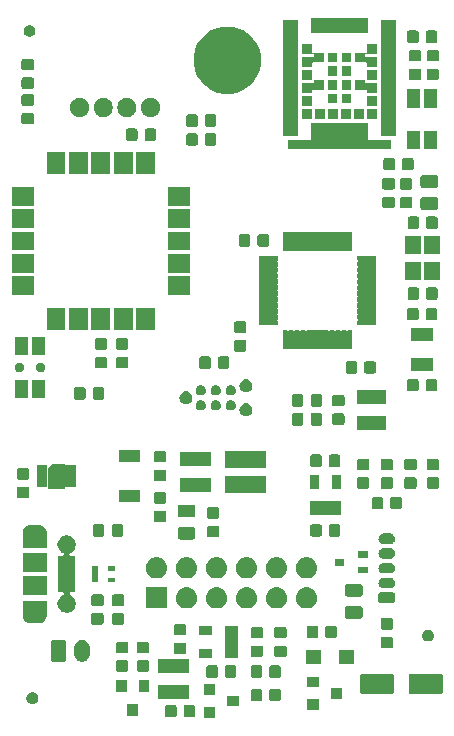
<source format=gts>
G04 #@! TF.GenerationSoftware,KiCad,Pcbnew,(5.0.1-3-g963ef8bb5)*
G04 #@! TF.CreationDate,2019-11-25T00:54:11+01:00*
G04 #@! TF.ProjectId,oibus-mini-CCC,6F696275732D6D696E692D4343432E6B,rev?*
G04 #@! TF.SameCoordinates,Original*
G04 #@! TF.FileFunction,Soldermask,Top*
G04 #@! TF.FilePolarity,Negative*
%FSLAX46Y46*%
G04 Gerber Fmt 4.6, Leading zero omitted, Abs format (unit mm)*
G04 Created by KiCad (PCBNEW (5.0.1-3-g963ef8bb5)) date 2019 November 25, Monday 00:54:11*
%MOMM*%
%LPD*%
G01*
G04 APERTURE LIST*
%ADD10C,0.149860*%
%ADD11C,0.001000*%
G04 APERTURE END LIST*
D10*
G04 #@! TO.C,U6*
G36*
X4750826Y20250000D02*
X5650000Y20250000D01*
X5650000Y19848954D01*
X4750826Y19848954D01*
X4750826Y20250000D01*
G37*
G36*
X4750746Y20750000D02*
X5650000Y20750000D01*
X5650000Y20349552D01*
X4750746Y20349552D01*
X4750746Y20750000D01*
G37*
G36*
X4750849Y21250000D02*
X5650000Y21250000D01*
X5650000Y20850057D01*
X4750849Y20850057D01*
X4750849Y21250000D01*
G37*
G36*
X4750198Y21750000D02*
X5650000Y21750000D01*
X5650000Y21350145D01*
X4750198Y21350145D01*
X4750198Y21750000D01*
G37*
G36*
X2349490Y20250000D02*
X3250000Y20250000D01*
X3250000Y19849705D01*
X2349490Y19849705D01*
X2349490Y20250000D01*
G37*
G36*
X2348100Y20750000D02*
X3250000Y20750000D01*
X3250000Y20349481D01*
X2348100Y20349481D01*
X2348100Y20750000D01*
G37*
G36*
X2349330Y21250000D02*
X3250000Y21250000D01*
X3250000Y20850020D01*
X2349330Y20850020D01*
X2349330Y21250000D01*
G37*
G36*
X2348660Y21750000D02*
X3250000Y21750000D01*
X3250000Y21350448D01*
X2348660Y21350448D01*
X2348660Y21750000D01*
G37*
D11*
G36*
X3350000Y21450000D02*
X3700000Y21800000D01*
X4650000Y21800000D01*
X4650000Y19800000D01*
X3350000Y19800000D01*
X3350000Y21450000D01*
G37*
X3350000Y21450000D02*
X3700000Y21800000D01*
X4650000Y21800000D01*
X4650000Y19800000D01*
X3350000Y19800000D01*
X3350000Y21450000D01*
D10*
G36*
X17501000Y349000D02*
X16499000Y349000D01*
X16499000Y1251000D01*
X17501000Y1251000D01*
X17501000Y349000D01*
X17501000Y349000D01*
G37*
G36*
X15629591Y1421915D02*
X15663569Y1411607D01*
X15694887Y1394867D01*
X15722339Y1372339D01*
X15744867Y1344887D01*
X15761607Y1313569D01*
X15771915Y1279591D01*
X15776000Y1238110D01*
X15776000Y561890D01*
X15771915Y520409D01*
X15761607Y486431D01*
X15744867Y455113D01*
X15722339Y427661D01*
X15694887Y405133D01*
X15663569Y388393D01*
X15629591Y378085D01*
X15588110Y374000D01*
X14986890Y374000D01*
X14945409Y378085D01*
X14911431Y388393D01*
X14880113Y405133D01*
X14852661Y427661D01*
X14830133Y455113D01*
X14813393Y486431D01*
X14803085Y520409D01*
X14799000Y561890D01*
X14799000Y1238110D01*
X14803085Y1279591D01*
X14813393Y1313569D01*
X14830133Y1344887D01*
X14852661Y1372339D01*
X14880113Y1394867D01*
X14911431Y1411607D01*
X14945409Y1421915D01*
X14986890Y1426000D01*
X15588110Y1426000D01*
X15629591Y1421915D01*
X15629591Y1421915D01*
G37*
G36*
X14054591Y1421915D02*
X14088569Y1411607D01*
X14119887Y1394867D01*
X14147339Y1372339D01*
X14169867Y1344887D01*
X14186607Y1313569D01*
X14196915Y1279591D01*
X14201000Y1238110D01*
X14201000Y561890D01*
X14196915Y520409D01*
X14186607Y486431D01*
X14169867Y455113D01*
X14147339Y427661D01*
X14119887Y405133D01*
X14088569Y388393D01*
X14054591Y378085D01*
X14013110Y374000D01*
X13411890Y374000D01*
X13370409Y378085D01*
X13336431Y388393D01*
X13305113Y405133D01*
X13277661Y427661D01*
X13255133Y455113D01*
X13238393Y486431D01*
X13228085Y520409D01*
X13224000Y561890D01*
X13224000Y1238110D01*
X13228085Y1279591D01*
X13238393Y1313569D01*
X13255133Y1344887D01*
X13277661Y1372339D01*
X13305113Y1394867D01*
X13336431Y1411607D01*
X13370409Y1421915D01*
X13411890Y1426000D01*
X14013110Y1426000D01*
X14054591Y1421915D01*
X14054591Y1421915D01*
G37*
G36*
X10951000Y499000D02*
X10049000Y499000D01*
X10049000Y1501000D01*
X10951000Y1501000D01*
X10951000Y499000D01*
X10951000Y499000D01*
G37*
G36*
X26251000Y999000D02*
X25249000Y999000D01*
X25249000Y1901000D01*
X26251000Y1901000D01*
X26251000Y999000D01*
X26251000Y999000D01*
G37*
G36*
X19501000Y1299000D02*
X18499000Y1299000D01*
X18499000Y2201000D01*
X19501000Y2201000D01*
X19501000Y1299000D01*
X19501000Y1299000D01*
G37*
G36*
X2145845Y2480785D02*
X2236839Y2443094D01*
X2261088Y2426891D01*
X2318734Y2388373D01*
X2388373Y2318734D01*
X2443095Y2236837D01*
X2480785Y2145845D01*
X2500000Y2049245D01*
X2500000Y1950755D01*
X2480785Y1854155D01*
X2443095Y1763163D01*
X2388373Y1681266D01*
X2318734Y1611627D01*
X2318731Y1611625D01*
X2236839Y1556906D01*
X2145845Y1519215D01*
X2049246Y1500000D01*
X1950754Y1500000D01*
X1854155Y1519215D01*
X1763161Y1556906D01*
X1681269Y1611625D01*
X1681266Y1611627D01*
X1611627Y1681266D01*
X1556905Y1763163D01*
X1519215Y1854155D01*
X1500000Y1950755D01*
X1500000Y2049245D01*
X1519215Y2145845D01*
X1556905Y2236837D01*
X1611627Y2318734D01*
X1681266Y2388373D01*
X1738912Y2426891D01*
X1763161Y2443094D01*
X1854155Y2480785D01*
X1950754Y2500000D01*
X2049246Y2500000D01*
X2145845Y2480785D01*
X2145845Y2480785D01*
G37*
G36*
X22879591Y2771915D02*
X22913569Y2761607D01*
X22944887Y2744867D01*
X22972339Y2722339D01*
X22994867Y2694887D01*
X23011607Y2663569D01*
X23021915Y2629591D01*
X23026000Y2588110D01*
X23026000Y1911890D01*
X23021915Y1870409D01*
X23011607Y1836431D01*
X22994867Y1805113D01*
X22972339Y1777661D01*
X22944887Y1755133D01*
X22913569Y1738393D01*
X22879591Y1728085D01*
X22838110Y1724000D01*
X22236890Y1724000D01*
X22195409Y1728085D01*
X22161431Y1738393D01*
X22130113Y1755133D01*
X22102661Y1777661D01*
X22080133Y1805113D01*
X22063393Y1836431D01*
X22053085Y1870409D01*
X22049000Y1911890D01*
X22049000Y2588110D01*
X22053085Y2629591D01*
X22063393Y2663569D01*
X22080133Y2694887D01*
X22102661Y2722339D01*
X22130113Y2744867D01*
X22161431Y2761607D01*
X22195409Y2771915D01*
X22236890Y2776000D01*
X22838110Y2776000D01*
X22879591Y2771915D01*
X22879591Y2771915D01*
G37*
G36*
X21304591Y2771915D02*
X21338569Y2761607D01*
X21369887Y2744867D01*
X21397339Y2722339D01*
X21419867Y2694887D01*
X21436607Y2663569D01*
X21446915Y2629591D01*
X21451000Y2588110D01*
X21451000Y1911890D01*
X21446915Y1870409D01*
X21436607Y1836431D01*
X21419867Y1805113D01*
X21397339Y1777661D01*
X21369887Y1755133D01*
X21338569Y1738393D01*
X21304591Y1728085D01*
X21263110Y1724000D01*
X20661890Y1724000D01*
X20620409Y1728085D01*
X20586431Y1738393D01*
X20555113Y1755133D01*
X20527661Y1777661D01*
X20505133Y1805113D01*
X20488393Y1836431D01*
X20478085Y1870409D01*
X20474000Y1911890D01*
X20474000Y2588110D01*
X20478085Y2629591D01*
X20488393Y2663569D01*
X20505133Y2694887D01*
X20527661Y2722339D01*
X20555113Y2744867D01*
X20586431Y2761607D01*
X20620409Y2771915D01*
X20661890Y2776000D01*
X21263110Y2776000D01*
X21304591Y2771915D01*
X21304591Y2771915D01*
G37*
G36*
X15266000Y1919000D02*
X12614000Y1919000D01*
X12614000Y3081000D01*
X15266000Y3081000D01*
X15266000Y1919000D01*
X15266000Y1919000D01*
G37*
G36*
X28251000Y1949000D02*
X27249000Y1949000D01*
X27249000Y2851000D01*
X28251000Y2851000D01*
X28251000Y1949000D01*
X28251000Y1949000D01*
G37*
G36*
X17501000Y2249000D02*
X16499000Y2249000D01*
X16499000Y3151000D01*
X17501000Y3151000D01*
X17501000Y2249000D01*
X17501000Y2249000D01*
G37*
G36*
X32480996Y4046949D02*
X32514653Y4036739D01*
X32545667Y4020162D01*
X32572852Y3997852D01*
X32595162Y3970667D01*
X32611739Y3939653D01*
X32621949Y3905996D01*
X32626000Y3864862D01*
X32626000Y2535138D01*
X32621949Y2494004D01*
X32611739Y2460347D01*
X32595162Y2429333D01*
X32572852Y2402148D01*
X32545667Y2379838D01*
X32514653Y2363261D01*
X32480996Y2353051D01*
X32439862Y2349000D01*
X29935138Y2349000D01*
X29894004Y2353051D01*
X29860347Y2363261D01*
X29829333Y2379838D01*
X29802148Y2402148D01*
X29779838Y2429333D01*
X29763261Y2460347D01*
X29753051Y2494004D01*
X29749000Y2535138D01*
X29749000Y3864862D01*
X29753051Y3905996D01*
X29763261Y3939653D01*
X29779838Y3970667D01*
X29802148Y3997852D01*
X29829333Y4020162D01*
X29860347Y4036739D01*
X29894004Y4046949D01*
X29935138Y4051000D01*
X32439862Y4051000D01*
X32480996Y4046949D01*
X32480996Y4046949D01*
G37*
G36*
X36605996Y4046949D02*
X36639653Y4036739D01*
X36670667Y4020162D01*
X36697852Y3997852D01*
X36720162Y3970667D01*
X36736739Y3939653D01*
X36746949Y3905996D01*
X36751000Y3864862D01*
X36751000Y2535138D01*
X36746949Y2494004D01*
X36736739Y2460347D01*
X36720162Y2429333D01*
X36697852Y2402148D01*
X36670667Y2379838D01*
X36639653Y2363261D01*
X36605996Y2353051D01*
X36564862Y2349000D01*
X34060138Y2349000D01*
X34019004Y2353051D01*
X33985347Y2363261D01*
X33954333Y2379838D01*
X33927148Y2402148D01*
X33904838Y2429333D01*
X33888261Y2460347D01*
X33878051Y2494004D01*
X33874000Y2535138D01*
X33874000Y3864862D01*
X33878051Y3905996D01*
X33888261Y3939653D01*
X33904838Y3970667D01*
X33927148Y3997852D01*
X33954333Y4020162D01*
X33985347Y4036739D01*
X34019004Y4046949D01*
X34060138Y4051000D01*
X36564862Y4051000D01*
X36605996Y4046949D01*
X36605996Y4046949D01*
G37*
G36*
X11901000Y2499000D02*
X10999000Y2499000D01*
X10999000Y3501000D01*
X11901000Y3501000D01*
X11901000Y2499000D01*
X11901000Y2499000D01*
G37*
G36*
X10001000Y2499000D02*
X9099000Y2499000D01*
X9099000Y3501000D01*
X10001000Y3501000D01*
X10001000Y2499000D01*
X10001000Y2499000D01*
G37*
G36*
X26251000Y2899000D02*
X25249000Y2899000D01*
X25249000Y3801000D01*
X26251000Y3801000D01*
X26251000Y2899000D01*
X26251000Y2899000D01*
G37*
G36*
X22879591Y4771915D02*
X22913569Y4761607D01*
X22944887Y4744867D01*
X22972339Y4722339D01*
X22994867Y4694887D01*
X23011607Y4663569D01*
X23021915Y4629591D01*
X23026000Y4588110D01*
X23026000Y3911890D01*
X23021915Y3870409D01*
X23011607Y3836431D01*
X22994867Y3805113D01*
X22972339Y3777661D01*
X22944887Y3755133D01*
X22913569Y3738393D01*
X22879591Y3728085D01*
X22838110Y3724000D01*
X22236890Y3724000D01*
X22195409Y3728085D01*
X22161431Y3738393D01*
X22130113Y3755133D01*
X22102661Y3777661D01*
X22080133Y3805113D01*
X22063393Y3836431D01*
X22053085Y3870409D01*
X22049000Y3911890D01*
X22049000Y4588110D01*
X22053085Y4629591D01*
X22063393Y4663569D01*
X22080133Y4694887D01*
X22102661Y4722339D01*
X22130113Y4744867D01*
X22161431Y4761607D01*
X22195409Y4771915D01*
X22236890Y4776000D01*
X22838110Y4776000D01*
X22879591Y4771915D01*
X22879591Y4771915D01*
G37*
G36*
X21304591Y4771915D02*
X21338569Y4761607D01*
X21369887Y4744867D01*
X21397339Y4722339D01*
X21419867Y4694887D01*
X21436607Y4663569D01*
X21446915Y4629591D01*
X21451000Y4588110D01*
X21451000Y3911890D01*
X21446915Y3870409D01*
X21436607Y3836431D01*
X21419867Y3805113D01*
X21397339Y3777661D01*
X21369887Y3755133D01*
X21338569Y3738393D01*
X21304591Y3728085D01*
X21263110Y3724000D01*
X20661890Y3724000D01*
X20620409Y3728085D01*
X20586431Y3738393D01*
X20555113Y3755133D01*
X20527661Y3777661D01*
X20505133Y3805113D01*
X20488393Y3836431D01*
X20478085Y3870409D01*
X20474000Y3911890D01*
X20474000Y4588110D01*
X20478085Y4629591D01*
X20488393Y4663569D01*
X20505133Y4694887D01*
X20527661Y4722339D01*
X20555113Y4744867D01*
X20586431Y4761607D01*
X20620409Y4771915D01*
X20661890Y4776000D01*
X21263110Y4776000D01*
X21304591Y4771915D01*
X21304591Y4771915D01*
G37*
G36*
X19129591Y4771915D02*
X19163569Y4761607D01*
X19194887Y4744867D01*
X19222339Y4722339D01*
X19244867Y4694887D01*
X19261607Y4663569D01*
X19271915Y4629591D01*
X19276000Y4588110D01*
X19276000Y3911890D01*
X19271915Y3870409D01*
X19261607Y3836431D01*
X19244867Y3805113D01*
X19222339Y3777661D01*
X19194887Y3755133D01*
X19163569Y3738393D01*
X19129591Y3728085D01*
X19088110Y3724000D01*
X18486890Y3724000D01*
X18445409Y3728085D01*
X18411431Y3738393D01*
X18380113Y3755133D01*
X18352661Y3777661D01*
X18330133Y3805113D01*
X18313393Y3836431D01*
X18303085Y3870409D01*
X18299000Y3911890D01*
X18299000Y4588110D01*
X18303085Y4629591D01*
X18313393Y4663569D01*
X18330133Y4694887D01*
X18352661Y4722339D01*
X18380113Y4744867D01*
X18411431Y4761607D01*
X18445409Y4771915D01*
X18486890Y4776000D01*
X19088110Y4776000D01*
X19129591Y4771915D01*
X19129591Y4771915D01*
G37*
G36*
X17554591Y4771915D02*
X17588569Y4761607D01*
X17619887Y4744867D01*
X17647339Y4722339D01*
X17669867Y4694887D01*
X17686607Y4663569D01*
X17696915Y4629591D01*
X17701000Y4588110D01*
X17701000Y3911890D01*
X17696915Y3870409D01*
X17686607Y3836431D01*
X17669867Y3805113D01*
X17647339Y3777661D01*
X17619887Y3755133D01*
X17588569Y3738393D01*
X17554591Y3728085D01*
X17513110Y3724000D01*
X16911890Y3724000D01*
X16870409Y3728085D01*
X16836431Y3738393D01*
X16805113Y3755133D01*
X16777661Y3777661D01*
X16755133Y3805113D01*
X16738393Y3836431D01*
X16728085Y3870409D01*
X16724000Y3911890D01*
X16724000Y4588110D01*
X16728085Y4629591D01*
X16738393Y4663569D01*
X16755133Y4694887D01*
X16777661Y4722339D01*
X16805113Y4744867D01*
X16836431Y4761607D01*
X16870409Y4771915D01*
X16911890Y4776000D01*
X17513110Y4776000D01*
X17554591Y4771915D01*
X17554591Y4771915D01*
G37*
G36*
X15266000Y4119000D02*
X12614000Y4119000D01*
X12614000Y5281000D01*
X15266000Y5281000D01*
X15266000Y4119000D01*
X15266000Y4119000D01*
G37*
G36*
X9979591Y5196915D02*
X10013569Y5186607D01*
X10044887Y5169867D01*
X10072339Y5147339D01*
X10094867Y5119887D01*
X10111607Y5088569D01*
X10121915Y5054591D01*
X10126000Y5013110D01*
X10126000Y4411890D01*
X10121915Y4370409D01*
X10111607Y4336431D01*
X10094867Y4305113D01*
X10072339Y4277661D01*
X10044887Y4255133D01*
X10013569Y4238393D01*
X9979591Y4228085D01*
X9938110Y4224000D01*
X9261890Y4224000D01*
X9220409Y4228085D01*
X9186431Y4238393D01*
X9155113Y4255133D01*
X9127661Y4277661D01*
X9105133Y4305113D01*
X9088393Y4336431D01*
X9078085Y4370409D01*
X9074000Y4411890D01*
X9074000Y5013110D01*
X9078085Y5054591D01*
X9088393Y5088569D01*
X9105133Y5119887D01*
X9127661Y5147339D01*
X9155113Y5169867D01*
X9186431Y5186607D01*
X9220409Y5196915D01*
X9261890Y5201000D01*
X9938110Y5201000D01*
X9979591Y5196915D01*
X9979591Y5196915D01*
G37*
G36*
X11729591Y5196915D02*
X11763569Y5186607D01*
X11794887Y5169867D01*
X11822339Y5147339D01*
X11844867Y5119887D01*
X11861607Y5088569D01*
X11871915Y5054591D01*
X11876000Y5013110D01*
X11876000Y4411890D01*
X11871915Y4370409D01*
X11861607Y4336431D01*
X11844867Y4305113D01*
X11822339Y4277661D01*
X11794887Y4255133D01*
X11763569Y4238393D01*
X11729591Y4228085D01*
X11688110Y4224000D01*
X11011890Y4224000D01*
X10970409Y4228085D01*
X10936431Y4238393D01*
X10905113Y4255133D01*
X10877661Y4277661D01*
X10855133Y4305113D01*
X10838393Y4336431D01*
X10828085Y4370409D01*
X10824000Y4411890D01*
X10824000Y5013110D01*
X10828085Y5054591D01*
X10838393Y5088569D01*
X10855133Y5119887D01*
X10877661Y5147339D01*
X10905113Y5169867D01*
X10936431Y5186607D01*
X10970409Y5196915D01*
X11011890Y5201000D01*
X11688110Y5201000D01*
X11729591Y5196915D01*
X11729591Y5196915D01*
G37*
G36*
X26401000Y4899000D02*
X25199000Y4899000D01*
X25199000Y6101000D01*
X26401000Y6101000D01*
X26401000Y4899000D01*
X26401000Y4899000D01*
G37*
G36*
X29201000Y4899000D02*
X27999000Y4899000D01*
X27999000Y6101000D01*
X29201000Y6101000D01*
X29201000Y4899000D01*
X29201000Y4899000D01*
G37*
G36*
X6327617Y6916580D02*
X6409426Y6891763D01*
X6450332Y6879355D01*
X6472544Y6867482D01*
X6563425Y6818905D01*
X6563427Y6818904D01*
X6563426Y6818904D01*
X6636965Y6758553D01*
X6662553Y6737553D01*
X6743905Y6638426D01*
X6743906Y6638424D01*
X6804355Y6525333D01*
X6816763Y6484427D01*
X6841580Y6402618D01*
X6851000Y6306973D01*
X6851000Y5693027D01*
X6841580Y5597382D01*
X6820430Y5527661D01*
X6804355Y5474667D01*
X6750819Y5374509D01*
X6743905Y5361574D01*
X6662553Y5262447D01*
X6563426Y5181095D01*
X6563424Y5181094D01*
X6450333Y5120645D01*
X6409427Y5108237D01*
X6327618Y5083420D01*
X6200000Y5070851D01*
X6072383Y5083420D01*
X5990574Y5108237D01*
X5949668Y5120645D01*
X5836577Y5181094D01*
X5836575Y5181095D01*
X5737448Y5262447D01*
X5656095Y5361574D01*
X5596002Y5474000D01*
X5595645Y5474667D01*
X5579570Y5527661D01*
X5558420Y5597382D01*
X5549000Y5693027D01*
X5549000Y6306972D01*
X5558420Y6402617D01*
X5595645Y6525331D01*
X5595645Y6525332D01*
X5631520Y6592448D01*
X5656095Y6638425D01*
X5737447Y6737553D01*
X5836574Y6818905D01*
X5871400Y6837520D01*
X5949667Y6879355D01*
X5990573Y6891763D01*
X6072382Y6916580D01*
X6200000Y6929149D01*
X6327617Y6916580D01*
X6327617Y6916580D01*
G37*
G36*
X4691242Y6921596D02*
X4728339Y6910343D01*
X4762520Y6892073D01*
X4792482Y6867482D01*
X4817073Y6837520D01*
X4835343Y6803339D01*
X4846596Y6766242D01*
X4851000Y6721527D01*
X4851000Y5278473D01*
X4846596Y5233758D01*
X4835343Y5196661D01*
X4817073Y5162480D01*
X4792482Y5132518D01*
X4762520Y5107927D01*
X4728339Y5089657D01*
X4691242Y5078404D01*
X4646527Y5074000D01*
X3753473Y5074000D01*
X3708758Y5078404D01*
X3671661Y5089657D01*
X3637480Y5107927D01*
X3607518Y5132518D01*
X3582927Y5162480D01*
X3564657Y5196661D01*
X3553404Y5233758D01*
X3549000Y5278473D01*
X3549000Y6721527D01*
X3553404Y6766242D01*
X3564657Y6803339D01*
X3582927Y6837520D01*
X3607518Y6867482D01*
X3637480Y6892073D01*
X3671661Y6910343D01*
X3708758Y6921596D01*
X3753473Y6926000D01*
X4646527Y6926000D01*
X4691242Y6921596D01*
X4691242Y6921596D01*
G37*
G36*
X19431000Y5424000D02*
X18269000Y5424000D01*
X18269000Y8076000D01*
X19431000Y8076000D01*
X19431000Y5424000D01*
X19431000Y5424000D01*
G37*
G36*
X17231000Y5424000D02*
X16069000Y5424000D01*
X16069000Y6176000D01*
X17231000Y6176000D01*
X17231000Y5424000D01*
X17231000Y5424000D01*
G37*
G36*
X21379591Y6446915D02*
X21413569Y6436607D01*
X21444887Y6419867D01*
X21472339Y6397339D01*
X21494867Y6369887D01*
X21511607Y6338569D01*
X21521915Y6304591D01*
X21526000Y6263110D01*
X21526000Y5661890D01*
X21521915Y5620409D01*
X21511607Y5586431D01*
X21494867Y5555113D01*
X21472339Y5527661D01*
X21444887Y5505133D01*
X21413569Y5488393D01*
X21379591Y5478085D01*
X21338110Y5474000D01*
X20661890Y5474000D01*
X20620409Y5478085D01*
X20586431Y5488393D01*
X20555113Y5505133D01*
X20527661Y5527661D01*
X20505133Y5555113D01*
X20488393Y5586431D01*
X20478085Y5620409D01*
X20474000Y5661890D01*
X20474000Y6263110D01*
X20478085Y6304591D01*
X20488393Y6338569D01*
X20505133Y6369887D01*
X20527661Y6397339D01*
X20555113Y6419867D01*
X20586431Y6436607D01*
X20620409Y6446915D01*
X20661890Y6451000D01*
X21338110Y6451000D01*
X21379591Y6446915D01*
X21379591Y6446915D01*
G37*
G36*
X23379591Y6446915D02*
X23413569Y6436607D01*
X23444887Y6419867D01*
X23472339Y6397339D01*
X23494867Y6369887D01*
X23511607Y6338569D01*
X23521915Y6304591D01*
X23526000Y6263110D01*
X23526000Y5661890D01*
X23521915Y5620409D01*
X23511607Y5586431D01*
X23494867Y5555113D01*
X23472339Y5527661D01*
X23444887Y5505133D01*
X23413569Y5488393D01*
X23379591Y5478085D01*
X23338110Y5474000D01*
X22661890Y5474000D01*
X22620409Y5478085D01*
X22586431Y5488393D01*
X22555113Y5505133D01*
X22527661Y5527661D01*
X22505133Y5555113D01*
X22488393Y5586431D01*
X22478085Y5620409D01*
X22474000Y5661890D01*
X22474000Y6263110D01*
X22478085Y6304591D01*
X22488393Y6338569D01*
X22505133Y6369887D01*
X22527661Y6397339D01*
X22555113Y6419867D01*
X22586431Y6436607D01*
X22620409Y6446915D01*
X22661890Y6451000D01*
X23338110Y6451000D01*
X23379591Y6446915D01*
X23379591Y6446915D01*
G37*
G36*
X14879591Y6696915D02*
X14913569Y6686607D01*
X14944887Y6669867D01*
X14972339Y6647339D01*
X14994867Y6619887D01*
X15011607Y6588569D01*
X15021915Y6554591D01*
X15026000Y6513110D01*
X15026000Y5911890D01*
X15021915Y5870409D01*
X15011607Y5836431D01*
X14994867Y5805113D01*
X14972339Y5777661D01*
X14944887Y5755133D01*
X14913569Y5738393D01*
X14879591Y5728085D01*
X14838110Y5724000D01*
X14161890Y5724000D01*
X14120409Y5728085D01*
X14086431Y5738393D01*
X14055113Y5755133D01*
X14027661Y5777661D01*
X14005133Y5805113D01*
X13988393Y5836431D01*
X13978085Y5870409D01*
X13974000Y5911890D01*
X13974000Y6513110D01*
X13978085Y6554591D01*
X13988393Y6588569D01*
X14005133Y6619887D01*
X14027661Y6647339D01*
X14055113Y6669867D01*
X14086431Y6686607D01*
X14120409Y6696915D01*
X14161890Y6701000D01*
X14838110Y6701000D01*
X14879591Y6696915D01*
X14879591Y6696915D01*
G37*
G36*
X9979591Y6771915D02*
X10013569Y6761607D01*
X10044887Y6744867D01*
X10072339Y6722339D01*
X10094867Y6694887D01*
X10111607Y6663569D01*
X10121915Y6629591D01*
X10126000Y6588110D01*
X10126000Y5986890D01*
X10121915Y5945409D01*
X10111607Y5911431D01*
X10094867Y5880113D01*
X10072339Y5852661D01*
X10044887Y5830133D01*
X10013569Y5813393D01*
X9979591Y5803085D01*
X9938110Y5799000D01*
X9261890Y5799000D01*
X9220409Y5803085D01*
X9186431Y5813393D01*
X9155113Y5830133D01*
X9127661Y5852661D01*
X9105133Y5880113D01*
X9088393Y5911431D01*
X9078085Y5945409D01*
X9074000Y5986890D01*
X9074000Y6588110D01*
X9078085Y6629591D01*
X9088393Y6663569D01*
X9105133Y6694887D01*
X9127661Y6722339D01*
X9155113Y6744867D01*
X9186431Y6761607D01*
X9220409Y6771915D01*
X9261890Y6776000D01*
X9938110Y6776000D01*
X9979591Y6771915D01*
X9979591Y6771915D01*
G37*
G36*
X11729591Y6771915D02*
X11763569Y6761607D01*
X11794887Y6744867D01*
X11822339Y6722339D01*
X11844867Y6694887D01*
X11861607Y6663569D01*
X11871915Y6629591D01*
X11876000Y6588110D01*
X11876000Y5986890D01*
X11871915Y5945409D01*
X11861607Y5911431D01*
X11844867Y5880113D01*
X11822339Y5852661D01*
X11794887Y5830133D01*
X11763569Y5813393D01*
X11729591Y5803085D01*
X11688110Y5799000D01*
X11011890Y5799000D01*
X10970409Y5803085D01*
X10936431Y5813393D01*
X10905113Y5830133D01*
X10877661Y5852661D01*
X10855133Y5880113D01*
X10838393Y5911431D01*
X10828085Y5945409D01*
X10824000Y5986890D01*
X10824000Y6588110D01*
X10828085Y6629591D01*
X10838393Y6663569D01*
X10855133Y6694887D01*
X10877661Y6722339D01*
X10905113Y6744867D01*
X10936431Y6761607D01*
X10970409Y6771915D01*
X11011890Y6776000D01*
X11688110Y6776000D01*
X11729591Y6771915D01*
X11729591Y6771915D01*
G37*
G36*
X32379591Y7196915D02*
X32413569Y7186607D01*
X32444887Y7169867D01*
X32472339Y7147339D01*
X32494867Y7119887D01*
X32511607Y7088569D01*
X32521915Y7054591D01*
X32526000Y7013110D01*
X32526000Y6411890D01*
X32521915Y6370409D01*
X32511607Y6336431D01*
X32494867Y6305113D01*
X32472339Y6277661D01*
X32444887Y6255133D01*
X32413569Y6238393D01*
X32379591Y6228085D01*
X32338110Y6224000D01*
X31661890Y6224000D01*
X31620409Y6228085D01*
X31586431Y6238393D01*
X31555113Y6255133D01*
X31527661Y6277661D01*
X31505133Y6305113D01*
X31488393Y6336431D01*
X31478085Y6370409D01*
X31474000Y6411890D01*
X31474000Y7013110D01*
X31478085Y7054591D01*
X31488393Y7088569D01*
X31505133Y7119887D01*
X31527661Y7147339D01*
X31555113Y7169867D01*
X31586431Y7186607D01*
X31620409Y7196915D01*
X31661890Y7201000D01*
X32338110Y7201000D01*
X32379591Y7196915D01*
X32379591Y7196915D01*
G37*
G36*
X35645845Y7780785D02*
X35736839Y7743094D01*
X35817640Y7689104D01*
X35818734Y7688373D01*
X35888373Y7618734D01*
X35888375Y7618731D01*
X35943094Y7536839D01*
X35980785Y7445845D01*
X36000000Y7349246D01*
X36000000Y7250754D01*
X35989291Y7196915D01*
X35980785Y7154155D01*
X35944930Y7067592D01*
X35943094Y7063161D01*
X35936361Y7053085D01*
X35888373Y6981266D01*
X35818734Y6911627D01*
X35818731Y6911625D01*
X35736839Y6856906D01*
X35645845Y6819215D01*
X35549246Y6800000D01*
X35450754Y6800000D01*
X35354155Y6819215D01*
X35263161Y6856906D01*
X35181269Y6911625D01*
X35181266Y6911627D01*
X35111627Y6981266D01*
X35063639Y7053085D01*
X35056906Y7063161D01*
X35055071Y7067592D01*
X35019215Y7154155D01*
X35010709Y7196915D01*
X35000000Y7250754D01*
X35000000Y7349246D01*
X35019215Y7445845D01*
X35056906Y7536839D01*
X35111625Y7618731D01*
X35111627Y7618734D01*
X35181266Y7688373D01*
X35182360Y7689104D01*
X35263161Y7743094D01*
X35354155Y7780785D01*
X35450754Y7800000D01*
X35549246Y7800000D01*
X35645845Y7780785D01*
X35645845Y7780785D01*
G37*
G36*
X23379591Y8021915D02*
X23413569Y8011607D01*
X23444887Y7994867D01*
X23472339Y7972339D01*
X23494867Y7944887D01*
X23511607Y7913569D01*
X23521915Y7879591D01*
X23526000Y7838110D01*
X23526000Y7236890D01*
X23521915Y7195409D01*
X23511607Y7161431D01*
X23494867Y7130113D01*
X23472339Y7102661D01*
X23444887Y7080133D01*
X23413569Y7063393D01*
X23379591Y7053085D01*
X23338110Y7049000D01*
X22661890Y7049000D01*
X22620409Y7053085D01*
X22586431Y7063393D01*
X22555113Y7080133D01*
X22527661Y7102661D01*
X22505133Y7130113D01*
X22488393Y7161431D01*
X22478085Y7195409D01*
X22474000Y7236890D01*
X22474000Y7838110D01*
X22478085Y7879591D01*
X22488393Y7913569D01*
X22505133Y7944887D01*
X22527661Y7972339D01*
X22555113Y7994867D01*
X22586431Y8011607D01*
X22620409Y8021915D01*
X22661890Y8026000D01*
X23338110Y8026000D01*
X23379591Y8021915D01*
X23379591Y8021915D01*
G37*
G36*
X21379591Y8021915D02*
X21413569Y8011607D01*
X21444887Y7994867D01*
X21472339Y7972339D01*
X21494867Y7944887D01*
X21511607Y7913569D01*
X21521915Y7879591D01*
X21526000Y7838110D01*
X21526000Y7236890D01*
X21521915Y7195409D01*
X21511607Y7161431D01*
X21494867Y7130113D01*
X21472339Y7102661D01*
X21444887Y7080133D01*
X21413569Y7063393D01*
X21379591Y7053085D01*
X21338110Y7049000D01*
X20661890Y7049000D01*
X20620409Y7053085D01*
X20586431Y7063393D01*
X20555113Y7080133D01*
X20527661Y7102661D01*
X20505133Y7130113D01*
X20488393Y7161431D01*
X20478085Y7195409D01*
X20474000Y7236890D01*
X20474000Y7838110D01*
X20478085Y7879591D01*
X20488393Y7913569D01*
X20505133Y7944887D01*
X20527661Y7972339D01*
X20555113Y7994867D01*
X20586431Y8011607D01*
X20620409Y8021915D01*
X20661890Y8026000D01*
X21338110Y8026000D01*
X21379591Y8021915D01*
X21379591Y8021915D01*
G37*
G36*
X27629591Y8121915D02*
X27663569Y8111607D01*
X27694887Y8094867D01*
X27722339Y8072339D01*
X27744867Y8044887D01*
X27761607Y8013569D01*
X27771915Y7979591D01*
X27776000Y7938110D01*
X27776000Y7261890D01*
X27771915Y7220409D01*
X27761607Y7186431D01*
X27744867Y7155113D01*
X27722339Y7127661D01*
X27694887Y7105133D01*
X27663569Y7088393D01*
X27629591Y7078085D01*
X27588110Y7074000D01*
X26986890Y7074000D01*
X26945409Y7078085D01*
X26911431Y7088393D01*
X26880113Y7105133D01*
X26852661Y7127661D01*
X26830133Y7155113D01*
X26813393Y7186431D01*
X26803085Y7220409D01*
X26799000Y7261890D01*
X26799000Y7938110D01*
X26803085Y7979591D01*
X26813393Y8013569D01*
X26830133Y8044887D01*
X26852661Y8072339D01*
X26880113Y8094867D01*
X26911431Y8111607D01*
X26945409Y8121915D01*
X26986890Y8126000D01*
X27588110Y8126000D01*
X27629591Y8121915D01*
X27629591Y8121915D01*
G37*
G36*
X26054591Y8121915D02*
X26088569Y8111607D01*
X26119887Y8094867D01*
X26147339Y8072339D01*
X26169867Y8044887D01*
X26186607Y8013569D01*
X26196915Y7979591D01*
X26201000Y7938110D01*
X26201000Y7261890D01*
X26196915Y7220409D01*
X26186607Y7186431D01*
X26169867Y7155113D01*
X26147339Y7127661D01*
X26119887Y7105133D01*
X26088569Y7088393D01*
X26054591Y7078085D01*
X26013110Y7074000D01*
X25411890Y7074000D01*
X25370409Y7078085D01*
X25336431Y7088393D01*
X25305113Y7105133D01*
X25277661Y7127661D01*
X25255133Y7155113D01*
X25238393Y7186431D01*
X25228085Y7220409D01*
X25224000Y7261890D01*
X25224000Y7938110D01*
X25228085Y7979591D01*
X25238393Y8013569D01*
X25255133Y8044887D01*
X25277661Y8072339D01*
X25305113Y8094867D01*
X25336431Y8111607D01*
X25370409Y8121915D01*
X25411890Y8126000D01*
X26013110Y8126000D01*
X26054591Y8121915D01*
X26054591Y8121915D01*
G37*
G36*
X14879591Y8271915D02*
X14913569Y8261607D01*
X14944887Y8244867D01*
X14972339Y8222339D01*
X14994867Y8194887D01*
X15011607Y8163569D01*
X15021915Y8129591D01*
X15026000Y8088110D01*
X15026000Y7486890D01*
X15021915Y7445409D01*
X15011607Y7411431D01*
X14994867Y7380113D01*
X14972339Y7352661D01*
X14944887Y7330133D01*
X14913569Y7313393D01*
X14879591Y7303085D01*
X14838110Y7299000D01*
X14161890Y7299000D01*
X14120409Y7303085D01*
X14086431Y7313393D01*
X14055113Y7330133D01*
X14027661Y7352661D01*
X14005133Y7380113D01*
X13988393Y7411431D01*
X13978085Y7445409D01*
X13974000Y7486890D01*
X13974000Y8088110D01*
X13978085Y8129591D01*
X13988393Y8163569D01*
X14005133Y8194887D01*
X14027661Y8222339D01*
X14055113Y8244867D01*
X14086431Y8261607D01*
X14120409Y8271915D01*
X14161890Y8276000D01*
X14838110Y8276000D01*
X14879591Y8271915D01*
X14879591Y8271915D01*
G37*
G36*
X17231000Y7324000D02*
X16069000Y7324000D01*
X16069000Y8076000D01*
X17231000Y8076000D01*
X17231000Y7324000D01*
X17231000Y7324000D01*
G37*
G36*
X32379591Y8771915D02*
X32413569Y8761607D01*
X32444887Y8744867D01*
X32472339Y8722339D01*
X32494867Y8694887D01*
X32511607Y8663569D01*
X32521915Y8629591D01*
X32526000Y8588110D01*
X32526000Y7986890D01*
X32521915Y7945409D01*
X32511607Y7911431D01*
X32494867Y7880113D01*
X32472339Y7852661D01*
X32444887Y7830133D01*
X32413569Y7813393D01*
X32379591Y7803085D01*
X32338110Y7799000D01*
X31661890Y7799000D01*
X31620409Y7803085D01*
X31586431Y7813393D01*
X31555113Y7830133D01*
X31527661Y7852661D01*
X31505133Y7880113D01*
X31488393Y7911431D01*
X31478085Y7945409D01*
X31474000Y7986890D01*
X31474000Y8588110D01*
X31478085Y8629591D01*
X31488393Y8663569D01*
X31505133Y8694887D01*
X31527661Y8722339D01*
X31555113Y8744867D01*
X31586431Y8761607D01*
X31620409Y8771915D01*
X31661890Y8776000D01*
X32338110Y8776000D01*
X32379591Y8771915D01*
X32379591Y8771915D01*
G37*
G36*
X9629591Y9196915D02*
X9663569Y9186607D01*
X9694887Y9169867D01*
X9722339Y9147339D01*
X9744867Y9119887D01*
X9761607Y9088569D01*
X9771915Y9054591D01*
X9776000Y9013110D01*
X9776000Y8411890D01*
X9771915Y8370409D01*
X9761607Y8336431D01*
X9744867Y8305113D01*
X9722339Y8277661D01*
X9694887Y8255133D01*
X9663569Y8238393D01*
X9629591Y8228085D01*
X9588110Y8224000D01*
X8911890Y8224000D01*
X8870409Y8228085D01*
X8836431Y8238393D01*
X8805113Y8255133D01*
X8777661Y8277661D01*
X8755133Y8305113D01*
X8738393Y8336431D01*
X8728085Y8370409D01*
X8724000Y8411890D01*
X8724000Y9013110D01*
X8728085Y9054591D01*
X8738393Y9088569D01*
X8755133Y9119887D01*
X8777661Y9147339D01*
X8805113Y9169867D01*
X8836431Y9186607D01*
X8870409Y9196915D01*
X8911890Y9201000D01*
X9588110Y9201000D01*
X9629591Y9196915D01*
X9629591Y9196915D01*
G37*
G36*
X7879591Y9196915D02*
X7913569Y9186607D01*
X7944887Y9169867D01*
X7972339Y9147339D01*
X7994867Y9119887D01*
X8011607Y9088569D01*
X8021915Y9054591D01*
X8026000Y9013110D01*
X8026000Y8411890D01*
X8021915Y8370409D01*
X8011607Y8336431D01*
X7994867Y8305113D01*
X7972339Y8277661D01*
X7944887Y8255133D01*
X7913569Y8238393D01*
X7879591Y8228085D01*
X7838110Y8224000D01*
X7161890Y8224000D01*
X7120409Y8228085D01*
X7086431Y8238393D01*
X7055113Y8255133D01*
X7027661Y8277661D01*
X7005133Y8305113D01*
X6988393Y8336431D01*
X6978085Y8370409D01*
X6974000Y8411890D01*
X6974000Y9013110D01*
X6978085Y9054591D01*
X6988393Y9088569D01*
X7005133Y9119887D01*
X7027661Y9147339D01*
X7055113Y9169867D01*
X7086431Y9186607D01*
X7120409Y9196915D01*
X7161890Y9201000D01*
X7838110Y9201000D01*
X7879591Y9196915D01*
X7879591Y9196915D01*
G37*
G36*
X3201000Y9038114D02*
X3201602Y9025862D01*
X3204149Y9000000D01*
X3201602Y8974138D01*
X3201000Y8961886D01*
X3201000Y8888593D01*
X3192043Y8871835D01*
X3187913Y8860292D01*
X3182868Y8843663D01*
X3154355Y8749667D01*
X3108334Y8663569D01*
X3093905Y8636574D01*
X3012553Y8537447D01*
X2913426Y8456095D01*
X2913424Y8456094D01*
X2800333Y8395645D01*
X2759427Y8383237D01*
X2677618Y8358420D01*
X2613855Y8352140D01*
X2581974Y8349000D01*
X1818026Y8349000D01*
X1786145Y8352140D01*
X1722382Y8358420D01*
X1640573Y8383237D01*
X1599667Y8395645D01*
X1486576Y8456094D01*
X1486574Y8456095D01*
X1387447Y8537447D01*
X1306095Y8636574D01*
X1291666Y8663569D01*
X1245645Y8749667D01*
X1217132Y8843663D01*
X1212088Y8860289D01*
X1202712Y8882924D01*
X1199000Y8888480D01*
X1199000Y8961886D01*
X1198398Y8974138D01*
X1195851Y9000000D01*
X1198398Y9025862D01*
X1199000Y9038114D01*
X1199000Y10251000D01*
X3201000Y10251000D01*
X3201000Y9038114D01*
X3201000Y9038114D01*
G37*
G36*
X29784466Y9796435D02*
X29823137Y9784704D01*
X29858779Y9765652D01*
X29890017Y9740017D01*
X29915652Y9708779D01*
X29934704Y9673137D01*
X29946435Y9634466D01*
X29951000Y9588112D01*
X29951000Y8936888D01*
X29946435Y8890534D01*
X29934704Y8851863D01*
X29915652Y8816221D01*
X29890017Y8784983D01*
X29858779Y8759348D01*
X29823137Y8740296D01*
X29784466Y8728565D01*
X29738112Y8724000D01*
X28661888Y8724000D01*
X28615534Y8728565D01*
X28576863Y8740296D01*
X28541221Y8759348D01*
X28509983Y8784983D01*
X28484348Y8816221D01*
X28465296Y8851863D01*
X28453565Y8890534D01*
X28449000Y8936888D01*
X28449000Y9588112D01*
X28453565Y9634466D01*
X28465296Y9673137D01*
X28484348Y9708779D01*
X28509983Y9740017D01*
X28541221Y9765652D01*
X28576863Y9784704D01*
X28615534Y9796435D01*
X28661888Y9801000D01*
X29738112Y9801000D01*
X29784466Y9796435D01*
X29784466Y9796435D01*
G37*
G36*
X5126349Y15746180D02*
X5149885Y15736431D01*
X5267574Y15687683D01*
X5355858Y15628693D01*
X5394674Y15602757D01*
X5502757Y15494674D01*
X5502759Y15494671D01*
X5587683Y15367574D01*
X5604665Y15326575D01*
X5646180Y15226349D01*
X5676000Y15076431D01*
X5676000Y14923569D01*
X5646180Y14773651D01*
X5646179Y14773649D01*
X5587683Y14632426D01*
X5546270Y14570448D01*
X5502757Y14505326D01*
X5394674Y14397243D01*
X5394671Y14397241D01*
X5267574Y14312317D01*
X5217278Y14291484D01*
X5195669Y14279933D01*
X5176727Y14264388D01*
X5161182Y14245446D01*
X5149631Y14223835D01*
X5142518Y14200386D01*
X5140116Y14176000D01*
X5142518Y14151613D01*
X5149631Y14128164D01*
X5161183Y14106553D01*
X5176728Y14087611D01*
X5195670Y14072066D01*
X5217281Y14060515D01*
X5240730Y14053402D01*
X5265116Y14051000D01*
X5626000Y14051000D01*
X5626000Y10949000D01*
X5265116Y10949000D01*
X5240730Y10946598D01*
X5217281Y10939485D01*
X5195670Y10927934D01*
X5176728Y10912388D01*
X5161182Y10893446D01*
X5149631Y10871835D01*
X5142518Y10848386D01*
X5140116Y10824000D01*
X5142518Y10799614D01*
X5149631Y10776165D01*
X5161182Y10754554D01*
X5176728Y10735612D01*
X5195670Y10720066D01*
X5217278Y10708516D01*
X5267574Y10687683D01*
X5347395Y10634348D01*
X5394674Y10602757D01*
X5502757Y10494674D01*
X5502759Y10494671D01*
X5587683Y10367574D01*
X5626235Y10274500D01*
X5646180Y10226349D01*
X5676000Y10076431D01*
X5676000Y9923569D01*
X5646180Y9773651D01*
X5635233Y9747222D01*
X5587683Y9632426D01*
X5587682Y9632425D01*
X5502757Y9505326D01*
X5394674Y9397243D01*
X5394671Y9397241D01*
X5267574Y9312317D01*
X5158343Y9267073D01*
X5126349Y9253820D01*
X4976431Y9224000D01*
X4823569Y9224000D01*
X4673651Y9253820D01*
X4641657Y9267073D01*
X4532426Y9312317D01*
X4405329Y9397241D01*
X4405326Y9397243D01*
X4297243Y9505326D01*
X4212318Y9632425D01*
X4212317Y9632426D01*
X4164767Y9747222D01*
X4153820Y9773651D01*
X4124000Y9923569D01*
X4124000Y10076431D01*
X4153820Y10226349D01*
X4173765Y10274500D01*
X4212317Y10367574D01*
X4297241Y10494671D01*
X4297243Y10494674D01*
X4405326Y10602757D01*
X4452605Y10634348D01*
X4532426Y10687683D01*
X4582722Y10708516D01*
X4604331Y10720067D01*
X4623273Y10735612D01*
X4638818Y10754554D01*
X4650369Y10776165D01*
X4657482Y10799614D01*
X4659884Y10824000D01*
X4657482Y10848387D01*
X4650369Y10871836D01*
X4638817Y10893447D01*
X4623272Y10912389D01*
X4604330Y10927934D01*
X4582719Y10939485D01*
X4559270Y10946598D01*
X4534884Y10949000D01*
X4174000Y10949000D01*
X4174000Y14051000D01*
X4534884Y14051000D01*
X4559270Y14053402D01*
X4582719Y14060515D01*
X4604330Y14072066D01*
X4623272Y14087612D01*
X4638818Y14106554D01*
X4650369Y14128165D01*
X4657482Y14151614D01*
X4659884Y14176000D01*
X4657482Y14200386D01*
X4650369Y14223835D01*
X4638818Y14245446D01*
X4623272Y14264388D01*
X4604330Y14279934D01*
X4582722Y14291484D01*
X4532426Y14312317D01*
X4405329Y14397241D01*
X4405326Y14397243D01*
X4297243Y14505326D01*
X4253730Y14570448D01*
X4212317Y14632426D01*
X4153821Y14773649D01*
X4153820Y14773651D01*
X4124000Y14923569D01*
X4124000Y15076431D01*
X4153820Y15226349D01*
X4195335Y15326575D01*
X4212317Y15367574D01*
X4297241Y15494671D01*
X4297243Y15494674D01*
X4405326Y15602757D01*
X4444142Y15628693D01*
X4532426Y15687683D01*
X4650115Y15736431D01*
X4673651Y15746180D01*
X4823569Y15776000D01*
X4976431Y15776000D01*
X5126349Y15746180D01*
X5126349Y15746180D01*
G37*
G36*
X25310442Y11394482D02*
X25376627Y11387963D01*
X25489853Y11353616D01*
X25546467Y11336443D01*
X25685087Y11262348D01*
X25702991Y11252778D01*
X25738729Y11223448D01*
X25840186Y11140186D01*
X25923448Y11038729D01*
X25952778Y11002991D01*
X25952779Y11002989D01*
X26036443Y10846467D01*
X26036443Y10846466D01*
X26087963Y10676627D01*
X26105359Y10500000D01*
X26087963Y10323373D01*
X26066009Y10251000D01*
X26036443Y10153533D01*
X25995229Y10076429D01*
X25952778Y9997009D01*
X25944473Y9986890D01*
X25840186Y9859814D01*
X25762957Y9796435D01*
X25702991Y9747222D01*
X25702989Y9747221D01*
X25546467Y9663557D01*
X25505071Y9651000D01*
X25376627Y9612037D01*
X25310443Y9605519D01*
X25244260Y9599000D01*
X25155740Y9599000D01*
X25089557Y9605519D01*
X25023373Y9612037D01*
X24894929Y9651000D01*
X24853533Y9663557D01*
X24697011Y9747221D01*
X24697009Y9747222D01*
X24637043Y9796435D01*
X24559814Y9859814D01*
X24455527Y9986890D01*
X24447222Y9997009D01*
X24404771Y10076429D01*
X24363557Y10153533D01*
X24333991Y10251000D01*
X24312037Y10323373D01*
X24294641Y10500000D01*
X24312037Y10676627D01*
X24363557Y10846466D01*
X24363557Y10846467D01*
X24447221Y11002989D01*
X24447222Y11002991D01*
X24476552Y11038729D01*
X24559814Y11140186D01*
X24661271Y11223448D01*
X24697009Y11252778D01*
X24714913Y11262348D01*
X24853533Y11336443D01*
X24910147Y11353616D01*
X25023373Y11387963D01*
X25089558Y11394482D01*
X25155740Y11401000D01*
X25244260Y11401000D01*
X25310442Y11394482D01*
X25310442Y11394482D01*
G37*
G36*
X22770442Y11394482D02*
X22836627Y11387963D01*
X22949853Y11353616D01*
X23006467Y11336443D01*
X23145087Y11262348D01*
X23162991Y11252778D01*
X23198729Y11223448D01*
X23300186Y11140186D01*
X23383448Y11038729D01*
X23412778Y11002991D01*
X23412779Y11002989D01*
X23496443Y10846467D01*
X23496443Y10846466D01*
X23547963Y10676627D01*
X23565359Y10500000D01*
X23547963Y10323373D01*
X23526009Y10251000D01*
X23496443Y10153533D01*
X23455229Y10076429D01*
X23412778Y9997009D01*
X23404473Y9986890D01*
X23300186Y9859814D01*
X23222957Y9796435D01*
X23162991Y9747222D01*
X23162989Y9747221D01*
X23006467Y9663557D01*
X22965071Y9651000D01*
X22836627Y9612037D01*
X22770443Y9605519D01*
X22704260Y9599000D01*
X22615740Y9599000D01*
X22549557Y9605519D01*
X22483373Y9612037D01*
X22354929Y9651000D01*
X22313533Y9663557D01*
X22157011Y9747221D01*
X22157009Y9747222D01*
X22097043Y9796435D01*
X22019814Y9859814D01*
X21915527Y9986890D01*
X21907222Y9997009D01*
X21864771Y10076429D01*
X21823557Y10153533D01*
X21793991Y10251000D01*
X21772037Y10323373D01*
X21754641Y10500000D01*
X21772037Y10676627D01*
X21823557Y10846466D01*
X21823557Y10846467D01*
X21907221Y11002989D01*
X21907222Y11002991D01*
X21936552Y11038729D01*
X22019814Y11140186D01*
X22121271Y11223448D01*
X22157009Y11252778D01*
X22174913Y11262348D01*
X22313533Y11336443D01*
X22370147Y11353616D01*
X22483373Y11387963D01*
X22549558Y11394482D01*
X22615740Y11401000D01*
X22704260Y11401000D01*
X22770442Y11394482D01*
X22770442Y11394482D01*
G37*
G36*
X13401000Y9599000D02*
X11599000Y9599000D01*
X11599000Y11401000D01*
X13401000Y11401000D01*
X13401000Y9599000D01*
X13401000Y9599000D01*
G37*
G36*
X20230442Y11394482D02*
X20296627Y11387963D01*
X20409853Y11353616D01*
X20466467Y11336443D01*
X20605087Y11262348D01*
X20622991Y11252778D01*
X20658729Y11223448D01*
X20760186Y11140186D01*
X20843448Y11038729D01*
X20872778Y11002991D01*
X20872779Y11002989D01*
X20956443Y10846467D01*
X20956443Y10846466D01*
X21007963Y10676627D01*
X21025359Y10500000D01*
X21007963Y10323373D01*
X20986009Y10251000D01*
X20956443Y10153533D01*
X20915229Y10076429D01*
X20872778Y9997009D01*
X20864473Y9986890D01*
X20760186Y9859814D01*
X20682957Y9796435D01*
X20622991Y9747222D01*
X20622989Y9747221D01*
X20466467Y9663557D01*
X20425071Y9651000D01*
X20296627Y9612037D01*
X20230443Y9605519D01*
X20164260Y9599000D01*
X20075740Y9599000D01*
X20009557Y9605519D01*
X19943373Y9612037D01*
X19814929Y9651000D01*
X19773533Y9663557D01*
X19617011Y9747221D01*
X19617009Y9747222D01*
X19557043Y9796435D01*
X19479814Y9859814D01*
X19375527Y9986890D01*
X19367222Y9997009D01*
X19324771Y10076429D01*
X19283557Y10153533D01*
X19253991Y10251000D01*
X19232037Y10323373D01*
X19214641Y10500000D01*
X19232037Y10676627D01*
X19283557Y10846466D01*
X19283557Y10846467D01*
X19367221Y11002989D01*
X19367222Y11002991D01*
X19396552Y11038729D01*
X19479814Y11140186D01*
X19581271Y11223448D01*
X19617009Y11252778D01*
X19634913Y11262348D01*
X19773533Y11336443D01*
X19830147Y11353616D01*
X19943373Y11387963D01*
X20009558Y11394482D01*
X20075740Y11401000D01*
X20164260Y11401000D01*
X20230442Y11394482D01*
X20230442Y11394482D01*
G37*
G36*
X15150442Y11394482D02*
X15216627Y11387963D01*
X15329853Y11353616D01*
X15386467Y11336443D01*
X15525087Y11262348D01*
X15542991Y11252778D01*
X15578729Y11223448D01*
X15680186Y11140186D01*
X15763448Y11038729D01*
X15792778Y11002991D01*
X15792779Y11002989D01*
X15876443Y10846467D01*
X15876443Y10846466D01*
X15927963Y10676627D01*
X15945359Y10500000D01*
X15927963Y10323373D01*
X15906009Y10251000D01*
X15876443Y10153533D01*
X15835229Y10076429D01*
X15792778Y9997009D01*
X15784473Y9986890D01*
X15680186Y9859814D01*
X15602957Y9796435D01*
X15542991Y9747222D01*
X15542989Y9747221D01*
X15386467Y9663557D01*
X15345071Y9651000D01*
X15216627Y9612037D01*
X15150443Y9605519D01*
X15084260Y9599000D01*
X14995740Y9599000D01*
X14929557Y9605519D01*
X14863373Y9612037D01*
X14734929Y9651000D01*
X14693533Y9663557D01*
X14537011Y9747221D01*
X14537009Y9747222D01*
X14477043Y9796435D01*
X14399814Y9859814D01*
X14295527Y9986890D01*
X14287222Y9997009D01*
X14244771Y10076429D01*
X14203557Y10153533D01*
X14173991Y10251000D01*
X14152037Y10323373D01*
X14134641Y10500000D01*
X14152037Y10676627D01*
X14203557Y10846466D01*
X14203557Y10846467D01*
X14287221Y11002989D01*
X14287222Y11002991D01*
X14316552Y11038729D01*
X14399814Y11140186D01*
X14501271Y11223448D01*
X14537009Y11252778D01*
X14554913Y11262348D01*
X14693533Y11336443D01*
X14750147Y11353616D01*
X14863373Y11387963D01*
X14929558Y11394482D01*
X14995740Y11401000D01*
X15084260Y11401000D01*
X15150442Y11394482D01*
X15150442Y11394482D01*
G37*
G36*
X17690442Y11394482D02*
X17756627Y11387963D01*
X17869853Y11353616D01*
X17926467Y11336443D01*
X18065087Y11262348D01*
X18082991Y11252778D01*
X18118729Y11223448D01*
X18220186Y11140186D01*
X18303448Y11038729D01*
X18332778Y11002991D01*
X18332779Y11002989D01*
X18416443Y10846467D01*
X18416443Y10846466D01*
X18467963Y10676627D01*
X18485359Y10500000D01*
X18467963Y10323373D01*
X18446009Y10251000D01*
X18416443Y10153533D01*
X18375229Y10076429D01*
X18332778Y9997009D01*
X18324473Y9986890D01*
X18220186Y9859814D01*
X18142957Y9796435D01*
X18082991Y9747222D01*
X18082989Y9747221D01*
X17926467Y9663557D01*
X17885071Y9651000D01*
X17756627Y9612037D01*
X17690443Y9605519D01*
X17624260Y9599000D01*
X17535740Y9599000D01*
X17469557Y9605519D01*
X17403373Y9612037D01*
X17274929Y9651000D01*
X17233533Y9663557D01*
X17077011Y9747221D01*
X17077009Y9747222D01*
X17017043Y9796435D01*
X16939814Y9859814D01*
X16835527Y9986890D01*
X16827222Y9997009D01*
X16784771Y10076429D01*
X16743557Y10153533D01*
X16713991Y10251000D01*
X16692037Y10323373D01*
X16674641Y10500000D01*
X16692037Y10676627D01*
X16743557Y10846466D01*
X16743557Y10846467D01*
X16827221Y11002989D01*
X16827222Y11002991D01*
X16856552Y11038729D01*
X16939814Y11140186D01*
X17041271Y11223448D01*
X17077009Y11252778D01*
X17094913Y11262348D01*
X17233533Y11336443D01*
X17290147Y11353616D01*
X17403373Y11387963D01*
X17469558Y11394482D01*
X17535740Y11401000D01*
X17624260Y11401000D01*
X17690442Y11394482D01*
X17690442Y11394482D01*
G37*
G36*
X9629591Y10771915D02*
X9663569Y10761607D01*
X9694887Y10744867D01*
X9722339Y10722339D01*
X9744867Y10694887D01*
X9761607Y10663569D01*
X9771915Y10629591D01*
X9776000Y10588110D01*
X9776000Y9986890D01*
X9771915Y9945409D01*
X9761607Y9911431D01*
X9744867Y9880113D01*
X9722339Y9852661D01*
X9694887Y9830133D01*
X9663569Y9813393D01*
X9629591Y9803085D01*
X9588110Y9799000D01*
X8911890Y9799000D01*
X8870409Y9803085D01*
X8836431Y9813393D01*
X8805113Y9830133D01*
X8777661Y9852661D01*
X8755133Y9880113D01*
X8738393Y9911431D01*
X8728085Y9945409D01*
X8724000Y9986890D01*
X8724000Y10588110D01*
X8728085Y10629591D01*
X8738393Y10663569D01*
X8755133Y10694887D01*
X8777661Y10722339D01*
X8805113Y10744867D01*
X8836431Y10761607D01*
X8870409Y10771915D01*
X8911890Y10776000D01*
X9588110Y10776000D01*
X9629591Y10771915D01*
X9629591Y10771915D01*
G37*
G36*
X7879591Y10771915D02*
X7913569Y10761607D01*
X7944887Y10744867D01*
X7972339Y10722339D01*
X7994867Y10694887D01*
X8011607Y10663569D01*
X8021915Y10629591D01*
X8026000Y10588110D01*
X8026000Y9986890D01*
X8021915Y9945409D01*
X8011607Y9911431D01*
X7994867Y9880113D01*
X7972339Y9852661D01*
X7944887Y9830133D01*
X7913569Y9813393D01*
X7879591Y9803085D01*
X7838110Y9799000D01*
X7161890Y9799000D01*
X7120409Y9803085D01*
X7086431Y9813393D01*
X7055113Y9830133D01*
X7027661Y9852661D01*
X7005133Y9880113D01*
X6988393Y9911431D01*
X6978085Y9945409D01*
X6974000Y9986890D01*
X6974000Y10588110D01*
X6978085Y10629591D01*
X6988393Y10663569D01*
X7005133Y10694887D01*
X7027661Y10722339D01*
X7055113Y10744867D01*
X7086431Y10761607D01*
X7120409Y10771915D01*
X7161890Y10776000D01*
X7838110Y10776000D01*
X7879591Y10771915D01*
X7879591Y10771915D01*
G37*
G36*
X32569683Y10947275D02*
X32600144Y10938034D01*
X32628223Y10923025D01*
X32652831Y10902831D01*
X32673025Y10878223D01*
X32688034Y10850144D01*
X32697275Y10819683D01*
X32701000Y10781860D01*
X32701000Y10218140D01*
X32697275Y10180317D01*
X32688034Y10149856D01*
X32673025Y10121777D01*
X32652831Y10097169D01*
X32628223Y10076975D01*
X32600144Y10061966D01*
X32569683Y10052725D01*
X32531860Y10049000D01*
X31468140Y10049000D01*
X31430317Y10052725D01*
X31399856Y10061966D01*
X31371777Y10076975D01*
X31347169Y10097169D01*
X31326975Y10121777D01*
X31311966Y10149856D01*
X31302725Y10180317D01*
X31299000Y10218140D01*
X31299000Y10781860D01*
X31302725Y10819683D01*
X31311966Y10850144D01*
X31326975Y10878223D01*
X31347169Y10902831D01*
X31371777Y10923025D01*
X31399856Y10938034D01*
X31430317Y10947275D01*
X31468140Y10951000D01*
X32531860Y10951000D01*
X32569683Y10947275D01*
X32569683Y10947275D01*
G37*
G36*
X29784466Y11671435D02*
X29823137Y11659704D01*
X29858779Y11640652D01*
X29890017Y11615017D01*
X29915652Y11583779D01*
X29934704Y11548137D01*
X29946435Y11509466D01*
X29951000Y11463112D01*
X29951000Y10811888D01*
X29946435Y10765534D01*
X29934704Y10726863D01*
X29915652Y10691221D01*
X29890017Y10659983D01*
X29858779Y10634348D01*
X29823137Y10615296D01*
X29784466Y10603565D01*
X29738112Y10599000D01*
X28661888Y10599000D01*
X28615534Y10603565D01*
X28576863Y10615296D01*
X28541221Y10634348D01*
X28509983Y10659983D01*
X28484348Y10691221D01*
X28465296Y10726863D01*
X28453565Y10765534D01*
X28449000Y10811888D01*
X28449000Y11463112D01*
X28453565Y11509466D01*
X28465296Y11548137D01*
X28484348Y11583779D01*
X28509983Y11615017D01*
X28541221Y11640652D01*
X28576863Y11659704D01*
X28615534Y11671435D01*
X28661888Y11676000D01*
X29738112Y11676000D01*
X29784466Y11671435D01*
X29784466Y11671435D01*
G37*
G36*
X3201000Y10699000D02*
X1199000Y10699000D01*
X1199000Y12301000D01*
X3201000Y12301000D01*
X3201000Y10699000D01*
X3201000Y10699000D01*
G37*
G36*
X32338413Y12194475D02*
X32413456Y12171710D01*
X32423425Y12168686D01*
X32501774Y12126807D01*
X32570448Y12070448D01*
X32626807Y12001774D01*
X32668686Y11923425D01*
X32668687Y11923421D01*
X32694475Y11838413D01*
X32703182Y11750000D01*
X32694475Y11661587D01*
X32674924Y11597139D01*
X32668686Y11576575D01*
X32626807Y11498226D01*
X32570448Y11429552D01*
X32501774Y11373193D01*
X32423425Y11331314D01*
X32413456Y11328290D01*
X32338413Y11305525D01*
X32272158Y11299000D01*
X31727842Y11299000D01*
X31661587Y11305525D01*
X31586544Y11328290D01*
X31576575Y11331314D01*
X31498226Y11373193D01*
X31429552Y11429552D01*
X31373193Y11498226D01*
X31331314Y11576575D01*
X31325076Y11597139D01*
X31305525Y11661587D01*
X31296818Y11750000D01*
X31305525Y11838413D01*
X31331313Y11923421D01*
X31331314Y11923425D01*
X31373193Y12001774D01*
X31429552Y12070448D01*
X31498226Y12126807D01*
X31576575Y12168686D01*
X31586544Y12171710D01*
X31661587Y12194475D01*
X31727842Y12201000D01*
X32272158Y12201000D01*
X32338413Y12194475D01*
X32338413Y12194475D01*
G37*
G36*
X8976000Y11799000D02*
X8424000Y11799000D01*
X8424000Y12201000D01*
X8976000Y12201000D01*
X8976000Y11799000D01*
X8976000Y11799000D01*
G37*
G36*
X7576000Y11799000D02*
X7024000Y11799000D01*
X7024000Y13201000D01*
X7576000Y13201000D01*
X7576000Y11799000D01*
X7576000Y11799000D01*
G37*
G36*
X22770443Y13934481D02*
X22836627Y13927963D01*
X22949853Y13893616D01*
X23006467Y13876443D01*
X23090896Y13831314D01*
X23162991Y13792778D01*
X23183435Y13776000D01*
X23300186Y13680186D01*
X23383448Y13578729D01*
X23412778Y13542991D01*
X23412779Y13542989D01*
X23496443Y13386467D01*
X23513616Y13329853D01*
X23547963Y13216627D01*
X23565359Y13040000D01*
X23547963Y12863373D01*
X23513875Y12751000D01*
X23496443Y12693533D01*
X23458845Y12623194D01*
X23412778Y12537009D01*
X23383448Y12501271D01*
X23300186Y12399814D01*
X23198729Y12316552D01*
X23162991Y12287222D01*
X23162989Y12287221D01*
X23006467Y12203557D01*
X22949853Y12186384D01*
X22836627Y12152037D01*
X22770443Y12145519D01*
X22704260Y12139000D01*
X22615740Y12139000D01*
X22549558Y12145518D01*
X22483373Y12152037D01*
X22370147Y12186384D01*
X22313533Y12203557D01*
X22157011Y12287221D01*
X22157009Y12287222D01*
X22121271Y12316552D01*
X22019814Y12399814D01*
X21936552Y12501271D01*
X21907222Y12537009D01*
X21861155Y12623194D01*
X21823557Y12693533D01*
X21806125Y12751000D01*
X21772037Y12863373D01*
X21754641Y13040000D01*
X21772037Y13216627D01*
X21806384Y13329853D01*
X21823557Y13386467D01*
X21907221Y13542989D01*
X21907222Y13542991D01*
X21936552Y13578729D01*
X22019814Y13680186D01*
X22136565Y13776000D01*
X22157009Y13792778D01*
X22229104Y13831314D01*
X22313533Y13876443D01*
X22370147Y13893616D01*
X22483373Y13927963D01*
X22549557Y13934481D01*
X22615740Y13941000D01*
X22704260Y13941000D01*
X22770443Y13934481D01*
X22770443Y13934481D01*
G37*
G36*
X25310443Y13934481D02*
X25376627Y13927963D01*
X25489853Y13893616D01*
X25546467Y13876443D01*
X25630896Y13831314D01*
X25702991Y13792778D01*
X25723435Y13776000D01*
X25840186Y13680186D01*
X25923448Y13578729D01*
X25952778Y13542991D01*
X25952779Y13542989D01*
X26036443Y13386467D01*
X26053616Y13329853D01*
X26087963Y13216627D01*
X26105359Y13040000D01*
X26087963Y12863373D01*
X26053875Y12751000D01*
X26036443Y12693533D01*
X25998845Y12623194D01*
X25952778Y12537009D01*
X25923448Y12501271D01*
X25840186Y12399814D01*
X25738729Y12316552D01*
X25702991Y12287222D01*
X25702989Y12287221D01*
X25546467Y12203557D01*
X25489853Y12186384D01*
X25376627Y12152037D01*
X25310443Y12145519D01*
X25244260Y12139000D01*
X25155740Y12139000D01*
X25089558Y12145518D01*
X25023373Y12152037D01*
X24910147Y12186384D01*
X24853533Y12203557D01*
X24697011Y12287221D01*
X24697009Y12287222D01*
X24661271Y12316552D01*
X24559814Y12399814D01*
X24476552Y12501271D01*
X24447222Y12537009D01*
X24401155Y12623194D01*
X24363557Y12693533D01*
X24346125Y12751000D01*
X24312037Y12863373D01*
X24294641Y13040000D01*
X24312037Y13216627D01*
X24346384Y13329853D01*
X24363557Y13386467D01*
X24447221Y13542989D01*
X24447222Y13542991D01*
X24476552Y13578729D01*
X24559814Y13680186D01*
X24676565Y13776000D01*
X24697009Y13792778D01*
X24769104Y13831314D01*
X24853533Y13876443D01*
X24910147Y13893616D01*
X25023373Y13927963D01*
X25089557Y13934481D01*
X25155740Y13941000D01*
X25244260Y13941000D01*
X25310443Y13934481D01*
X25310443Y13934481D01*
G37*
G36*
X12610443Y13934481D02*
X12676627Y13927963D01*
X12789853Y13893616D01*
X12846467Y13876443D01*
X12930896Y13831314D01*
X13002991Y13792778D01*
X13023435Y13776000D01*
X13140186Y13680186D01*
X13223448Y13578729D01*
X13252778Y13542991D01*
X13252779Y13542989D01*
X13336443Y13386467D01*
X13353616Y13329853D01*
X13387963Y13216627D01*
X13405359Y13040000D01*
X13387963Y12863373D01*
X13353875Y12751000D01*
X13336443Y12693533D01*
X13298845Y12623194D01*
X13252778Y12537009D01*
X13223448Y12501271D01*
X13140186Y12399814D01*
X13038729Y12316552D01*
X13002991Y12287222D01*
X13002989Y12287221D01*
X12846467Y12203557D01*
X12789853Y12186384D01*
X12676627Y12152037D01*
X12610443Y12145519D01*
X12544260Y12139000D01*
X12455740Y12139000D01*
X12389558Y12145518D01*
X12323373Y12152037D01*
X12210147Y12186384D01*
X12153533Y12203557D01*
X11997011Y12287221D01*
X11997009Y12287222D01*
X11961271Y12316552D01*
X11859814Y12399814D01*
X11776552Y12501271D01*
X11747222Y12537009D01*
X11701155Y12623194D01*
X11663557Y12693533D01*
X11646125Y12751000D01*
X11612037Y12863373D01*
X11594641Y13040000D01*
X11612037Y13216627D01*
X11646384Y13329853D01*
X11663557Y13386467D01*
X11747221Y13542989D01*
X11747222Y13542991D01*
X11776552Y13578729D01*
X11859814Y13680186D01*
X11976565Y13776000D01*
X11997009Y13792778D01*
X12069104Y13831314D01*
X12153533Y13876443D01*
X12210147Y13893616D01*
X12323373Y13927963D01*
X12389557Y13934481D01*
X12455740Y13941000D01*
X12544260Y13941000D01*
X12610443Y13934481D01*
X12610443Y13934481D01*
G37*
G36*
X15150443Y13934481D02*
X15216627Y13927963D01*
X15329853Y13893616D01*
X15386467Y13876443D01*
X15470896Y13831314D01*
X15542991Y13792778D01*
X15563435Y13776000D01*
X15680186Y13680186D01*
X15763448Y13578729D01*
X15792778Y13542991D01*
X15792779Y13542989D01*
X15876443Y13386467D01*
X15893616Y13329853D01*
X15927963Y13216627D01*
X15945359Y13040000D01*
X15927963Y12863373D01*
X15893875Y12751000D01*
X15876443Y12693533D01*
X15838845Y12623194D01*
X15792778Y12537009D01*
X15763448Y12501271D01*
X15680186Y12399814D01*
X15578729Y12316552D01*
X15542991Y12287222D01*
X15542989Y12287221D01*
X15386467Y12203557D01*
X15329853Y12186384D01*
X15216627Y12152037D01*
X15150443Y12145519D01*
X15084260Y12139000D01*
X14995740Y12139000D01*
X14929558Y12145518D01*
X14863373Y12152037D01*
X14750147Y12186384D01*
X14693533Y12203557D01*
X14537011Y12287221D01*
X14537009Y12287222D01*
X14501271Y12316552D01*
X14399814Y12399814D01*
X14316552Y12501271D01*
X14287222Y12537009D01*
X14241155Y12623194D01*
X14203557Y12693533D01*
X14186125Y12751000D01*
X14152037Y12863373D01*
X14134641Y13040000D01*
X14152037Y13216627D01*
X14186384Y13329853D01*
X14203557Y13386467D01*
X14287221Y13542989D01*
X14287222Y13542991D01*
X14316552Y13578729D01*
X14399814Y13680186D01*
X14516565Y13776000D01*
X14537009Y13792778D01*
X14609104Y13831314D01*
X14693533Y13876443D01*
X14750147Y13893616D01*
X14863373Y13927963D01*
X14929557Y13934481D01*
X14995740Y13941000D01*
X15084260Y13941000D01*
X15150443Y13934481D01*
X15150443Y13934481D01*
G37*
G36*
X20230443Y13934481D02*
X20296627Y13927963D01*
X20409853Y13893616D01*
X20466467Y13876443D01*
X20550896Y13831314D01*
X20622991Y13792778D01*
X20643435Y13776000D01*
X20760186Y13680186D01*
X20843448Y13578729D01*
X20872778Y13542991D01*
X20872779Y13542989D01*
X20956443Y13386467D01*
X20973616Y13329853D01*
X21007963Y13216627D01*
X21025359Y13040000D01*
X21007963Y12863373D01*
X20973875Y12751000D01*
X20956443Y12693533D01*
X20918845Y12623194D01*
X20872778Y12537009D01*
X20843448Y12501271D01*
X20760186Y12399814D01*
X20658729Y12316552D01*
X20622991Y12287222D01*
X20622989Y12287221D01*
X20466467Y12203557D01*
X20409853Y12186384D01*
X20296627Y12152037D01*
X20230443Y12145519D01*
X20164260Y12139000D01*
X20075740Y12139000D01*
X20009558Y12145518D01*
X19943373Y12152037D01*
X19830147Y12186384D01*
X19773533Y12203557D01*
X19617011Y12287221D01*
X19617009Y12287222D01*
X19581271Y12316552D01*
X19479814Y12399814D01*
X19396552Y12501271D01*
X19367222Y12537009D01*
X19321155Y12623194D01*
X19283557Y12693533D01*
X19266125Y12751000D01*
X19232037Y12863373D01*
X19214641Y13040000D01*
X19232037Y13216627D01*
X19266384Y13329853D01*
X19283557Y13386467D01*
X19367221Y13542989D01*
X19367222Y13542991D01*
X19396552Y13578729D01*
X19479814Y13680186D01*
X19596565Y13776000D01*
X19617009Y13792778D01*
X19689104Y13831314D01*
X19773533Y13876443D01*
X19830147Y13893616D01*
X19943373Y13927963D01*
X20009557Y13934481D01*
X20075740Y13941000D01*
X20164260Y13941000D01*
X20230443Y13934481D01*
X20230443Y13934481D01*
G37*
G36*
X17690443Y13934481D02*
X17756627Y13927963D01*
X17869853Y13893616D01*
X17926467Y13876443D01*
X18010896Y13831314D01*
X18082991Y13792778D01*
X18103435Y13776000D01*
X18220186Y13680186D01*
X18303448Y13578729D01*
X18332778Y13542991D01*
X18332779Y13542989D01*
X18416443Y13386467D01*
X18433616Y13329853D01*
X18467963Y13216627D01*
X18485359Y13040000D01*
X18467963Y12863373D01*
X18433875Y12751000D01*
X18416443Y12693533D01*
X18378845Y12623194D01*
X18332778Y12537009D01*
X18303448Y12501271D01*
X18220186Y12399814D01*
X18118729Y12316552D01*
X18082991Y12287222D01*
X18082989Y12287221D01*
X17926467Y12203557D01*
X17869853Y12186384D01*
X17756627Y12152037D01*
X17690443Y12145519D01*
X17624260Y12139000D01*
X17535740Y12139000D01*
X17469558Y12145518D01*
X17403373Y12152037D01*
X17290147Y12186384D01*
X17233533Y12203557D01*
X17077011Y12287221D01*
X17077009Y12287222D01*
X17041271Y12316552D01*
X16939814Y12399814D01*
X16856552Y12501271D01*
X16827222Y12537009D01*
X16781155Y12623194D01*
X16743557Y12693533D01*
X16726125Y12751000D01*
X16692037Y12863373D01*
X16674641Y13040000D01*
X16692037Y13216627D01*
X16726384Y13329853D01*
X16743557Y13386467D01*
X16827221Y13542989D01*
X16827222Y13542991D01*
X16856552Y13578729D01*
X16939814Y13680186D01*
X17056565Y13776000D01*
X17077009Y13792778D01*
X17149104Y13831314D01*
X17233533Y13876443D01*
X17290147Y13893616D01*
X17403373Y13927963D01*
X17469557Y13934481D01*
X17535740Y13941000D01*
X17624260Y13941000D01*
X17690443Y13934481D01*
X17690443Y13934481D01*
G37*
G36*
X32338413Y13444475D02*
X32413456Y13421710D01*
X32423425Y13418686D01*
X32501774Y13376807D01*
X32570448Y13320448D01*
X32626807Y13251774D01*
X32668686Y13173425D01*
X32668687Y13173421D01*
X32694475Y13088413D01*
X32703182Y13000000D01*
X32694475Y12911587D01*
X32671710Y12836544D01*
X32668686Y12826575D01*
X32626807Y12748226D01*
X32570448Y12679552D01*
X32501774Y12623193D01*
X32423425Y12581314D01*
X32413456Y12578290D01*
X32338413Y12555525D01*
X32272158Y12549000D01*
X31727842Y12549000D01*
X31661587Y12555525D01*
X31586544Y12578290D01*
X31576575Y12581314D01*
X31498226Y12623193D01*
X31429552Y12679552D01*
X31373193Y12748226D01*
X31331314Y12826575D01*
X31328290Y12836544D01*
X31305525Y12911587D01*
X31296818Y13000000D01*
X31305525Y13088413D01*
X31331313Y13173421D01*
X31331314Y13173425D01*
X31373193Y13251774D01*
X31429552Y13320448D01*
X31498226Y13376807D01*
X31576575Y13418686D01*
X31586544Y13421710D01*
X31661587Y13444475D01*
X31727842Y13451000D01*
X32272158Y13451000D01*
X32338413Y13444475D01*
X32338413Y13444475D01*
G37*
G36*
X30401000Y12574000D02*
X29599000Y12574000D01*
X29599000Y13126000D01*
X30401000Y13126000D01*
X30401000Y12574000D01*
X30401000Y12574000D01*
G37*
G36*
X3201000Y12699000D02*
X1199000Y12699000D01*
X1199000Y14301000D01*
X3201000Y14301000D01*
X3201000Y12699000D01*
X3201000Y12699000D01*
G37*
G36*
X8976000Y12799000D02*
X8424000Y12799000D01*
X8424000Y13201000D01*
X8976000Y13201000D01*
X8976000Y12799000D01*
X8976000Y12799000D01*
G37*
G36*
X28401000Y13224000D02*
X27599000Y13224000D01*
X27599000Y13776000D01*
X28401000Y13776000D01*
X28401000Y13224000D01*
X28401000Y13224000D01*
G37*
G36*
X32338413Y14694475D02*
X32413456Y14671710D01*
X32423425Y14668686D01*
X32501774Y14626807D01*
X32570448Y14570448D01*
X32626807Y14501774D01*
X32668686Y14423425D01*
X32668687Y14423421D01*
X32694475Y14338413D01*
X32703182Y14250000D01*
X32694475Y14161587D01*
X32672034Y14087612D01*
X32668686Y14076575D01*
X32626807Y13998226D01*
X32570448Y13929552D01*
X32501774Y13873193D01*
X32423425Y13831314D01*
X32413456Y13828290D01*
X32338413Y13805525D01*
X32272158Y13799000D01*
X31727842Y13799000D01*
X31661587Y13805525D01*
X31586544Y13828290D01*
X31576575Y13831314D01*
X31498226Y13873193D01*
X31429552Y13929552D01*
X31373193Y13998226D01*
X31331314Y14076575D01*
X31327966Y14087612D01*
X31305525Y14161587D01*
X31296818Y14250000D01*
X31305525Y14338413D01*
X31331313Y14423421D01*
X31331314Y14423425D01*
X31373193Y14501774D01*
X31429552Y14570448D01*
X31498226Y14626807D01*
X31576575Y14668686D01*
X31586544Y14671710D01*
X31661587Y14694475D01*
X31727842Y14701000D01*
X32272158Y14701000D01*
X32338413Y14694475D01*
X32338413Y14694475D01*
G37*
G36*
X30401000Y13874000D02*
X29599000Y13874000D01*
X29599000Y14426000D01*
X30401000Y14426000D01*
X30401000Y13874000D01*
X30401000Y13874000D01*
G37*
G36*
X2613855Y16647860D02*
X2677618Y16641580D01*
X2757170Y16617448D01*
X2800333Y16604355D01*
X2854840Y16575220D01*
X2913426Y16543905D01*
X3012553Y16462553D01*
X3093905Y16363426D01*
X3093906Y16363424D01*
X3154355Y16250333D01*
X3187910Y16139715D01*
X3197288Y16117076D01*
X3201000Y16111520D01*
X3201000Y16038114D01*
X3201602Y16025862D01*
X3204149Y16000000D01*
X3201602Y15974138D01*
X3201000Y15961886D01*
X3201000Y14749000D01*
X1199000Y14749000D01*
X1199000Y15961886D01*
X1198398Y15974138D01*
X1195851Y16000000D01*
X1198398Y16025862D01*
X1199000Y16038114D01*
X1199000Y16111407D01*
X1207957Y16128165D01*
X1212090Y16139715D01*
X1245645Y16250333D01*
X1306094Y16363424D01*
X1306095Y16363426D01*
X1387447Y16462553D01*
X1486574Y16543905D01*
X1545160Y16575220D01*
X1599667Y16604355D01*
X1642830Y16617448D01*
X1722382Y16641580D01*
X1786145Y16647860D01*
X1818026Y16651000D01*
X2581974Y16651000D01*
X2613855Y16647860D01*
X2613855Y16647860D01*
G37*
G36*
X32338413Y15944475D02*
X32413456Y15921710D01*
X32423425Y15918686D01*
X32501774Y15876807D01*
X32570448Y15820448D01*
X32626807Y15751774D01*
X32668686Y15673425D01*
X32668687Y15673421D01*
X32694475Y15588413D01*
X32703182Y15500000D01*
X32694475Y15411587D01*
X32671710Y15336544D01*
X32668686Y15326575D01*
X32626807Y15248226D01*
X32570448Y15179552D01*
X32501774Y15123193D01*
X32423425Y15081314D01*
X32413456Y15078290D01*
X32338413Y15055525D01*
X32272158Y15049000D01*
X31727842Y15049000D01*
X31661587Y15055525D01*
X31586544Y15078290D01*
X31576575Y15081314D01*
X31498226Y15123193D01*
X31429552Y15179552D01*
X31373193Y15248226D01*
X31331314Y15326575D01*
X31328290Y15336544D01*
X31305525Y15411587D01*
X31296818Y15500000D01*
X31305525Y15588413D01*
X31331313Y15673421D01*
X31331314Y15673425D01*
X31373193Y15751774D01*
X31429552Y15820448D01*
X31498226Y15876807D01*
X31576575Y15918686D01*
X31586544Y15921710D01*
X31661587Y15944475D01*
X31727842Y15951000D01*
X32272158Y15951000D01*
X32338413Y15944475D01*
X32338413Y15944475D01*
G37*
G36*
X15634466Y16496435D02*
X15673137Y16484704D01*
X15708779Y16465652D01*
X15740017Y16440017D01*
X15765652Y16408779D01*
X15784704Y16373137D01*
X15796435Y16334466D01*
X15801000Y16288112D01*
X15801000Y15636888D01*
X15796435Y15590534D01*
X15784704Y15551863D01*
X15765652Y15516221D01*
X15740017Y15484983D01*
X15708779Y15459348D01*
X15673137Y15440296D01*
X15634466Y15428565D01*
X15588112Y15424000D01*
X14511888Y15424000D01*
X14465534Y15428565D01*
X14426863Y15440296D01*
X14391221Y15459348D01*
X14359983Y15484983D01*
X14334348Y15516221D01*
X14315296Y15551863D01*
X14303565Y15590534D01*
X14299000Y15636888D01*
X14299000Y16288112D01*
X14303565Y16334466D01*
X14315296Y16373137D01*
X14334348Y16408779D01*
X14359983Y16440017D01*
X14391221Y16465652D01*
X14426863Y16484704D01*
X14465534Y16496435D01*
X14511888Y16501000D01*
X15588112Y16501000D01*
X15634466Y16496435D01*
X15634466Y16496435D01*
G37*
G36*
X17679591Y16596915D02*
X17713569Y16586607D01*
X17744887Y16569867D01*
X17772339Y16547339D01*
X17794867Y16519887D01*
X17811607Y16488569D01*
X17821915Y16454591D01*
X17826000Y16413110D01*
X17826000Y15811890D01*
X17821915Y15770409D01*
X17811607Y15736431D01*
X17794867Y15705113D01*
X17772339Y15677661D01*
X17744887Y15655133D01*
X17713569Y15638393D01*
X17679591Y15628085D01*
X17638110Y15624000D01*
X16961890Y15624000D01*
X16920409Y15628085D01*
X16886431Y15638393D01*
X16855113Y15655133D01*
X16827661Y15677661D01*
X16805133Y15705113D01*
X16788393Y15736431D01*
X16778085Y15770409D01*
X16774000Y15811890D01*
X16774000Y16413110D01*
X16778085Y16454591D01*
X16788393Y16488569D01*
X16805133Y16519887D01*
X16827661Y16547339D01*
X16855113Y16569867D01*
X16886431Y16586607D01*
X16920409Y16596915D01*
X16961890Y16601000D01*
X17638110Y16601000D01*
X17679591Y16596915D01*
X17679591Y16596915D01*
G37*
G36*
X27929591Y16721915D02*
X27963569Y16711607D01*
X27994887Y16694867D01*
X28022339Y16672339D01*
X28044867Y16644887D01*
X28061607Y16613569D01*
X28071915Y16579591D01*
X28076000Y16538110D01*
X28076000Y15861890D01*
X28071915Y15820409D01*
X28061607Y15786431D01*
X28044867Y15755113D01*
X28022339Y15727661D01*
X27994887Y15705133D01*
X27963569Y15688393D01*
X27929591Y15678085D01*
X27888110Y15674000D01*
X27286890Y15674000D01*
X27245409Y15678085D01*
X27211431Y15688393D01*
X27180113Y15705133D01*
X27152661Y15727661D01*
X27130133Y15755113D01*
X27113393Y15786431D01*
X27103085Y15820409D01*
X27099000Y15861890D01*
X27099000Y16538110D01*
X27103085Y16579591D01*
X27113393Y16613569D01*
X27130133Y16644887D01*
X27152661Y16672339D01*
X27180113Y16694867D01*
X27211431Y16711607D01*
X27245409Y16721915D01*
X27286890Y16726000D01*
X27888110Y16726000D01*
X27929591Y16721915D01*
X27929591Y16721915D01*
G37*
G36*
X26354591Y16721915D02*
X26388569Y16711607D01*
X26419887Y16694867D01*
X26447339Y16672339D01*
X26469867Y16644887D01*
X26486607Y16613569D01*
X26496915Y16579591D01*
X26501000Y16538110D01*
X26501000Y15861890D01*
X26496915Y15820409D01*
X26486607Y15786431D01*
X26469867Y15755113D01*
X26447339Y15727661D01*
X26419887Y15705133D01*
X26388569Y15688393D01*
X26354591Y15678085D01*
X26313110Y15674000D01*
X25711890Y15674000D01*
X25670409Y15678085D01*
X25636431Y15688393D01*
X25605113Y15705133D01*
X25577661Y15727661D01*
X25555133Y15755113D01*
X25538393Y15786431D01*
X25528085Y15820409D01*
X25524000Y15861890D01*
X25524000Y16538110D01*
X25528085Y16579591D01*
X25538393Y16613569D01*
X25555133Y16644887D01*
X25577661Y16672339D01*
X25605113Y16694867D01*
X25636431Y16711607D01*
X25670409Y16721915D01*
X25711890Y16726000D01*
X26313110Y16726000D01*
X26354591Y16721915D01*
X26354591Y16721915D01*
G37*
G36*
X9529591Y16721915D02*
X9563569Y16711607D01*
X9594887Y16694867D01*
X9622339Y16672339D01*
X9644867Y16644887D01*
X9661607Y16613569D01*
X9671915Y16579591D01*
X9676000Y16538110D01*
X9676000Y15861890D01*
X9671915Y15820409D01*
X9661607Y15786431D01*
X9644867Y15755113D01*
X9622339Y15727661D01*
X9594887Y15705133D01*
X9563569Y15688393D01*
X9529591Y15678085D01*
X9488110Y15674000D01*
X8886890Y15674000D01*
X8845409Y15678085D01*
X8811431Y15688393D01*
X8780113Y15705133D01*
X8752661Y15727661D01*
X8730133Y15755113D01*
X8713393Y15786431D01*
X8703085Y15820409D01*
X8699000Y15861890D01*
X8699000Y16538110D01*
X8703085Y16579591D01*
X8713393Y16613569D01*
X8730133Y16644887D01*
X8752661Y16672339D01*
X8780113Y16694867D01*
X8811431Y16711607D01*
X8845409Y16721915D01*
X8886890Y16726000D01*
X9488110Y16726000D01*
X9529591Y16721915D01*
X9529591Y16721915D01*
G37*
G36*
X7954591Y16721915D02*
X7988569Y16711607D01*
X8019887Y16694867D01*
X8047339Y16672339D01*
X8069867Y16644887D01*
X8086607Y16613569D01*
X8096915Y16579591D01*
X8101000Y16538110D01*
X8101000Y15861890D01*
X8096915Y15820409D01*
X8086607Y15786431D01*
X8069867Y15755113D01*
X8047339Y15727661D01*
X8019887Y15705133D01*
X7988569Y15688393D01*
X7954591Y15678085D01*
X7913110Y15674000D01*
X7311890Y15674000D01*
X7270409Y15678085D01*
X7236431Y15688393D01*
X7205113Y15705133D01*
X7177661Y15727661D01*
X7155133Y15755113D01*
X7138393Y15786431D01*
X7128085Y15820409D01*
X7124000Y15861890D01*
X7124000Y16538110D01*
X7128085Y16579591D01*
X7138393Y16613569D01*
X7155133Y16644887D01*
X7177661Y16672339D01*
X7205113Y16694867D01*
X7236431Y16711607D01*
X7270409Y16721915D01*
X7311890Y16726000D01*
X7913110Y16726000D01*
X7954591Y16721915D01*
X7954591Y16721915D01*
G37*
G36*
X13179591Y17846915D02*
X13213569Y17836607D01*
X13244887Y17819867D01*
X13272339Y17797339D01*
X13294867Y17769887D01*
X13311607Y17738569D01*
X13321915Y17704591D01*
X13326000Y17663110D01*
X13326000Y17061890D01*
X13321915Y17020409D01*
X13311607Y16986431D01*
X13294867Y16955113D01*
X13272339Y16927661D01*
X13244887Y16905133D01*
X13213569Y16888393D01*
X13179591Y16878085D01*
X13138110Y16874000D01*
X12461890Y16874000D01*
X12420409Y16878085D01*
X12386431Y16888393D01*
X12355113Y16905133D01*
X12327661Y16927661D01*
X12305133Y16955113D01*
X12288393Y16986431D01*
X12278085Y17020409D01*
X12274000Y17061890D01*
X12274000Y17663110D01*
X12278085Y17704591D01*
X12288393Y17738569D01*
X12305133Y17769887D01*
X12327661Y17797339D01*
X12355113Y17819867D01*
X12386431Y17836607D01*
X12420409Y17846915D01*
X12461890Y17851000D01*
X13138110Y17851000D01*
X13179591Y17846915D01*
X13179591Y17846915D01*
G37*
G36*
X17679591Y18171915D02*
X17713569Y18161607D01*
X17744887Y18144867D01*
X17772339Y18122339D01*
X17794867Y18094887D01*
X17811607Y18063569D01*
X17821915Y18029591D01*
X17826000Y17988110D01*
X17826000Y17386890D01*
X17821915Y17345409D01*
X17811607Y17311431D01*
X17794867Y17280113D01*
X17772339Y17252661D01*
X17744887Y17230133D01*
X17713569Y17213393D01*
X17679591Y17203085D01*
X17638110Y17199000D01*
X16961890Y17199000D01*
X16920409Y17203085D01*
X16886431Y17213393D01*
X16855113Y17230133D01*
X16827661Y17252661D01*
X16805133Y17280113D01*
X16788393Y17311431D01*
X16778085Y17345409D01*
X16774000Y17386890D01*
X16774000Y17988110D01*
X16778085Y18029591D01*
X16788393Y18063569D01*
X16805133Y18094887D01*
X16827661Y18122339D01*
X16855113Y18144867D01*
X16886431Y18161607D01*
X16920409Y18171915D01*
X16961890Y18176000D01*
X17638110Y18176000D01*
X17679591Y18171915D01*
X17679591Y18171915D01*
G37*
G36*
X15634466Y18371435D02*
X15673137Y18359704D01*
X15708779Y18340652D01*
X15740017Y18315017D01*
X15765652Y18283779D01*
X15784704Y18248137D01*
X15796435Y18209466D01*
X15801000Y18163112D01*
X15801000Y17511888D01*
X15796435Y17465534D01*
X15784704Y17426863D01*
X15765652Y17391221D01*
X15740017Y17359983D01*
X15708779Y17334348D01*
X15673137Y17315296D01*
X15634466Y17303565D01*
X15588112Y17299000D01*
X14511888Y17299000D01*
X14465534Y17303565D01*
X14426863Y17315296D01*
X14391221Y17334348D01*
X14359983Y17359983D01*
X14334348Y17391221D01*
X14315296Y17426863D01*
X14303565Y17465534D01*
X14299000Y17511888D01*
X14299000Y18163112D01*
X14303565Y18209466D01*
X14315296Y18248137D01*
X14334348Y18283779D01*
X14359983Y18315017D01*
X14391221Y18340652D01*
X14426863Y18359704D01*
X14465534Y18371435D01*
X14511888Y18376000D01*
X15588112Y18376000D01*
X15634466Y18371435D01*
X15634466Y18371435D01*
G37*
G36*
X28151001Y17494001D02*
X25499001Y17494001D01*
X25499001Y18656001D01*
X28151001Y18656001D01*
X28151001Y17494001D01*
X28151001Y17494001D01*
G37*
G36*
X33129591Y19021915D02*
X33163569Y19011607D01*
X33194887Y18994867D01*
X33222339Y18972339D01*
X33244867Y18944887D01*
X33261607Y18913569D01*
X33271915Y18879591D01*
X33276000Y18838110D01*
X33276000Y18161890D01*
X33271915Y18120409D01*
X33261607Y18086431D01*
X33244867Y18055113D01*
X33222339Y18027661D01*
X33194887Y18005133D01*
X33163569Y17988393D01*
X33129591Y17978085D01*
X33088110Y17974000D01*
X32486890Y17974000D01*
X32445409Y17978085D01*
X32411431Y17988393D01*
X32380113Y18005133D01*
X32352661Y18027661D01*
X32330133Y18055113D01*
X32313393Y18086431D01*
X32303085Y18120409D01*
X32299000Y18161890D01*
X32299000Y18838110D01*
X32303085Y18879591D01*
X32313393Y18913569D01*
X32330133Y18944887D01*
X32352661Y18972339D01*
X32380113Y18994867D01*
X32411431Y19011607D01*
X32445409Y19021915D01*
X32486890Y19026000D01*
X33088110Y19026000D01*
X33129591Y19021915D01*
X33129591Y19021915D01*
G37*
G36*
X31554591Y19021915D02*
X31588569Y19011607D01*
X31619887Y18994867D01*
X31647339Y18972339D01*
X31669867Y18944887D01*
X31686607Y18913569D01*
X31696915Y18879591D01*
X31701000Y18838110D01*
X31701000Y18161890D01*
X31696915Y18120409D01*
X31686607Y18086431D01*
X31669867Y18055113D01*
X31647339Y18027661D01*
X31619887Y18005133D01*
X31588569Y17988393D01*
X31554591Y17978085D01*
X31513110Y17974000D01*
X30911890Y17974000D01*
X30870409Y17978085D01*
X30836431Y17988393D01*
X30805113Y18005133D01*
X30777661Y18027661D01*
X30755133Y18055113D01*
X30738393Y18086431D01*
X30728085Y18120409D01*
X30724000Y18161890D01*
X30724000Y18838110D01*
X30728085Y18879591D01*
X30738393Y18913569D01*
X30755133Y18944887D01*
X30777661Y18972339D01*
X30805113Y18994867D01*
X30836431Y19011607D01*
X30870409Y19021915D01*
X30911890Y19026000D01*
X31513110Y19026000D01*
X31554591Y19021915D01*
X31554591Y19021915D01*
G37*
G36*
X13179591Y19421915D02*
X13213569Y19411607D01*
X13244887Y19394867D01*
X13272339Y19372339D01*
X13294867Y19344887D01*
X13311607Y19313569D01*
X13321915Y19279591D01*
X13326000Y19238110D01*
X13326000Y18636890D01*
X13321915Y18595409D01*
X13311607Y18561431D01*
X13294867Y18530113D01*
X13272339Y18502661D01*
X13244887Y18480133D01*
X13213569Y18463393D01*
X13179591Y18453085D01*
X13138110Y18449000D01*
X12461890Y18449000D01*
X12420409Y18453085D01*
X12386431Y18463393D01*
X12355113Y18480133D01*
X12327661Y18502661D01*
X12305133Y18530113D01*
X12288393Y18561431D01*
X12278085Y18595409D01*
X12274000Y18636890D01*
X12274000Y19238110D01*
X12278085Y19279591D01*
X12288393Y19313569D01*
X12305133Y19344887D01*
X12327661Y19372339D01*
X12355113Y19394867D01*
X12386431Y19411607D01*
X12420409Y19421915D01*
X12461890Y19426000D01*
X13138110Y19426000D01*
X13179591Y19421915D01*
X13179591Y19421915D01*
G37*
G36*
X11101000Y18599000D02*
X9299000Y18599000D01*
X9299000Y19601000D01*
X11101000Y19601000D01*
X11101000Y18599000D01*
X11101000Y18599000D01*
G37*
G36*
X1579591Y19896915D02*
X1613569Y19886607D01*
X1644887Y19869867D01*
X1672339Y19847339D01*
X1694867Y19819887D01*
X1711607Y19788569D01*
X1721915Y19754591D01*
X1726000Y19713110D01*
X1726000Y19111890D01*
X1721915Y19070409D01*
X1711607Y19036431D01*
X1694867Y19005113D01*
X1672339Y18977661D01*
X1644887Y18955133D01*
X1613569Y18938393D01*
X1579591Y18928085D01*
X1538110Y18924000D01*
X861890Y18924000D01*
X820409Y18928085D01*
X786431Y18938393D01*
X755113Y18955133D01*
X727661Y18977661D01*
X705133Y19005113D01*
X688393Y19036431D01*
X678085Y19070409D01*
X674000Y19111890D01*
X674000Y19713110D01*
X678085Y19754591D01*
X688393Y19788569D01*
X705133Y19819887D01*
X727661Y19847339D01*
X755113Y19869867D01*
X786431Y19886607D01*
X820409Y19896915D01*
X861890Y19901000D01*
X1538110Y19901000D01*
X1579591Y19896915D01*
X1579591Y19896915D01*
G37*
G36*
X21801000Y19399000D02*
X18299000Y19399000D01*
X18299000Y20801000D01*
X21801000Y20801000D01*
X21801000Y19399000D01*
X21801000Y19399000D01*
G37*
G36*
X17126000Y19469000D02*
X14474000Y19469000D01*
X14474000Y20631000D01*
X17126000Y20631000D01*
X17126000Y19469000D01*
X17126000Y19469000D01*
G37*
G36*
X28151001Y19694001D02*
X27399001Y19694001D01*
X27399001Y20856001D01*
X28151001Y20856001D01*
X28151001Y19694001D01*
X28151001Y19694001D01*
G37*
G36*
X26251001Y19694001D02*
X25499001Y19694001D01*
X25499001Y20856001D01*
X26251001Y20856001D01*
X26251001Y19694001D01*
X26251001Y19694001D01*
G37*
G36*
X34379591Y20696915D02*
X34413569Y20686607D01*
X34444887Y20669867D01*
X34472339Y20647339D01*
X34494867Y20619887D01*
X34511607Y20588569D01*
X34521915Y20554591D01*
X34526000Y20513110D01*
X34526000Y19911890D01*
X34521915Y19870409D01*
X34511607Y19836431D01*
X34494867Y19805113D01*
X34472339Y19777661D01*
X34444887Y19755133D01*
X34413569Y19738393D01*
X34379591Y19728085D01*
X34338110Y19724000D01*
X33661890Y19724000D01*
X33620409Y19728085D01*
X33586431Y19738393D01*
X33555113Y19755133D01*
X33527661Y19777661D01*
X33505133Y19805113D01*
X33488393Y19836431D01*
X33478085Y19870409D01*
X33474000Y19911890D01*
X33474000Y20513110D01*
X33478085Y20554591D01*
X33488393Y20588569D01*
X33505133Y20619887D01*
X33527661Y20647339D01*
X33555113Y20669867D01*
X33586431Y20686607D01*
X33620409Y20696915D01*
X33661890Y20701000D01*
X34338110Y20701000D01*
X34379591Y20696915D01*
X34379591Y20696915D01*
G37*
G36*
X32379591Y20696915D02*
X32413569Y20686607D01*
X32444887Y20669867D01*
X32472339Y20647339D01*
X32494867Y20619887D01*
X32511607Y20588569D01*
X32521915Y20554591D01*
X32526000Y20513110D01*
X32526000Y19911890D01*
X32521915Y19870409D01*
X32511607Y19836431D01*
X32494867Y19805113D01*
X32472339Y19777661D01*
X32444887Y19755133D01*
X32413569Y19738393D01*
X32379591Y19728085D01*
X32338110Y19724000D01*
X31661890Y19724000D01*
X31620409Y19728085D01*
X31586431Y19738393D01*
X31555113Y19755133D01*
X31527661Y19777661D01*
X31505133Y19805113D01*
X31488393Y19836431D01*
X31478085Y19870409D01*
X31474000Y19911890D01*
X31474000Y20513110D01*
X31478085Y20554591D01*
X31488393Y20588569D01*
X31505133Y20619887D01*
X31527661Y20647339D01*
X31555113Y20669867D01*
X31586431Y20686607D01*
X31620409Y20696915D01*
X31661890Y20701000D01*
X32338110Y20701000D01*
X32379591Y20696915D01*
X32379591Y20696915D01*
G37*
G36*
X30379591Y20696915D02*
X30413569Y20686607D01*
X30444887Y20669867D01*
X30472339Y20647339D01*
X30494867Y20619887D01*
X30511607Y20588569D01*
X30521915Y20554591D01*
X30526000Y20513110D01*
X30526000Y19911890D01*
X30521915Y19870409D01*
X30511607Y19836431D01*
X30494867Y19805113D01*
X30472339Y19777661D01*
X30444887Y19755133D01*
X30413569Y19738393D01*
X30379591Y19728085D01*
X30338110Y19724000D01*
X29661890Y19724000D01*
X29620409Y19728085D01*
X29586431Y19738393D01*
X29555113Y19755133D01*
X29527661Y19777661D01*
X29505133Y19805113D01*
X29488393Y19836431D01*
X29478085Y19870409D01*
X29474000Y19911890D01*
X29474000Y20513110D01*
X29478085Y20554591D01*
X29488393Y20588569D01*
X29505133Y20619887D01*
X29527661Y20647339D01*
X29555113Y20669867D01*
X29586431Y20686607D01*
X29620409Y20696915D01*
X29661890Y20701000D01*
X30338110Y20701000D01*
X30379591Y20696915D01*
X30379591Y20696915D01*
G37*
G36*
X36279591Y20696915D02*
X36313569Y20686607D01*
X36344887Y20669867D01*
X36372339Y20647339D01*
X36394867Y20619887D01*
X36411607Y20588569D01*
X36421915Y20554591D01*
X36426000Y20513110D01*
X36426000Y19911890D01*
X36421915Y19870409D01*
X36411607Y19836431D01*
X36394867Y19805113D01*
X36372339Y19777661D01*
X36344887Y19755133D01*
X36313569Y19738393D01*
X36279591Y19728085D01*
X36238110Y19724000D01*
X35561890Y19724000D01*
X35520409Y19728085D01*
X35486431Y19738393D01*
X35455113Y19755133D01*
X35427661Y19777661D01*
X35405133Y19805113D01*
X35388393Y19836431D01*
X35378085Y19870409D01*
X35374000Y19911890D01*
X35374000Y20513110D01*
X35378085Y20554591D01*
X35388393Y20588569D01*
X35405133Y20619887D01*
X35427661Y20647339D01*
X35455113Y20669867D01*
X35486431Y20686607D01*
X35520409Y20696915D01*
X35561890Y20701000D01*
X36238110Y20701000D01*
X36279591Y20696915D01*
X36279591Y20696915D01*
G37*
G36*
X5651000Y19849000D02*
X4749000Y19849000D01*
X4749000Y21751000D01*
X5651000Y21751000D01*
X5651000Y19849000D01*
X5651000Y19849000D01*
G37*
G36*
X3251000Y19849000D02*
X2349000Y19849000D01*
X2349000Y21751000D01*
X3251000Y21751000D01*
X3251000Y19849000D01*
X3251000Y19849000D01*
G37*
G36*
X4151000Y20249000D02*
X3849000Y20249000D01*
X3849000Y21351000D01*
X4151000Y21351000D01*
X4151000Y20249000D01*
X4151000Y20249000D01*
G37*
G36*
X13179591Y21346915D02*
X13213569Y21336607D01*
X13244887Y21319867D01*
X13272339Y21297339D01*
X13294867Y21269887D01*
X13311607Y21238569D01*
X13321915Y21204591D01*
X13326000Y21163110D01*
X13326000Y20561890D01*
X13321915Y20520409D01*
X13311607Y20486431D01*
X13294867Y20455113D01*
X13272339Y20427661D01*
X13244887Y20405133D01*
X13213569Y20388393D01*
X13179591Y20378085D01*
X13138110Y20374000D01*
X12461890Y20374000D01*
X12420409Y20378085D01*
X12386431Y20388393D01*
X12355113Y20405133D01*
X12327661Y20427661D01*
X12305133Y20455113D01*
X12288393Y20486431D01*
X12278085Y20520409D01*
X12274000Y20561890D01*
X12274000Y21163110D01*
X12278085Y21204591D01*
X12288393Y21238569D01*
X12305133Y21269887D01*
X12327661Y21297339D01*
X12355113Y21319867D01*
X12386431Y21336607D01*
X12420409Y21346915D01*
X12461890Y21351000D01*
X13138110Y21351000D01*
X13179591Y21346915D01*
X13179591Y21346915D01*
G37*
G36*
X1579591Y21471915D02*
X1613569Y21461607D01*
X1644887Y21444867D01*
X1672339Y21422339D01*
X1694867Y21394887D01*
X1711607Y21363569D01*
X1721915Y21329591D01*
X1726000Y21288110D01*
X1726000Y20686890D01*
X1721915Y20645409D01*
X1711607Y20611431D01*
X1694867Y20580113D01*
X1672339Y20552661D01*
X1644887Y20530133D01*
X1613569Y20513393D01*
X1579591Y20503085D01*
X1538110Y20499000D01*
X861890Y20499000D01*
X820409Y20503085D01*
X786431Y20513393D01*
X755113Y20530133D01*
X727661Y20552661D01*
X705133Y20580113D01*
X688393Y20611431D01*
X678085Y20645409D01*
X674000Y20686890D01*
X674000Y21288110D01*
X678085Y21329591D01*
X688393Y21363569D01*
X705133Y21394887D01*
X727661Y21422339D01*
X755113Y21444867D01*
X786431Y21461607D01*
X820409Y21471915D01*
X861890Y21476000D01*
X1538110Y21476000D01*
X1579591Y21471915D01*
X1579591Y21471915D01*
G37*
G36*
X30379591Y22271915D02*
X30413569Y22261607D01*
X30444887Y22244867D01*
X30472339Y22222339D01*
X30494867Y22194887D01*
X30511607Y22163569D01*
X30521915Y22129591D01*
X30526000Y22088110D01*
X30526000Y21486890D01*
X30521915Y21445409D01*
X30511607Y21411431D01*
X30494867Y21380113D01*
X30472339Y21352661D01*
X30444887Y21330133D01*
X30413569Y21313393D01*
X30379591Y21303085D01*
X30338110Y21299000D01*
X29661890Y21299000D01*
X29620409Y21303085D01*
X29586431Y21313393D01*
X29555113Y21330133D01*
X29527661Y21352661D01*
X29505133Y21380113D01*
X29488393Y21411431D01*
X29478085Y21445409D01*
X29474000Y21486890D01*
X29474000Y22088110D01*
X29478085Y22129591D01*
X29488393Y22163569D01*
X29505133Y22194887D01*
X29527661Y22222339D01*
X29555113Y22244867D01*
X29586431Y22261607D01*
X29620409Y22271915D01*
X29661890Y22276000D01*
X30338110Y22276000D01*
X30379591Y22271915D01*
X30379591Y22271915D01*
G37*
G36*
X34379591Y22271915D02*
X34413569Y22261607D01*
X34444887Y22244867D01*
X34472339Y22222339D01*
X34494867Y22194887D01*
X34511607Y22163569D01*
X34521915Y22129591D01*
X34526000Y22088110D01*
X34526000Y21486890D01*
X34521915Y21445409D01*
X34511607Y21411431D01*
X34494867Y21380113D01*
X34472339Y21352661D01*
X34444887Y21330133D01*
X34413569Y21313393D01*
X34379591Y21303085D01*
X34338110Y21299000D01*
X33661890Y21299000D01*
X33620409Y21303085D01*
X33586431Y21313393D01*
X33555113Y21330133D01*
X33527661Y21352661D01*
X33505133Y21380113D01*
X33488393Y21411431D01*
X33478085Y21445409D01*
X33474000Y21486890D01*
X33474000Y22088110D01*
X33478085Y22129591D01*
X33488393Y22163569D01*
X33505133Y22194887D01*
X33527661Y22222339D01*
X33555113Y22244867D01*
X33586431Y22261607D01*
X33620409Y22271915D01*
X33661890Y22276000D01*
X34338110Y22276000D01*
X34379591Y22271915D01*
X34379591Y22271915D01*
G37*
G36*
X32379591Y22271915D02*
X32413569Y22261607D01*
X32444887Y22244867D01*
X32472339Y22222339D01*
X32494867Y22194887D01*
X32511607Y22163569D01*
X32521915Y22129591D01*
X32526000Y22088110D01*
X32526000Y21486890D01*
X32521915Y21445409D01*
X32511607Y21411431D01*
X32494867Y21380113D01*
X32472339Y21352661D01*
X32444887Y21330133D01*
X32413569Y21313393D01*
X32379591Y21303085D01*
X32338110Y21299000D01*
X31661890Y21299000D01*
X31620409Y21303085D01*
X31586431Y21313393D01*
X31555113Y21330133D01*
X31527661Y21352661D01*
X31505133Y21380113D01*
X31488393Y21411431D01*
X31478085Y21445409D01*
X31474000Y21486890D01*
X31474000Y22088110D01*
X31478085Y22129591D01*
X31488393Y22163569D01*
X31505133Y22194887D01*
X31527661Y22222339D01*
X31555113Y22244867D01*
X31586431Y22261607D01*
X31620409Y22271915D01*
X31661890Y22276000D01*
X32338110Y22276000D01*
X32379591Y22271915D01*
X32379591Y22271915D01*
G37*
G36*
X36279591Y22271915D02*
X36313569Y22261607D01*
X36344887Y22244867D01*
X36372339Y22222339D01*
X36394867Y22194887D01*
X36411607Y22163569D01*
X36421915Y22129591D01*
X36426000Y22088110D01*
X36426000Y21486890D01*
X36421915Y21445409D01*
X36411607Y21411431D01*
X36394867Y21380113D01*
X36372339Y21352661D01*
X36344887Y21330133D01*
X36313569Y21313393D01*
X36279591Y21303085D01*
X36238110Y21299000D01*
X35561890Y21299000D01*
X35520409Y21303085D01*
X35486431Y21313393D01*
X35455113Y21330133D01*
X35427661Y21352661D01*
X35405133Y21380113D01*
X35388393Y21411431D01*
X35378085Y21445409D01*
X35374000Y21486890D01*
X35374000Y22088110D01*
X35378085Y22129591D01*
X35388393Y22163569D01*
X35405133Y22194887D01*
X35427661Y22222339D01*
X35455113Y22244867D01*
X35486431Y22261607D01*
X35520409Y22271915D01*
X35561890Y22276000D01*
X36238110Y22276000D01*
X36279591Y22271915D01*
X36279591Y22271915D01*
G37*
G36*
X21801000Y21499000D02*
X18299000Y21499000D01*
X18299000Y22901000D01*
X21801000Y22901000D01*
X21801000Y21499000D01*
X21801000Y21499000D01*
G37*
G36*
X27929591Y22621915D02*
X27963569Y22611607D01*
X27994887Y22594867D01*
X28022339Y22572339D01*
X28044867Y22544887D01*
X28061607Y22513569D01*
X28071915Y22479591D01*
X28076000Y22438110D01*
X28076000Y21761890D01*
X28071915Y21720409D01*
X28061607Y21686431D01*
X28044867Y21655113D01*
X28022339Y21627661D01*
X27994887Y21605133D01*
X27963569Y21588393D01*
X27929591Y21578085D01*
X27888110Y21574000D01*
X27286890Y21574000D01*
X27245409Y21578085D01*
X27211431Y21588393D01*
X27180113Y21605133D01*
X27152661Y21627661D01*
X27130133Y21655113D01*
X27113393Y21686431D01*
X27103085Y21720409D01*
X27099000Y21761890D01*
X27099000Y22438110D01*
X27103085Y22479591D01*
X27113393Y22513569D01*
X27130133Y22544887D01*
X27152661Y22572339D01*
X27180113Y22594867D01*
X27211431Y22611607D01*
X27245409Y22621915D01*
X27286890Y22626000D01*
X27888110Y22626000D01*
X27929591Y22621915D01*
X27929591Y22621915D01*
G37*
G36*
X26354591Y22621915D02*
X26388569Y22611607D01*
X26419887Y22594867D01*
X26447339Y22572339D01*
X26469867Y22544887D01*
X26486607Y22513569D01*
X26496915Y22479591D01*
X26501000Y22438110D01*
X26501000Y21761890D01*
X26496915Y21720409D01*
X26486607Y21686431D01*
X26469867Y21655113D01*
X26447339Y21627661D01*
X26419887Y21605133D01*
X26388569Y21588393D01*
X26354591Y21578085D01*
X26313110Y21574000D01*
X25711890Y21574000D01*
X25670409Y21578085D01*
X25636431Y21588393D01*
X25605113Y21605133D01*
X25577661Y21627661D01*
X25555133Y21655113D01*
X25538393Y21686431D01*
X25528085Y21720409D01*
X25524000Y21761890D01*
X25524000Y22438110D01*
X25528085Y22479591D01*
X25538393Y22513569D01*
X25555133Y22544887D01*
X25577661Y22572339D01*
X25605113Y22594867D01*
X25636431Y22611607D01*
X25670409Y22621915D01*
X25711890Y22626000D01*
X26313110Y22626000D01*
X26354591Y22621915D01*
X26354591Y22621915D01*
G37*
G36*
X17126000Y21669000D02*
X14474000Y21669000D01*
X14474000Y22831000D01*
X17126000Y22831000D01*
X17126000Y21669000D01*
X17126000Y21669000D01*
G37*
G36*
X13179591Y22921915D02*
X13213569Y22911607D01*
X13244887Y22894867D01*
X13272339Y22872339D01*
X13294867Y22844887D01*
X13311607Y22813569D01*
X13321915Y22779591D01*
X13326000Y22738110D01*
X13326000Y22136890D01*
X13321915Y22095409D01*
X13311607Y22061431D01*
X13294867Y22030113D01*
X13272339Y22002661D01*
X13244887Y21980133D01*
X13213569Y21963393D01*
X13179591Y21953085D01*
X13138110Y21949000D01*
X12461890Y21949000D01*
X12420409Y21953085D01*
X12386431Y21963393D01*
X12355113Y21980133D01*
X12327661Y22002661D01*
X12305133Y22030113D01*
X12288393Y22061431D01*
X12278085Y22095409D01*
X12274000Y22136890D01*
X12274000Y22738110D01*
X12278085Y22779591D01*
X12288393Y22813569D01*
X12305133Y22844887D01*
X12327661Y22872339D01*
X12355113Y22894867D01*
X12386431Y22911607D01*
X12420409Y22921915D01*
X12461890Y22926000D01*
X13138110Y22926000D01*
X13179591Y22921915D01*
X13179591Y22921915D01*
G37*
G36*
X11101000Y21999000D02*
X9299000Y21999000D01*
X9299000Y23001000D01*
X11101000Y23001000D01*
X11101000Y21999000D01*
X11101000Y21999000D01*
G37*
G36*
X31931000Y24719000D02*
X29469000Y24719000D01*
X29469000Y25881000D01*
X31931000Y25881000D01*
X31931000Y24719000D01*
X31931000Y24719000D01*
G37*
G36*
X24804591Y26121915D02*
X24838569Y26111607D01*
X24869887Y26094867D01*
X24897339Y26072339D01*
X24919867Y26044887D01*
X24936607Y26013569D01*
X24946915Y25979591D01*
X24951000Y25938110D01*
X24951000Y25261890D01*
X24946915Y25220409D01*
X24936607Y25186431D01*
X24919867Y25155113D01*
X24897339Y25127661D01*
X24869887Y25105133D01*
X24838569Y25088393D01*
X24804591Y25078085D01*
X24763110Y25074000D01*
X24161890Y25074000D01*
X24120409Y25078085D01*
X24086431Y25088393D01*
X24055113Y25105133D01*
X24027661Y25127661D01*
X24005133Y25155113D01*
X23988393Y25186431D01*
X23978085Y25220409D01*
X23974000Y25261890D01*
X23974000Y25938110D01*
X23978085Y25979591D01*
X23988393Y26013569D01*
X24005133Y26044887D01*
X24027661Y26072339D01*
X24055113Y26094867D01*
X24086431Y26111607D01*
X24120409Y26121915D01*
X24161890Y26126000D01*
X24763110Y26126000D01*
X24804591Y26121915D01*
X24804591Y26121915D01*
G37*
G36*
X26379591Y26121915D02*
X26413569Y26111607D01*
X26444887Y26094867D01*
X26472339Y26072339D01*
X26494867Y26044887D01*
X26511607Y26013569D01*
X26521915Y25979591D01*
X26526000Y25938110D01*
X26526000Y25261890D01*
X26521915Y25220409D01*
X26511607Y25186431D01*
X26494867Y25155113D01*
X26472339Y25127661D01*
X26444887Y25105133D01*
X26413569Y25088393D01*
X26379591Y25078085D01*
X26338110Y25074000D01*
X25736890Y25074000D01*
X25695409Y25078085D01*
X25661431Y25088393D01*
X25630113Y25105133D01*
X25602661Y25127661D01*
X25580133Y25155113D01*
X25563393Y25186431D01*
X25553085Y25220409D01*
X25549000Y25261890D01*
X25549000Y25938110D01*
X25553085Y25979591D01*
X25563393Y26013569D01*
X25580133Y26044887D01*
X25602661Y26072339D01*
X25630113Y26094867D01*
X25661431Y26111607D01*
X25695409Y26121915D01*
X25736890Y26126000D01*
X26338110Y26126000D01*
X26379591Y26121915D01*
X26379591Y26121915D01*
G37*
G36*
X28279591Y26096915D02*
X28313569Y26086607D01*
X28344887Y26069867D01*
X28372339Y26047339D01*
X28394867Y26019887D01*
X28411607Y25988569D01*
X28421915Y25954591D01*
X28426000Y25913110D01*
X28426000Y25311890D01*
X28421915Y25270409D01*
X28411607Y25236431D01*
X28394867Y25205113D01*
X28372339Y25177661D01*
X28344887Y25155133D01*
X28313569Y25138393D01*
X28279591Y25128085D01*
X28238110Y25124000D01*
X27561890Y25124000D01*
X27520409Y25128085D01*
X27486431Y25138393D01*
X27455113Y25155133D01*
X27427661Y25177661D01*
X27405133Y25205113D01*
X27388393Y25236431D01*
X27378085Y25270409D01*
X27374000Y25311890D01*
X27374000Y25913110D01*
X27378085Y25954591D01*
X27388393Y25988569D01*
X27405133Y26019887D01*
X27427661Y26047339D01*
X27455113Y26069867D01*
X27486431Y26086607D01*
X27520409Y26096915D01*
X27561890Y26101000D01*
X28238110Y26101000D01*
X28279591Y26096915D01*
X28279591Y26096915D01*
G37*
G36*
X20229350Y26944306D02*
X20328770Y26903125D01*
X20418249Y26843337D01*
X20494337Y26767249D01*
X20554125Y26677770D01*
X20595306Y26578350D01*
X20616300Y26472806D01*
X20616300Y26365194D01*
X20595306Y26259650D01*
X20554125Y26160230D01*
X20494337Y26070751D01*
X20418249Y25994663D01*
X20328770Y25934875D01*
X20229350Y25893694D01*
X20123806Y25872700D01*
X20016194Y25872700D01*
X19910650Y25893694D01*
X19811230Y25934875D01*
X19721751Y25994663D01*
X19645663Y26070751D01*
X19585875Y26160230D01*
X19544694Y26259650D01*
X19523700Y26365194D01*
X19523700Y26472806D01*
X19544694Y26578350D01*
X19585875Y26677770D01*
X19645663Y26767249D01*
X19721751Y26843337D01*
X19811230Y26903125D01*
X19910650Y26944306D01*
X20016194Y26965300D01*
X20123806Y26965300D01*
X20229350Y26944306D01*
X20229350Y26944306D01*
G37*
G36*
X17659714Y27227611D02*
X17740644Y27194089D01*
X17813483Y27145419D01*
X17875419Y27083483D01*
X17924089Y27010644D01*
X17957611Y26929714D01*
X17974700Y26843801D01*
X17974700Y26756199D01*
X17957611Y26670286D01*
X17924089Y26589356D01*
X17875419Y26516517D01*
X17813483Y26454581D01*
X17740644Y26405911D01*
X17659714Y26372389D01*
X17573801Y26355300D01*
X17486199Y26355300D01*
X17400286Y26372389D01*
X17319356Y26405911D01*
X17246517Y26454581D01*
X17184581Y26516517D01*
X17135911Y26589356D01*
X17102389Y26670286D01*
X17085300Y26756199D01*
X17085300Y26843801D01*
X17102389Y26929714D01*
X17135911Y27010644D01*
X17184581Y27083483D01*
X17246517Y27145419D01*
X17319356Y27194089D01*
X17400286Y27227611D01*
X17486199Y27244700D01*
X17573801Y27244700D01*
X17659714Y27227611D01*
X17659714Y27227611D01*
G37*
G36*
X18929714Y27227611D02*
X19010644Y27194089D01*
X19083483Y27145419D01*
X19145419Y27083483D01*
X19194089Y27010644D01*
X19227611Y26929714D01*
X19244700Y26843801D01*
X19244700Y26756199D01*
X19227611Y26670286D01*
X19194089Y26589356D01*
X19145419Y26516517D01*
X19083483Y26454581D01*
X19010644Y26405911D01*
X18929714Y26372389D01*
X18843801Y26355300D01*
X18756199Y26355300D01*
X18670286Y26372389D01*
X18589356Y26405911D01*
X18516517Y26454581D01*
X18454581Y26516517D01*
X18405911Y26589356D01*
X18372389Y26670286D01*
X18355300Y26756199D01*
X18355300Y26843801D01*
X18372389Y26929714D01*
X18405911Y27010644D01*
X18454581Y27083483D01*
X18516517Y27145419D01*
X18589356Y27194089D01*
X18670286Y27227611D01*
X18756199Y27244700D01*
X18843801Y27244700D01*
X18929714Y27227611D01*
X18929714Y27227611D01*
G37*
G36*
X16389714Y27227611D02*
X16470644Y27194089D01*
X16543483Y27145419D01*
X16605419Y27083483D01*
X16654089Y27010644D01*
X16687611Y26929714D01*
X16704700Y26843801D01*
X16704700Y26756199D01*
X16687611Y26670286D01*
X16654089Y26589356D01*
X16605419Y26516517D01*
X16543483Y26454581D01*
X16470644Y26405911D01*
X16389714Y26372389D01*
X16303801Y26355300D01*
X16216199Y26355300D01*
X16130286Y26372389D01*
X16049356Y26405911D01*
X15976517Y26454581D01*
X15914581Y26516517D01*
X15865911Y26589356D01*
X15832389Y26670286D01*
X15815300Y26756199D01*
X15815300Y26843801D01*
X15832389Y26929714D01*
X15865911Y27010644D01*
X15914581Y27083483D01*
X15976517Y27145419D01*
X16049356Y27194089D01*
X16130286Y27227611D01*
X16216199Y27244700D01*
X16303801Y27244700D01*
X16389714Y27227611D01*
X16389714Y27227611D01*
G37*
G36*
X26379591Y27721915D02*
X26413569Y27711607D01*
X26444887Y27694867D01*
X26472339Y27672339D01*
X26494867Y27644887D01*
X26511607Y27613569D01*
X26521915Y27579591D01*
X26526000Y27538110D01*
X26526000Y26861890D01*
X26521915Y26820409D01*
X26511607Y26786431D01*
X26494867Y26755113D01*
X26472339Y26727661D01*
X26444887Y26705133D01*
X26413569Y26688393D01*
X26379591Y26678085D01*
X26338110Y26674000D01*
X25736890Y26674000D01*
X25695409Y26678085D01*
X25661431Y26688393D01*
X25630113Y26705133D01*
X25602661Y26727661D01*
X25580133Y26755113D01*
X25563393Y26786431D01*
X25553085Y26820409D01*
X25549000Y26861890D01*
X25549000Y27538110D01*
X25553085Y27579591D01*
X25563393Y27613569D01*
X25580133Y27644887D01*
X25602661Y27672339D01*
X25630113Y27694867D01*
X25661431Y27711607D01*
X25695409Y27721915D01*
X25736890Y27726000D01*
X26338110Y27726000D01*
X26379591Y27721915D01*
X26379591Y27721915D01*
G37*
G36*
X24804591Y27721915D02*
X24838569Y27711607D01*
X24869887Y27694867D01*
X24897339Y27672339D01*
X24919867Y27644887D01*
X24936607Y27613569D01*
X24946915Y27579591D01*
X24951000Y27538110D01*
X24951000Y26861890D01*
X24946915Y26820409D01*
X24936607Y26786431D01*
X24919867Y26755113D01*
X24897339Y26727661D01*
X24869887Y26705133D01*
X24838569Y26688393D01*
X24804591Y26678085D01*
X24763110Y26674000D01*
X24161890Y26674000D01*
X24120409Y26678085D01*
X24086431Y26688393D01*
X24055113Y26705133D01*
X24027661Y26727661D01*
X24005133Y26755113D01*
X23988393Y26786431D01*
X23978085Y26820409D01*
X23974000Y26861890D01*
X23974000Y27538110D01*
X23978085Y27579591D01*
X23988393Y27613569D01*
X24005133Y27644887D01*
X24027661Y27672339D01*
X24055113Y27694867D01*
X24086431Y27711607D01*
X24120409Y27721915D01*
X24161890Y27726000D01*
X24763110Y27726000D01*
X24804591Y27721915D01*
X24804591Y27721915D01*
G37*
G36*
X28279591Y27671915D02*
X28313569Y27661607D01*
X28344887Y27644867D01*
X28372339Y27622339D01*
X28394867Y27594887D01*
X28411607Y27563569D01*
X28421915Y27529591D01*
X28426000Y27488110D01*
X28426000Y26886890D01*
X28421915Y26845409D01*
X28411607Y26811431D01*
X28394867Y26780113D01*
X28372339Y26752661D01*
X28344887Y26730133D01*
X28313569Y26713393D01*
X28279591Y26703085D01*
X28238110Y26699000D01*
X27561890Y26699000D01*
X27520409Y26703085D01*
X27486431Y26713393D01*
X27455113Y26730133D01*
X27427661Y26752661D01*
X27405133Y26780113D01*
X27388393Y26811431D01*
X27378085Y26845409D01*
X27374000Y26886890D01*
X27374000Y27488110D01*
X27378085Y27529591D01*
X27388393Y27563569D01*
X27405133Y27594887D01*
X27427661Y27622339D01*
X27455113Y27644867D01*
X27486431Y27661607D01*
X27520409Y27671915D01*
X27561890Y27676000D01*
X28238110Y27676000D01*
X28279591Y27671915D01*
X28279591Y27671915D01*
G37*
G36*
X15149350Y27960306D02*
X15248770Y27919125D01*
X15338249Y27859337D01*
X15414337Y27783249D01*
X15474125Y27693770D01*
X15515306Y27594350D01*
X15536300Y27488806D01*
X15536300Y27381194D01*
X15515306Y27275650D01*
X15474125Y27176230D01*
X15414337Y27086751D01*
X15338249Y27010663D01*
X15248770Y26950875D01*
X15149350Y26909694D01*
X15043806Y26888700D01*
X14936194Y26888700D01*
X14830650Y26909694D01*
X14731230Y26950875D01*
X14641751Y27010663D01*
X14565663Y27086751D01*
X14505875Y27176230D01*
X14464694Y27275650D01*
X14443700Y27381194D01*
X14443700Y27488806D01*
X14464694Y27594350D01*
X14505875Y27693770D01*
X14565663Y27783249D01*
X14641751Y27859337D01*
X14731230Y27919125D01*
X14830650Y27960306D01*
X14936194Y27981300D01*
X15043806Y27981300D01*
X15149350Y27960306D01*
X15149350Y27960306D01*
G37*
G36*
X31931000Y26919000D02*
X29469000Y26919000D01*
X29469000Y28081000D01*
X31931000Y28081000D01*
X31931000Y26919000D01*
X31931000Y26919000D01*
G37*
G36*
X6354591Y28321915D02*
X6388569Y28311607D01*
X6419887Y28294867D01*
X6447339Y28272339D01*
X6469867Y28244887D01*
X6486607Y28213569D01*
X6496915Y28179591D01*
X6501000Y28138110D01*
X6501000Y27461890D01*
X6496915Y27420409D01*
X6486607Y27386431D01*
X6469867Y27355113D01*
X6447339Y27327661D01*
X6419887Y27305133D01*
X6388569Y27288393D01*
X6354591Y27278085D01*
X6313110Y27274000D01*
X5711890Y27274000D01*
X5670409Y27278085D01*
X5636431Y27288393D01*
X5605113Y27305133D01*
X5577661Y27327661D01*
X5555133Y27355113D01*
X5538393Y27386431D01*
X5528085Y27420409D01*
X5524000Y27461890D01*
X5524000Y28138110D01*
X5528085Y28179591D01*
X5538393Y28213569D01*
X5555133Y28244887D01*
X5577661Y28272339D01*
X5605113Y28294867D01*
X5636431Y28311607D01*
X5670409Y28321915D01*
X5711890Y28326000D01*
X6313110Y28326000D01*
X6354591Y28321915D01*
X6354591Y28321915D01*
G37*
G36*
X7929591Y28321915D02*
X7963569Y28311607D01*
X7994887Y28294867D01*
X8022339Y28272339D01*
X8044867Y28244887D01*
X8061607Y28213569D01*
X8071915Y28179591D01*
X8076000Y28138110D01*
X8076000Y27461890D01*
X8071915Y27420409D01*
X8061607Y27386431D01*
X8044867Y27355113D01*
X8022339Y27327661D01*
X7994887Y27305133D01*
X7963569Y27288393D01*
X7929591Y27278085D01*
X7888110Y27274000D01*
X7286890Y27274000D01*
X7245409Y27278085D01*
X7211431Y27288393D01*
X7180113Y27305133D01*
X7152661Y27327661D01*
X7130133Y27355113D01*
X7113393Y27386431D01*
X7103085Y27420409D01*
X7099000Y27461890D01*
X7099000Y28138110D01*
X7103085Y28179591D01*
X7113393Y28213569D01*
X7130133Y28244887D01*
X7152661Y28272339D01*
X7180113Y28294867D01*
X7211431Y28311607D01*
X7245409Y28321915D01*
X7286890Y28326000D01*
X7888110Y28326000D01*
X7929591Y28321915D01*
X7929591Y28321915D01*
G37*
G36*
X1656000Y27449000D02*
X504000Y27449000D01*
X504000Y28951000D01*
X1656000Y28951000D01*
X1656000Y27449000D01*
X1656000Y27449000D01*
G37*
G36*
X3096000Y27449000D02*
X1944000Y27449000D01*
X1944000Y28951000D01*
X3096000Y28951000D01*
X3096000Y27449000D01*
X3096000Y27449000D01*
G37*
G36*
X18929714Y28497611D02*
X19010644Y28464089D01*
X19083483Y28415419D01*
X19145419Y28353483D01*
X19194089Y28280644D01*
X19227611Y28199714D01*
X19244700Y28113801D01*
X19244700Y28026199D01*
X19227611Y27940286D01*
X19194089Y27859356D01*
X19145419Y27786517D01*
X19083483Y27724581D01*
X19010644Y27675911D01*
X18929714Y27642389D01*
X18843801Y27625300D01*
X18756199Y27625300D01*
X18670286Y27642389D01*
X18589356Y27675911D01*
X18516517Y27724581D01*
X18454581Y27786517D01*
X18405911Y27859356D01*
X18372389Y27940286D01*
X18355300Y28026199D01*
X18355300Y28113801D01*
X18372389Y28199714D01*
X18405911Y28280644D01*
X18454581Y28353483D01*
X18516517Y28415419D01*
X18589356Y28464089D01*
X18670286Y28497611D01*
X18756199Y28514700D01*
X18843801Y28514700D01*
X18929714Y28497611D01*
X18929714Y28497611D01*
G37*
G36*
X17659714Y28497611D02*
X17740644Y28464089D01*
X17813483Y28415419D01*
X17875419Y28353483D01*
X17924089Y28280644D01*
X17957611Y28199714D01*
X17974700Y28113801D01*
X17974700Y28026199D01*
X17957611Y27940286D01*
X17924089Y27859356D01*
X17875419Y27786517D01*
X17813483Y27724581D01*
X17740644Y27675911D01*
X17659714Y27642389D01*
X17573801Y27625300D01*
X17486199Y27625300D01*
X17400286Y27642389D01*
X17319356Y27675911D01*
X17246517Y27724581D01*
X17184581Y27786517D01*
X17135911Y27859356D01*
X17102389Y27940286D01*
X17085300Y28026199D01*
X17085300Y28113801D01*
X17102389Y28199714D01*
X17135911Y28280644D01*
X17184581Y28353483D01*
X17246517Y28415419D01*
X17319356Y28464089D01*
X17400286Y28497611D01*
X17486199Y28514700D01*
X17573801Y28514700D01*
X17659714Y28497611D01*
X17659714Y28497611D01*
G37*
G36*
X16389714Y28497611D02*
X16470644Y28464089D01*
X16543483Y28415419D01*
X16605419Y28353483D01*
X16654089Y28280644D01*
X16687611Y28199714D01*
X16704700Y28113801D01*
X16704700Y28026199D01*
X16687611Y27940286D01*
X16654089Y27859356D01*
X16605419Y27786517D01*
X16543483Y27724581D01*
X16470644Y27675911D01*
X16389714Y27642389D01*
X16303801Y27625300D01*
X16216199Y27625300D01*
X16130286Y27642389D01*
X16049356Y27675911D01*
X15976517Y27724581D01*
X15914581Y27786517D01*
X15865911Y27859356D01*
X15832389Y27940286D01*
X15815300Y28026199D01*
X15815300Y28113801D01*
X15832389Y28199714D01*
X15865911Y28280644D01*
X15914581Y28353483D01*
X15976517Y28415419D01*
X16049356Y28464089D01*
X16130286Y28497611D01*
X16216199Y28514700D01*
X16303801Y28514700D01*
X16389714Y28497611D01*
X16389714Y28497611D01*
G37*
G36*
X20229350Y28976306D02*
X20328770Y28935125D01*
X20418249Y28875337D01*
X20494337Y28799249D01*
X20554125Y28709770D01*
X20595306Y28610350D01*
X20616300Y28504806D01*
X20616300Y28397194D01*
X20595306Y28291650D01*
X20554125Y28192230D01*
X20494337Y28102751D01*
X20418249Y28026663D01*
X20418246Y28026661D01*
X20328770Y27966875D01*
X20229350Y27925694D01*
X20123806Y27904700D01*
X20016194Y27904700D01*
X19910650Y27925694D01*
X19811230Y27966875D01*
X19721754Y28026661D01*
X19721751Y28026663D01*
X19645663Y28102751D01*
X19585875Y28192230D01*
X19544694Y28291650D01*
X19523700Y28397194D01*
X19523700Y28504806D01*
X19544694Y28610350D01*
X19585875Y28709770D01*
X19645663Y28799249D01*
X19721751Y28875337D01*
X19811230Y28935125D01*
X19910650Y28976306D01*
X20016194Y28997300D01*
X20123806Y28997300D01*
X20229350Y28976306D01*
X20229350Y28976306D01*
G37*
G36*
X34554591Y29021915D02*
X34588569Y29011607D01*
X34619887Y28994867D01*
X34647339Y28972339D01*
X34669867Y28944887D01*
X34686607Y28913569D01*
X34696915Y28879591D01*
X34701000Y28838110D01*
X34701000Y28161890D01*
X34696915Y28120409D01*
X34686607Y28086431D01*
X34669867Y28055113D01*
X34647339Y28027661D01*
X34619887Y28005133D01*
X34588569Y27988393D01*
X34554591Y27978085D01*
X34513110Y27974000D01*
X33911890Y27974000D01*
X33870409Y27978085D01*
X33836431Y27988393D01*
X33805113Y28005133D01*
X33777661Y28027661D01*
X33755133Y28055113D01*
X33738393Y28086431D01*
X33728085Y28120409D01*
X33724000Y28161890D01*
X33724000Y28838110D01*
X33728085Y28879591D01*
X33738393Y28913569D01*
X33755133Y28944887D01*
X33777661Y28972339D01*
X33805113Y28994867D01*
X33836431Y29011607D01*
X33870409Y29021915D01*
X33911890Y29026000D01*
X34513110Y29026000D01*
X34554591Y29021915D01*
X34554591Y29021915D01*
G37*
G36*
X36129591Y29021915D02*
X36163569Y29011607D01*
X36194887Y28994867D01*
X36222339Y28972339D01*
X36244867Y28944887D01*
X36261607Y28913569D01*
X36271915Y28879591D01*
X36276000Y28838110D01*
X36276000Y28161890D01*
X36271915Y28120409D01*
X36261607Y28086431D01*
X36244867Y28055113D01*
X36222339Y28027661D01*
X36194887Y28005133D01*
X36163569Y27988393D01*
X36129591Y27978085D01*
X36088110Y27974000D01*
X35486890Y27974000D01*
X35445409Y27978085D01*
X35411431Y27988393D01*
X35380113Y28005133D01*
X35352661Y28027661D01*
X35330133Y28055113D01*
X35313393Y28086431D01*
X35303085Y28120409D01*
X35299000Y28161890D01*
X35299000Y28838110D01*
X35303085Y28879591D01*
X35313393Y28913569D01*
X35330133Y28944887D01*
X35352661Y28972339D01*
X35380113Y28994867D01*
X35411431Y29011607D01*
X35445409Y29021915D01*
X35486890Y29026000D01*
X36088110Y29026000D01*
X36129591Y29021915D01*
X36129591Y29021915D01*
G37*
G36*
X30929591Y30521915D02*
X30963569Y30511607D01*
X30994887Y30494867D01*
X31022339Y30472339D01*
X31044867Y30444887D01*
X31061607Y30413569D01*
X31071915Y30379591D01*
X31076000Y30338110D01*
X31076000Y29661890D01*
X31071915Y29620409D01*
X31061607Y29586431D01*
X31044867Y29555113D01*
X31022339Y29527661D01*
X30994887Y29505133D01*
X30963569Y29488393D01*
X30929591Y29478085D01*
X30888110Y29474000D01*
X30286890Y29474000D01*
X30245409Y29478085D01*
X30211431Y29488393D01*
X30180113Y29505133D01*
X30152661Y29527661D01*
X30130133Y29555113D01*
X30113393Y29586431D01*
X30103085Y29620409D01*
X30099000Y29661890D01*
X30099000Y30338110D01*
X30103085Y30379591D01*
X30113393Y30413569D01*
X30130133Y30444887D01*
X30152661Y30472339D01*
X30180113Y30494867D01*
X30211431Y30511607D01*
X30245409Y30521915D01*
X30286890Y30526000D01*
X30888110Y30526000D01*
X30929591Y30521915D01*
X30929591Y30521915D01*
G37*
G36*
X29354591Y30521915D02*
X29388569Y30511607D01*
X29419887Y30494867D01*
X29447339Y30472339D01*
X29469867Y30444887D01*
X29486607Y30413569D01*
X29496915Y30379591D01*
X29501000Y30338110D01*
X29501000Y29661890D01*
X29496915Y29620409D01*
X29486607Y29586431D01*
X29469867Y29555113D01*
X29447339Y29527661D01*
X29419887Y29505133D01*
X29388569Y29488393D01*
X29354591Y29478085D01*
X29313110Y29474000D01*
X28711890Y29474000D01*
X28670409Y29478085D01*
X28636431Y29488393D01*
X28605113Y29505133D01*
X28577661Y29527661D01*
X28555133Y29555113D01*
X28538393Y29586431D01*
X28528085Y29620409D01*
X28524000Y29661890D01*
X28524000Y30338110D01*
X28528085Y30379591D01*
X28538393Y30413569D01*
X28555133Y30444887D01*
X28577661Y30472339D01*
X28605113Y30494867D01*
X28636431Y30511607D01*
X28670409Y30521915D01*
X28711890Y30526000D01*
X29313110Y30526000D01*
X29354591Y30521915D01*
X29354591Y30521915D01*
G37*
G36*
X965319Y30395863D02*
X1016967Y30385590D01*
X1089945Y30355361D01*
X1155625Y30311475D01*
X1211475Y30255625D01*
X1211477Y30255622D01*
X1255361Y30189945D01*
X1285590Y30116967D01*
X1285590Y30116965D01*
X1301000Y30039496D01*
X1301000Y29960504D01*
X1299440Y29952664D01*
X1285590Y29883033D01*
X1283792Y29878693D01*
X1255361Y29810055D01*
X1211475Y29744375D01*
X1155625Y29688525D01*
X1155622Y29688523D01*
X1089945Y29644639D01*
X1016967Y29614410D01*
X965319Y29604137D01*
X939496Y29599000D01*
X860504Y29599000D01*
X834681Y29604137D01*
X783033Y29614410D01*
X710055Y29644639D01*
X644378Y29688523D01*
X644375Y29688525D01*
X588525Y29744375D01*
X544639Y29810055D01*
X516208Y29878693D01*
X514410Y29883033D01*
X500560Y29952664D01*
X499000Y29960504D01*
X499000Y30039496D01*
X514410Y30116965D01*
X514410Y30116967D01*
X544639Y30189945D01*
X588523Y30255622D01*
X588525Y30255625D01*
X644375Y30311475D01*
X710055Y30355361D01*
X783033Y30385590D01*
X834681Y30395863D01*
X860504Y30401000D01*
X939496Y30401000D01*
X965319Y30395863D01*
X965319Y30395863D01*
G37*
G36*
X2765319Y30395863D02*
X2816967Y30385590D01*
X2889945Y30355361D01*
X2955625Y30311475D01*
X3011475Y30255625D01*
X3011477Y30255622D01*
X3055361Y30189945D01*
X3085590Y30116967D01*
X3085590Y30116965D01*
X3101000Y30039496D01*
X3101000Y29960504D01*
X3099440Y29952664D01*
X3085590Y29883033D01*
X3083792Y29878693D01*
X3055361Y29810055D01*
X3011475Y29744375D01*
X2955625Y29688525D01*
X2955622Y29688523D01*
X2889945Y29644639D01*
X2816967Y29614410D01*
X2765319Y29604137D01*
X2739496Y29599000D01*
X2660504Y29599000D01*
X2634681Y29604137D01*
X2583033Y29614410D01*
X2510055Y29644639D01*
X2444378Y29688523D01*
X2444375Y29688525D01*
X2388525Y29744375D01*
X2344639Y29810055D01*
X2316208Y29878693D01*
X2314410Y29883033D01*
X2300560Y29952664D01*
X2299000Y29960504D01*
X2299000Y30039496D01*
X2314410Y30116965D01*
X2314410Y30116967D01*
X2344639Y30189945D01*
X2388523Y30255622D01*
X2388525Y30255625D01*
X2444375Y30311475D01*
X2510055Y30355361D01*
X2583033Y30385590D01*
X2634681Y30395863D01*
X2660504Y30401000D01*
X2739496Y30401000D01*
X2765319Y30395863D01*
X2765319Y30395863D01*
G37*
G36*
X35951000Y29699000D02*
X34049000Y29699000D01*
X34049000Y30801000D01*
X35951000Y30801000D01*
X35951000Y29699000D01*
X35951000Y29699000D01*
G37*
G36*
X18529591Y30921915D02*
X18563569Y30911607D01*
X18594887Y30894867D01*
X18622339Y30872339D01*
X18644867Y30844887D01*
X18661607Y30813569D01*
X18671915Y30779591D01*
X18676000Y30738110D01*
X18676000Y30061890D01*
X18671915Y30020409D01*
X18661607Y29986431D01*
X18644867Y29955113D01*
X18622339Y29927661D01*
X18594887Y29905133D01*
X18563569Y29888393D01*
X18529591Y29878085D01*
X18488110Y29874000D01*
X17886890Y29874000D01*
X17845409Y29878085D01*
X17811431Y29888393D01*
X17780113Y29905133D01*
X17752661Y29927661D01*
X17730133Y29955113D01*
X17713393Y29986431D01*
X17703085Y30020409D01*
X17699000Y30061890D01*
X17699000Y30738110D01*
X17703085Y30779591D01*
X17713393Y30813569D01*
X17730133Y30844887D01*
X17752661Y30872339D01*
X17780113Y30894867D01*
X17811431Y30911607D01*
X17845409Y30921915D01*
X17886890Y30926000D01*
X18488110Y30926000D01*
X18529591Y30921915D01*
X18529591Y30921915D01*
G37*
G36*
X16954591Y30921915D02*
X16988569Y30911607D01*
X17019887Y30894867D01*
X17047339Y30872339D01*
X17069867Y30844887D01*
X17086607Y30813569D01*
X17096915Y30779591D01*
X17101000Y30738110D01*
X17101000Y30061890D01*
X17096915Y30020409D01*
X17086607Y29986431D01*
X17069867Y29955113D01*
X17047339Y29927661D01*
X17019887Y29905133D01*
X16988569Y29888393D01*
X16954591Y29878085D01*
X16913110Y29874000D01*
X16311890Y29874000D01*
X16270409Y29878085D01*
X16236431Y29888393D01*
X16205113Y29905133D01*
X16177661Y29927661D01*
X16155133Y29955113D01*
X16138393Y29986431D01*
X16128085Y30020409D01*
X16124000Y30061890D01*
X16124000Y30738110D01*
X16128085Y30779591D01*
X16138393Y30813569D01*
X16155133Y30844887D01*
X16177661Y30872339D01*
X16205113Y30894867D01*
X16236431Y30911607D01*
X16270409Y30921915D01*
X16311890Y30926000D01*
X16913110Y30926000D01*
X16954591Y30921915D01*
X16954591Y30921915D01*
G37*
G36*
X8179591Y30884415D02*
X8213569Y30874107D01*
X8244887Y30857367D01*
X8272339Y30834839D01*
X8294867Y30807387D01*
X8311607Y30776069D01*
X8321915Y30742091D01*
X8326000Y30700610D01*
X8326000Y30099390D01*
X8321915Y30057909D01*
X8311607Y30023931D01*
X8294867Y29992613D01*
X8272339Y29965161D01*
X8244887Y29942633D01*
X8213569Y29925893D01*
X8179591Y29915585D01*
X8138110Y29911500D01*
X7461890Y29911500D01*
X7420409Y29915585D01*
X7386431Y29925893D01*
X7355113Y29942633D01*
X7327661Y29965161D01*
X7305133Y29992613D01*
X7288393Y30023931D01*
X7278085Y30057909D01*
X7274000Y30099390D01*
X7274000Y30700610D01*
X7278085Y30742091D01*
X7288393Y30776069D01*
X7305133Y30807387D01*
X7327661Y30834839D01*
X7355113Y30857367D01*
X7386431Y30874107D01*
X7420409Y30884415D01*
X7461890Y30888500D01*
X8138110Y30888500D01*
X8179591Y30884415D01*
X8179591Y30884415D01*
G37*
G36*
X9979591Y30896915D02*
X10013569Y30886607D01*
X10044887Y30869867D01*
X10072339Y30847339D01*
X10094867Y30819887D01*
X10111607Y30788569D01*
X10121915Y30754591D01*
X10126000Y30713110D01*
X10126000Y30111890D01*
X10121915Y30070409D01*
X10111607Y30036431D01*
X10094867Y30005113D01*
X10072339Y29977661D01*
X10044887Y29955133D01*
X10013569Y29938393D01*
X9979591Y29928085D01*
X9938110Y29924000D01*
X9261890Y29924000D01*
X9220409Y29928085D01*
X9186431Y29938393D01*
X9155113Y29955133D01*
X9127661Y29977661D01*
X9105133Y30005113D01*
X9088393Y30036431D01*
X9078085Y30070409D01*
X9074000Y30111890D01*
X9074000Y30713110D01*
X9078085Y30754591D01*
X9088393Y30788569D01*
X9105133Y30819887D01*
X9127661Y30847339D01*
X9155113Y30869867D01*
X9186431Y30886607D01*
X9220409Y30896915D01*
X9261890Y30901000D01*
X9938110Y30901000D01*
X9979591Y30896915D01*
X9979591Y30896915D01*
G37*
G36*
X1656000Y31049000D02*
X504000Y31049000D01*
X504000Y32551000D01*
X1656000Y32551000D01*
X1656000Y31049000D01*
X1656000Y31049000D01*
G37*
G36*
X3096000Y31049000D02*
X1944000Y31049000D01*
X1944000Y32551000D01*
X3096000Y32551000D01*
X3096000Y31049000D01*
X3096000Y31049000D01*
G37*
G36*
X19979591Y32309415D02*
X20013569Y32299107D01*
X20044887Y32282367D01*
X20072339Y32259839D01*
X20094867Y32232387D01*
X20111607Y32201069D01*
X20121915Y32167091D01*
X20126000Y32125610D01*
X20126000Y31524390D01*
X20121915Y31482909D01*
X20111607Y31448931D01*
X20094867Y31417613D01*
X20072339Y31390161D01*
X20044887Y31367633D01*
X20013569Y31350893D01*
X19979591Y31340585D01*
X19938110Y31336500D01*
X19261890Y31336500D01*
X19220409Y31340585D01*
X19186431Y31350893D01*
X19155113Y31367633D01*
X19127661Y31390161D01*
X19105133Y31417613D01*
X19088393Y31448931D01*
X19078085Y31482909D01*
X19074000Y31524390D01*
X19074000Y32125610D01*
X19078085Y32167091D01*
X19088393Y32201069D01*
X19105133Y32232387D01*
X19127661Y32259839D01*
X19155113Y32282367D01*
X19186431Y32299107D01*
X19220409Y32309415D01*
X19261890Y32313500D01*
X19938110Y32313500D01*
X19979591Y32309415D01*
X19979591Y32309415D01*
G37*
G36*
X8179591Y32459415D02*
X8213569Y32449107D01*
X8244887Y32432367D01*
X8272339Y32409839D01*
X8294867Y32382387D01*
X8311607Y32351069D01*
X8321915Y32317091D01*
X8326000Y32275610D01*
X8326000Y31674390D01*
X8321915Y31632909D01*
X8311607Y31598931D01*
X8294867Y31567613D01*
X8272339Y31540161D01*
X8244887Y31517633D01*
X8213569Y31500893D01*
X8179591Y31490585D01*
X8138110Y31486500D01*
X7461890Y31486500D01*
X7420409Y31490585D01*
X7386431Y31500893D01*
X7355113Y31517633D01*
X7327661Y31540161D01*
X7305133Y31567613D01*
X7288393Y31598931D01*
X7278085Y31632909D01*
X7274000Y31674390D01*
X7274000Y32275610D01*
X7278085Y32317091D01*
X7288393Y32351069D01*
X7305133Y32382387D01*
X7327661Y32409839D01*
X7355113Y32432367D01*
X7386431Y32449107D01*
X7420409Y32459415D01*
X7461890Y32463500D01*
X8138110Y32463500D01*
X8179591Y32459415D01*
X8179591Y32459415D01*
G37*
G36*
X9979591Y32471915D02*
X10013569Y32461607D01*
X10044887Y32444867D01*
X10072339Y32422339D01*
X10094867Y32394887D01*
X10111607Y32363569D01*
X10121915Y32329591D01*
X10126000Y32288110D01*
X10126000Y31686890D01*
X10121915Y31645409D01*
X10111607Y31611431D01*
X10094867Y31580113D01*
X10072339Y31552661D01*
X10044887Y31530133D01*
X10013569Y31513393D01*
X9979591Y31503085D01*
X9938110Y31499000D01*
X9261890Y31499000D01*
X9220409Y31503085D01*
X9186431Y31513393D01*
X9155113Y31530133D01*
X9127661Y31552661D01*
X9105133Y31580113D01*
X9088393Y31611431D01*
X9078085Y31645409D01*
X9074000Y31686890D01*
X9074000Y32288110D01*
X9078085Y32329591D01*
X9088393Y32363569D01*
X9105133Y32394887D01*
X9127661Y32422339D01*
X9155113Y32444867D01*
X9186431Y32461607D01*
X9220409Y32471915D01*
X9261890Y32476000D01*
X9938110Y32476000D01*
X9979591Y32471915D01*
X9979591Y32471915D01*
G37*
G36*
X23561917Y33124677D02*
X23568935Y33122548D01*
X23582704Y33115189D01*
X23605343Y33105813D01*
X23629377Y33101033D01*
X23653881Y33101034D01*
X23677914Y33105816D01*
X23700544Y33115189D01*
X23714313Y33122548D01*
X23721331Y33124677D01*
X23734764Y33126000D01*
X24048484Y33126000D01*
X24061917Y33124677D01*
X24068935Y33122548D01*
X24082704Y33115189D01*
X24105343Y33105813D01*
X24129377Y33101033D01*
X24153881Y33101034D01*
X24177914Y33105816D01*
X24200544Y33115189D01*
X24214313Y33122548D01*
X24221331Y33124677D01*
X24234764Y33126000D01*
X24548484Y33126000D01*
X24561917Y33124677D01*
X24568935Y33122548D01*
X24582704Y33115189D01*
X24605343Y33105813D01*
X24629377Y33101033D01*
X24653881Y33101034D01*
X24677914Y33105816D01*
X24700544Y33115189D01*
X24714313Y33122548D01*
X24721331Y33124677D01*
X24734764Y33126000D01*
X25048484Y33126000D01*
X25061917Y33124677D01*
X25068935Y33122548D01*
X25082704Y33115189D01*
X25105343Y33105813D01*
X25129377Y33101033D01*
X25153881Y33101034D01*
X25177914Y33105816D01*
X25200544Y33115189D01*
X25214313Y33122548D01*
X25221331Y33124677D01*
X25234764Y33126000D01*
X25548484Y33126000D01*
X25561917Y33124677D01*
X25568935Y33122548D01*
X25582704Y33115189D01*
X25605343Y33105813D01*
X25629377Y33101033D01*
X25653881Y33101034D01*
X25677914Y33105816D01*
X25700544Y33115189D01*
X25714313Y33122548D01*
X25721331Y33124677D01*
X25734764Y33126000D01*
X26048484Y33126000D01*
X26061917Y33124677D01*
X26068935Y33122548D01*
X26082704Y33115189D01*
X26105343Y33105813D01*
X26129377Y33101033D01*
X26153881Y33101034D01*
X26177914Y33105816D01*
X26200544Y33115189D01*
X26214313Y33122548D01*
X26221331Y33124677D01*
X26234764Y33126000D01*
X26548484Y33126000D01*
X26561917Y33124677D01*
X26568935Y33122548D01*
X26582704Y33115189D01*
X26605343Y33105813D01*
X26629377Y33101033D01*
X26653881Y33101034D01*
X26677914Y33105816D01*
X26700544Y33115189D01*
X26714313Y33122548D01*
X26721331Y33124677D01*
X26734764Y33126000D01*
X27048484Y33126000D01*
X27061917Y33124677D01*
X27068935Y33122548D01*
X27082704Y33115189D01*
X27105343Y33105813D01*
X27129377Y33101033D01*
X27153881Y33101034D01*
X27177914Y33105816D01*
X27200544Y33115189D01*
X27214313Y33122548D01*
X27221331Y33124677D01*
X27234764Y33126000D01*
X27548484Y33126000D01*
X27561917Y33124677D01*
X27568935Y33122548D01*
X27582704Y33115189D01*
X27605343Y33105813D01*
X27629377Y33101033D01*
X27653881Y33101034D01*
X27677914Y33105816D01*
X27700544Y33115189D01*
X27714313Y33122548D01*
X27721331Y33124677D01*
X27734764Y33126000D01*
X28048484Y33126000D01*
X28061917Y33124677D01*
X28068935Y33122548D01*
X28082704Y33115189D01*
X28105343Y33105813D01*
X28129377Y33101033D01*
X28153881Y33101034D01*
X28177914Y33105816D01*
X28200544Y33115189D01*
X28214313Y33122548D01*
X28221331Y33124677D01*
X28234764Y33126000D01*
X28548484Y33126000D01*
X28561917Y33124677D01*
X28568935Y33122548D01*
X28582704Y33115189D01*
X28605343Y33105813D01*
X28629377Y33101033D01*
X28653881Y33101034D01*
X28677914Y33105816D01*
X28700544Y33115189D01*
X28714313Y33122548D01*
X28721331Y33124677D01*
X28734764Y33126000D01*
X29048484Y33126000D01*
X29061917Y33124677D01*
X29068936Y33122548D01*
X29075399Y33119093D01*
X29081066Y33114442D01*
X29085717Y33108775D01*
X29089172Y33102312D01*
X29091301Y33095293D01*
X29092624Y33081860D01*
X29092624Y31593140D01*
X29091301Y31579707D01*
X29089172Y31572688D01*
X29085717Y31566225D01*
X29081066Y31560558D01*
X29075399Y31555907D01*
X29068936Y31552452D01*
X29061917Y31550323D01*
X29048484Y31549000D01*
X28734764Y31549000D01*
X28721331Y31550323D01*
X28714313Y31552452D01*
X28700544Y31559811D01*
X28677905Y31569187D01*
X28653871Y31573967D01*
X28629367Y31573966D01*
X28605334Y31569184D01*
X28582704Y31559811D01*
X28568935Y31552452D01*
X28561917Y31550323D01*
X28548484Y31549000D01*
X28234764Y31549000D01*
X28221331Y31550323D01*
X28214313Y31552452D01*
X28200544Y31559811D01*
X28177905Y31569187D01*
X28153871Y31573967D01*
X28129367Y31573966D01*
X28105334Y31569184D01*
X28082704Y31559811D01*
X28068935Y31552452D01*
X28061917Y31550323D01*
X28048484Y31549000D01*
X27734764Y31549000D01*
X27721331Y31550323D01*
X27714313Y31552452D01*
X27700544Y31559811D01*
X27677905Y31569187D01*
X27653871Y31573967D01*
X27629367Y31573966D01*
X27605334Y31569184D01*
X27582704Y31559811D01*
X27568935Y31552452D01*
X27561917Y31550323D01*
X27548484Y31549000D01*
X27234764Y31549000D01*
X27221331Y31550323D01*
X27214313Y31552452D01*
X27200544Y31559811D01*
X27177905Y31569187D01*
X27153871Y31573967D01*
X27129367Y31573966D01*
X27105334Y31569184D01*
X27082704Y31559811D01*
X27068935Y31552452D01*
X27061917Y31550323D01*
X27048484Y31549000D01*
X26734764Y31549000D01*
X26721331Y31550323D01*
X26714313Y31552452D01*
X26700544Y31559811D01*
X26677905Y31569187D01*
X26653871Y31573967D01*
X26629367Y31573966D01*
X26605334Y31569184D01*
X26582704Y31559811D01*
X26568935Y31552452D01*
X26561917Y31550323D01*
X26548484Y31549000D01*
X26234764Y31549000D01*
X26221331Y31550323D01*
X26214313Y31552452D01*
X26200544Y31559811D01*
X26177905Y31569187D01*
X26153871Y31573967D01*
X26129367Y31573966D01*
X26105334Y31569184D01*
X26082704Y31559811D01*
X26068935Y31552452D01*
X26061917Y31550323D01*
X26048484Y31549000D01*
X25734764Y31549000D01*
X25721331Y31550323D01*
X25714313Y31552452D01*
X25700544Y31559811D01*
X25677905Y31569187D01*
X25653871Y31573967D01*
X25629367Y31573966D01*
X25605334Y31569184D01*
X25582704Y31559811D01*
X25568935Y31552452D01*
X25561917Y31550323D01*
X25548484Y31549000D01*
X25234764Y31549000D01*
X25221331Y31550323D01*
X25214313Y31552452D01*
X25200544Y31559811D01*
X25177905Y31569187D01*
X25153871Y31573967D01*
X25129367Y31573966D01*
X25105334Y31569184D01*
X25082704Y31559811D01*
X25068935Y31552452D01*
X25061917Y31550323D01*
X25048484Y31549000D01*
X24734764Y31549000D01*
X24721331Y31550323D01*
X24714313Y31552452D01*
X24700544Y31559811D01*
X24677905Y31569187D01*
X24653871Y31573967D01*
X24629367Y31573966D01*
X24605334Y31569184D01*
X24582704Y31559811D01*
X24568935Y31552452D01*
X24561917Y31550323D01*
X24548484Y31549000D01*
X24234764Y31549000D01*
X24221331Y31550323D01*
X24214313Y31552452D01*
X24200544Y31559811D01*
X24177905Y31569187D01*
X24153871Y31573967D01*
X24129367Y31573966D01*
X24105334Y31569184D01*
X24082704Y31559811D01*
X24068935Y31552452D01*
X24061917Y31550323D01*
X24048484Y31549000D01*
X23734764Y31549000D01*
X23721331Y31550323D01*
X23714313Y31552452D01*
X23700544Y31559811D01*
X23677905Y31569187D01*
X23653871Y31573967D01*
X23629367Y31573966D01*
X23605334Y31569184D01*
X23582704Y31559811D01*
X23568935Y31552452D01*
X23561917Y31550323D01*
X23548484Y31549000D01*
X23234764Y31549000D01*
X23221331Y31550323D01*
X23214312Y31552452D01*
X23207849Y31555907D01*
X23202182Y31560558D01*
X23197531Y31566225D01*
X23194076Y31572688D01*
X23191947Y31579707D01*
X23190624Y31593140D01*
X23190624Y33081860D01*
X23191947Y33095293D01*
X23194076Y33102312D01*
X23197531Y33108775D01*
X23202182Y33114442D01*
X23207849Y33119093D01*
X23214312Y33122548D01*
X23221331Y33124677D01*
X23234764Y33126000D01*
X23548484Y33126000D01*
X23561917Y33124677D01*
X23561917Y33124677D01*
G37*
G36*
X35951000Y32199000D02*
X34049000Y32199000D01*
X34049000Y33301000D01*
X35951000Y33301000D01*
X35951000Y32199000D01*
X35951000Y32199000D01*
G37*
G36*
X19979591Y33884415D02*
X20013569Y33874107D01*
X20044887Y33857367D01*
X20072339Y33834839D01*
X20094867Y33807387D01*
X20111607Y33776069D01*
X20121915Y33742091D01*
X20126000Y33700610D01*
X20126000Y33099390D01*
X20121915Y33057909D01*
X20111607Y33023931D01*
X20094867Y32992613D01*
X20072339Y32965161D01*
X20044887Y32942633D01*
X20013569Y32925893D01*
X19979591Y32915585D01*
X19938110Y32911500D01*
X19261890Y32911500D01*
X19220409Y32915585D01*
X19186431Y32925893D01*
X19155113Y32942633D01*
X19127661Y32965161D01*
X19105133Y32992613D01*
X19088393Y33023931D01*
X19078085Y33057909D01*
X19074000Y33099390D01*
X19074000Y33700610D01*
X19078085Y33742091D01*
X19088393Y33776069D01*
X19105133Y33807387D01*
X19127661Y33834839D01*
X19155113Y33857367D01*
X19186431Y33874107D01*
X19220409Y33884415D01*
X19261890Y33888500D01*
X19938110Y33888500D01*
X19979591Y33884415D01*
X19979591Y33884415D01*
G37*
G36*
X10501000Y33149000D02*
X8899000Y33149000D01*
X8899000Y35051000D01*
X10501000Y35051000D01*
X10501000Y33149000D01*
X10501000Y33149000D01*
G37*
G36*
X6701000Y33149000D02*
X5099000Y33149000D01*
X5099000Y35051000D01*
X6701000Y35051000D01*
X6701000Y33149000D01*
X6701000Y33149000D01*
G37*
G36*
X8601000Y33149000D02*
X6999000Y33149000D01*
X6999000Y35051000D01*
X8601000Y35051000D01*
X8601000Y33149000D01*
X8601000Y33149000D01*
G37*
G36*
X12401000Y33149000D02*
X10799000Y33149000D01*
X10799000Y35051000D01*
X12401000Y35051000D01*
X12401000Y33149000D01*
X12401000Y33149000D01*
G37*
G36*
X4801000Y33149000D02*
X3199000Y33149000D01*
X3199000Y35051000D01*
X4801000Y35051000D01*
X4801000Y33149000D01*
X4801000Y33149000D01*
G37*
G36*
X31061917Y39449677D02*
X31068936Y39447548D01*
X31075399Y39444093D01*
X31081066Y39439442D01*
X31085717Y39433775D01*
X31089172Y39427312D01*
X31091301Y39420293D01*
X31092624Y39406860D01*
X31092624Y39093140D01*
X31091301Y39079707D01*
X31089172Y39072689D01*
X31081813Y39058920D01*
X31072437Y39036281D01*
X31067657Y39012247D01*
X31067658Y38987743D01*
X31072440Y38963710D01*
X31081813Y38941080D01*
X31089172Y38927311D01*
X31091301Y38920293D01*
X31092624Y38906860D01*
X31092624Y38593140D01*
X31091301Y38579707D01*
X31089172Y38572689D01*
X31081813Y38558920D01*
X31072437Y38536281D01*
X31067657Y38512247D01*
X31067658Y38487743D01*
X31072440Y38463710D01*
X31081813Y38441080D01*
X31089172Y38427311D01*
X31091301Y38420293D01*
X31092624Y38406860D01*
X31092624Y38093140D01*
X31091301Y38079707D01*
X31089172Y38072689D01*
X31081813Y38058920D01*
X31072437Y38036281D01*
X31067657Y38012247D01*
X31067658Y37987743D01*
X31072440Y37963710D01*
X31081813Y37941080D01*
X31089172Y37927311D01*
X31091301Y37920293D01*
X31092624Y37906860D01*
X31092624Y37593140D01*
X31091301Y37579707D01*
X31089172Y37572689D01*
X31081813Y37558920D01*
X31072437Y37536281D01*
X31067657Y37512247D01*
X31067658Y37487743D01*
X31072440Y37463710D01*
X31081813Y37441080D01*
X31089172Y37427311D01*
X31091301Y37420293D01*
X31092624Y37406860D01*
X31092624Y37093140D01*
X31091301Y37079707D01*
X31089172Y37072689D01*
X31081813Y37058920D01*
X31072437Y37036281D01*
X31067657Y37012247D01*
X31067658Y36987743D01*
X31072440Y36963710D01*
X31081813Y36941080D01*
X31089172Y36927311D01*
X31091301Y36920293D01*
X31092624Y36906860D01*
X31092624Y36593140D01*
X31091301Y36579707D01*
X31089172Y36572689D01*
X31081813Y36558920D01*
X31072437Y36536281D01*
X31067657Y36512247D01*
X31067658Y36487743D01*
X31072440Y36463710D01*
X31081813Y36441080D01*
X31089172Y36427311D01*
X31091301Y36420293D01*
X31092624Y36406860D01*
X31092624Y36093140D01*
X31091301Y36079707D01*
X31089172Y36072689D01*
X31081813Y36058920D01*
X31072437Y36036281D01*
X31067657Y36012247D01*
X31067658Y35987743D01*
X31072440Y35963710D01*
X31081813Y35941080D01*
X31089172Y35927311D01*
X31091301Y35920293D01*
X31092624Y35906860D01*
X31092624Y35593140D01*
X31091301Y35579707D01*
X31089172Y35572689D01*
X31081813Y35558920D01*
X31072437Y35536281D01*
X31067657Y35512247D01*
X31067658Y35487743D01*
X31072440Y35463710D01*
X31081813Y35441080D01*
X31089172Y35427311D01*
X31091301Y35420293D01*
X31092624Y35406860D01*
X31092624Y35093140D01*
X31091301Y35079707D01*
X31089172Y35072689D01*
X31081813Y35058920D01*
X31072437Y35036281D01*
X31067657Y35012247D01*
X31067658Y34987743D01*
X31072440Y34963710D01*
X31081813Y34941080D01*
X31089172Y34927311D01*
X31091301Y34920293D01*
X31092624Y34906860D01*
X31092624Y34593140D01*
X31091301Y34579707D01*
X31089172Y34572689D01*
X31081813Y34558920D01*
X31072437Y34536281D01*
X31067657Y34512247D01*
X31067658Y34487743D01*
X31072440Y34463710D01*
X31081813Y34441080D01*
X31089172Y34427311D01*
X31091301Y34420293D01*
X31092624Y34406860D01*
X31092624Y34093140D01*
X31091301Y34079707D01*
X31089172Y34072689D01*
X31081813Y34058920D01*
X31072437Y34036281D01*
X31067657Y34012247D01*
X31067658Y33987743D01*
X31072440Y33963710D01*
X31081813Y33941080D01*
X31089172Y33927311D01*
X31091301Y33920293D01*
X31092624Y33906860D01*
X31092624Y33593140D01*
X31091301Y33579707D01*
X31089172Y33572688D01*
X31085717Y33566225D01*
X31081066Y33560558D01*
X31075399Y33555907D01*
X31068936Y33552452D01*
X31061917Y33550323D01*
X31048484Y33549000D01*
X29559764Y33549000D01*
X29546331Y33550323D01*
X29539312Y33552452D01*
X29532849Y33555907D01*
X29527182Y33560558D01*
X29522531Y33566225D01*
X29519076Y33572688D01*
X29516947Y33579707D01*
X29515624Y33593140D01*
X29515624Y33906860D01*
X29516947Y33920293D01*
X29519076Y33927311D01*
X29526435Y33941080D01*
X29535811Y33963719D01*
X29540591Y33987753D01*
X29540590Y34012257D01*
X29535808Y34036290D01*
X29526435Y34058920D01*
X29519076Y34072689D01*
X29516947Y34079707D01*
X29515624Y34093140D01*
X29515624Y34406860D01*
X29516947Y34420293D01*
X29519076Y34427311D01*
X29526435Y34441080D01*
X29535811Y34463719D01*
X29540591Y34487753D01*
X29540590Y34512257D01*
X29535808Y34536290D01*
X29526435Y34558920D01*
X29519076Y34572689D01*
X29516947Y34579707D01*
X29515624Y34593140D01*
X29515624Y34906860D01*
X29516947Y34920293D01*
X29519076Y34927311D01*
X29526435Y34941080D01*
X29535811Y34963719D01*
X29540591Y34987753D01*
X29540590Y35012257D01*
X29535808Y35036290D01*
X29526435Y35058920D01*
X29519076Y35072689D01*
X29516947Y35079707D01*
X29515624Y35093140D01*
X29515624Y35406860D01*
X29516947Y35420293D01*
X29519076Y35427311D01*
X29526435Y35441080D01*
X29535811Y35463719D01*
X29540591Y35487753D01*
X29540590Y35512257D01*
X29535808Y35536290D01*
X29526435Y35558920D01*
X29519076Y35572689D01*
X29516947Y35579707D01*
X29515624Y35593140D01*
X29515624Y35906860D01*
X29516947Y35920293D01*
X29519076Y35927311D01*
X29526435Y35941080D01*
X29535811Y35963719D01*
X29540591Y35987753D01*
X29540590Y36012257D01*
X29535808Y36036290D01*
X29526435Y36058920D01*
X29519076Y36072689D01*
X29516947Y36079707D01*
X29515624Y36093140D01*
X29515624Y36406860D01*
X29516947Y36420293D01*
X29519076Y36427311D01*
X29526435Y36441080D01*
X29535811Y36463719D01*
X29540591Y36487753D01*
X29540590Y36512257D01*
X29535808Y36536290D01*
X29526435Y36558920D01*
X29519076Y36572689D01*
X29516947Y36579707D01*
X29515624Y36593140D01*
X29515624Y36906860D01*
X29516947Y36920293D01*
X29519076Y36927311D01*
X29526435Y36941080D01*
X29535811Y36963719D01*
X29540591Y36987753D01*
X29540590Y37012257D01*
X29535808Y37036290D01*
X29526435Y37058920D01*
X29519076Y37072689D01*
X29516947Y37079707D01*
X29515624Y37093140D01*
X29515624Y37406860D01*
X29516947Y37420293D01*
X29519076Y37427311D01*
X29526435Y37441080D01*
X29535811Y37463719D01*
X29540591Y37487753D01*
X29540590Y37512257D01*
X29535808Y37536290D01*
X29526435Y37558920D01*
X29519076Y37572689D01*
X29516947Y37579707D01*
X29515624Y37593140D01*
X29515624Y37906860D01*
X29516947Y37920293D01*
X29519076Y37927311D01*
X29526435Y37941080D01*
X29535811Y37963719D01*
X29540591Y37987753D01*
X29540590Y38012257D01*
X29535808Y38036290D01*
X29526435Y38058920D01*
X29519076Y38072689D01*
X29516947Y38079707D01*
X29515624Y38093140D01*
X29515624Y38406860D01*
X29516947Y38420293D01*
X29519076Y38427311D01*
X29526435Y38441080D01*
X29535811Y38463719D01*
X29540591Y38487753D01*
X29540590Y38512257D01*
X29535808Y38536290D01*
X29526435Y38558920D01*
X29519076Y38572689D01*
X29516947Y38579707D01*
X29515624Y38593140D01*
X29515624Y38906860D01*
X29516947Y38920293D01*
X29519076Y38927311D01*
X29526435Y38941080D01*
X29535811Y38963719D01*
X29540591Y38987753D01*
X29540590Y39012257D01*
X29535808Y39036290D01*
X29526435Y39058920D01*
X29519076Y39072689D01*
X29516947Y39079707D01*
X29515624Y39093140D01*
X29515624Y39406860D01*
X29516947Y39420293D01*
X29519076Y39427312D01*
X29522531Y39433775D01*
X29527182Y39439442D01*
X29532849Y39444093D01*
X29539312Y39447548D01*
X29546331Y39449677D01*
X29559764Y39451000D01*
X31048484Y39451000D01*
X31061917Y39449677D01*
X31061917Y39449677D01*
G37*
G36*
X22736917Y39449677D02*
X22743936Y39447548D01*
X22750399Y39444093D01*
X22756066Y39439442D01*
X22760717Y39433775D01*
X22764172Y39427312D01*
X22766301Y39420293D01*
X22767624Y39406860D01*
X22767624Y39093140D01*
X22766301Y39079707D01*
X22764172Y39072689D01*
X22756813Y39058920D01*
X22747437Y39036281D01*
X22742657Y39012247D01*
X22742658Y38987743D01*
X22747440Y38963710D01*
X22756813Y38941080D01*
X22764172Y38927311D01*
X22766301Y38920293D01*
X22767624Y38906860D01*
X22767624Y38593140D01*
X22766301Y38579707D01*
X22764172Y38572689D01*
X22756813Y38558920D01*
X22747437Y38536281D01*
X22742657Y38512247D01*
X22742658Y38487743D01*
X22747440Y38463710D01*
X22756813Y38441080D01*
X22764172Y38427311D01*
X22766301Y38420293D01*
X22767624Y38406860D01*
X22767624Y38093140D01*
X22766301Y38079707D01*
X22764172Y38072689D01*
X22756813Y38058920D01*
X22747437Y38036281D01*
X22742657Y38012247D01*
X22742658Y37987743D01*
X22747440Y37963710D01*
X22756813Y37941080D01*
X22764172Y37927311D01*
X22766301Y37920293D01*
X22767624Y37906860D01*
X22767624Y37593140D01*
X22766301Y37579707D01*
X22764172Y37572689D01*
X22756813Y37558920D01*
X22747437Y37536281D01*
X22742657Y37512247D01*
X22742658Y37487743D01*
X22747440Y37463710D01*
X22756813Y37441080D01*
X22764172Y37427311D01*
X22766301Y37420293D01*
X22767624Y37406860D01*
X22767624Y37093140D01*
X22766301Y37079707D01*
X22764172Y37072689D01*
X22756813Y37058920D01*
X22747437Y37036281D01*
X22742657Y37012247D01*
X22742658Y36987743D01*
X22747440Y36963710D01*
X22756813Y36941080D01*
X22764172Y36927311D01*
X22766301Y36920293D01*
X22767624Y36906860D01*
X22767624Y36593140D01*
X22766301Y36579707D01*
X22764172Y36572689D01*
X22756813Y36558920D01*
X22747437Y36536281D01*
X22742657Y36512247D01*
X22742658Y36487743D01*
X22747440Y36463710D01*
X22756813Y36441080D01*
X22764172Y36427311D01*
X22766301Y36420293D01*
X22767624Y36406860D01*
X22767624Y36093140D01*
X22766301Y36079707D01*
X22764172Y36072689D01*
X22756813Y36058920D01*
X22747437Y36036281D01*
X22742657Y36012247D01*
X22742658Y35987743D01*
X22747440Y35963710D01*
X22756813Y35941080D01*
X22764172Y35927311D01*
X22766301Y35920293D01*
X22767624Y35906860D01*
X22767624Y35593140D01*
X22766301Y35579707D01*
X22764172Y35572689D01*
X22756813Y35558920D01*
X22747437Y35536281D01*
X22742657Y35512247D01*
X22742658Y35487743D01*
X22747440Y35463710D01*
X22756813Y35441080D01*
X22764172Y35427311D01*
X22766301Y35420293D01*
X22767624Y35406860D01*
X22767624Y35093140D01*
X22766301Y35079707D01*
X22764172Y35072689D01*
X22756813Y35058920D01*
X22747437Y35036281D01*
X22742657Y35012247D01*
X22742658Y34987743D01*
X22747440Y34963710D01*
X22756813Y34941080D01*
X22764172Y34927311D01*
X22766301Y34920293D01*
X22767624Y34906860D01*
X22767624Y34593140D01*
X22766301Y34579707D01*
X22764172Y34572689D01*
X22756813Y34558920D01*
X22747437Y34536281D01*
X22742657Y34512247D01*
X22742658Y34487743D01*
X22747440Y34463710D01*
X22756813Y34441080D01*
X22764172Y34427311D01*
X22766301Y34420293D01*
X22767624Y34406860D01*
X22767624Y34093140D01*
X22766301Y34079707D01*
X22764172Y34072689D01*
X22756813Y34058920D01*
X22747437Y34036281D01*
X22742657Y34012247D01*
X22742658Y33987743D01*
X22747440Y33963710D01*
X22756813Y33941080D01*
X22764172Y33927311D01*
X22766301Y33920293D01*
X22767624Y33906860D01*
X22767624Y33593140D01*
X22766301Y33579707D01*
X22764172Y33572688D01*
X22760717Y33566225D01*
X22756066Y33560558D01*
X22750399Y33555907D01*
X22743936Y33552452D01*
X22736917Y33550323D01*
X22723484Y33549000D01*
X21234764Y33549000D01*
X21221331Y33550323D01*
X21214312Y33552452D01*
X21207849Y33555907D01*
X21202182Y33560558D01*
X21197531Y33566225D01*
X21194076Y33572688D01*
X21191947Y33579707D01*
X21190624Y33593140D01*
X21190624Y33906860D01*
X21191947Y33920293D01*
X21194076Y33927311D01*
X21201435Y33941080D01*
X21210811Y33963719D01*
X21215591Y33987753D01*
X21215590Y34012257D01*
X21210808Y34036290D01*
X21201435Y34058920D01*
X21194076Y34072689D01*
X21191947Y34079707D01*
X21190624Y34093140D01*
X21190624Y34406860D01*
X21191947Y34420293D01*
X21194076Y34427311D01*
X21201435Y34441080D01*
X21210811Y34463719D01*
X21215591Y34487753D01*
X21215590Y34512257D01*
X21210808Y34536290D01*
X21201435Y34558920D01*
X21194076Y34572689D01*
X21191947Y34579707D01*
X21190624Y34593140D01*
X21190624Y34906860D01*
X21191947Y34920293D01*
X21194076Y34927311D01*
X21201435Y34941080D01*
X21210811Y34963719D01*
X21215591Y34987753D01*
X21215590Y35012257D01*
X21210808Y35036290D01*
X21201435Y35058920D01*
X21194076Y35072689D01*
X21191947Y35079707D01*
X21190624Y35093140D01*
X21190624Y35406860D01*
X21191947Y35420293D01*
X21194076Y35427311D01*
X21201435Y35441080D01*
X21210811Y35463719D01*
X21215591Y35487753D01*
X21215590Y35512257D01*
X21210808Y35536290D01*
X21201435Y35558920D01*
X21194076Y35572689D01*
X21191947Y35579707D01*
X21190624Y35593140D01*
X21190624Y35906860D01*
X21191947Y35920293D01*
X21194076Y35927311D01*
X21201435Y35941080D01*
X21210811Y35963719D01*
X21215591Y35987753D01*
X21215590Y36012257D01*
X21210808Y36036290D01*
X21201435Y36058920D01*
X21194076Y36072689D01*
X21191947Y36079707D01*
X21190624Y36093140D01*
X21190624Y36406860D01*
X21191947Y36420293D01*
X21194076Y36427311D01*
X21201435Y36441080D01*
X21210811Y36463719D01*
X21215591Y36487753D01*
X21215590Y36512257D01*
X21210808Y36536290D01*
X21201435Y36558920D01*
X21194076Y36572689D01*
X21191947Y36579707D01*
X21190624Y36593140D01*
X21190624Y36906860D01*
X21191947Y36920293D01*
X21194076Y36927311D01*
X21201435Y36941080D01*
X21210811Y36963719D01*
X21215591Y36987753D01*
X21215590Y37012257D01*
X21210808Y37036290D01*
X21201435Y37058920D01*
X21194076Y37072689D01*
X21191947Y37079707D01*
X21190624Y37093140D01*
X21190624Y37406860D01*
X21191947Y37420293D01*
X21194076Y37427311D01*
X21201435Y37441080D01*
X21210811Y37463719D01*
X21215591Y37487753D01*
X21215590Y37512257D01*
X21210808Y37536290D01*
X21201435Y37558920D01*
X21194076Y37572689D01*
X21191947Y37579707D01*
X21190624Y37593140D01*
X21190624Y37906860D01*
X21191947Y37920293D01*
X21194076Y37927311D01*
X21201435Y37941080D01*
X21210811Y37963719D01*
X21215591Y37987753D01*
X21215590Y38012257D01*
X21210808Y38036290D01*
X21201435Y38058920D01*
X21194076Y38072689D01*
X21191947Y38079707D01*
X21190624Y38093140D01*
X21190624Y38406860D01*
X21191947Y38420293D01*
X21194076Y38427311D01*
X21201435Y38441080D01*
X21210811Y38463719D01*
X21215591Y38487753D01*
X21215590Y38512257D01*
X21210808Y38536290D01*
X21201435Y38558920D01*
X21194076Y38572689D01*
X21191947Y38579707D01*
X21190624Y38593140D01*
X21190624Y38906860D01*
X21191947Y38920293D01*
X21194076Y38927311D01*
X21201435Y38941080D01*
X21210811Y38963719D01*
X21215591Y38987753D01*
X21215590Y39012257D01*
X21210808Y39036290D01*
X21201435Y39058920D01*
X21194076Y39072689D01*
X21191947Y39079707D01*
X21190624Y39093140D01*
X21190624Y39406860D01*
X21191947Y39420293D01*
X21194076Y39427312D01*
X21197531Y39433775D01*
X21202182Y39439442D01*
X21207849Y39444093D01*
X21214312Y39447548D01*
X21221331Y39449677D01*
X21234764Y39451000D01*
X22723484Y39451000D01*
X22736917Y39449677D01*
X22736917Y39449677D01*
G37*
G36*
X36129591Y35021915D02*
X36163569Y35011607D01*
X36194887Y34994867D01*
X36222339Y34972339D01*
X36244867Y34944887D01*
X36261607Y34913569D01*
X36271915Y34879591D01*
X36276000Y34838110D01*
X36276000Y34161890D01*
X36271915Y34120409D01*
X36261607Y34086431D01*
X36244867Y34055113D01*
X36222339Y34027661D01*
X36194887Y34005133D01*
X36163569Y33988393D01*
X36129591Y33978085D01*
X36088110Y33974000D01*
X35486890Y33974000D01*
X35445409Y33978085D01*
X35411431Y33988393D01*
X35380113Y34005133D01*
X35352661Y34027661D01*
X35330133Y34055113D01*
X35313393Y34086431D01*
X35303085Y34120409D01*
X35299000Y34161890D01*
X35299000Y34838110D01*
X35303085Y34879591D01*
X35313393Y34913569D01*
X35330133Y34944887D01*
X35352661Y34972339D01*
X35380113Y34994867D01*
X35411431Y35011607D01*
X35445409Y35021915D01*
X35486890Y35026000D01*
X36088110Y35026000D01*
X36129591Y35021915D01*
X36129591Y35021915D01*
G37*
G36*
X34554591Y35021915D02*
X34588569Y35011607D01*
X34619887Y34994867D01*
X34647339Y34972339D01*
X34669867Y34944887D01*
X34686607Y34913569D01*
X34696915Y34879591D01*
X34701000Y34838110D01*
X34701000Y34161890D01*
X34696915Y34120409D01*
X34686607Y34086431D01*
X34669867Y34055113D01*
X34647339Y34027661D01*
X34619887Y34005133D01*
X34588569Y33988393D01*
X34554591Y33978085D01*
X34513110Y33974000D01*
X33911890Y33974000D01*
X33870409Y33978085D01*
X33836431Y33988393D01*
X33805113Y34005133D01*
X33777661Y34027661D01*
X33755133Y34055113D01*
X33738393Y34086431D01*
X33728085Y34120409D01*
X33724000Y34161890D01*
X33724000Y34838110D01*
X33728085Y34879591D01*
X33738393Y34913569D01*
X33755133Y34944887D01*
X33777661Y34972339D01*
X33805113Y34994867D01*
X33836431Y35011607D01*
X33870409Y35021915D01*
X33911890Y35026000D01*
X34513110Y35026000D01*
X34554591Y35021915D01*
X34554591Y35021915D01*
G37*
G36*
X34589801Y36771915D02*
X34623779Y36761607D01*
X34655097Y36744867D01*
X34682549Y36722339D01*
X34705077Y36694887D01*
X34721817Y36663569D01*
X34732125Y36629591D01*
X34736210Y36588110D01*
X34736210Y35911890D01*
X34732125Y35870409D01*
X34721817Y35836431D01*
X34705077Y35805113D01*
X34682549Y35777661D01*
X34655097Y35755133D01*
X34623779Y35738393D01*
X34589801Y35728085D01*
X34548320Y35724000D01*
X33947100Y35724000D01*
X33905619Y35728085D01*
X33871641Y35738393D01*
X33840323Y35755133D01*
X33812871Y35777661D01*
X33790343Y35805113D01*
X33773603Y35836431D01*
X33763295Y35870409D01*
X33759210Y35911890D01*
X33759210Y36588110D01*
X33763295Y36629591D01*
X33773603Y36663569D01*
X33790343Y36694887D01*
X33812871Y36722339D01*
X33840323Y36744867D01*
X33871641Y36761607D01*
X33905619Y36771915D01*
X33947100Y36776000D01*
X34548320Y36776000D01*
X34589801Y36771915D01*
X34589801Y36771915D01*
G37*
G36*
X36164801Y36771915D02*
X36198779Y36761607D01*
X36230097Y36744867D01*
X36257549Y36722339D01*
X36280077Y36694887D01*
X36296817Y36663569D01*
X36307125Y36629591D01*
X36311210Y36588110D01*
X36311210Y35911890D01*
X36307125Y35870409D01*
X36296817Y35836431D01*
X36280077Y35805113D01*
X36257549Y35777661D01*
X36230097Y35755133D01*
X36198779Y35738393D01*
X36164801Y35728085D01*
X36123320Y35724000D01*
X35522100Y35724000D01*
X35480619Y35728085D01*
X35446641Y35738393D01*
X35415323Y35755133D01*
X35387871Y35777661D01*
X35365343Y35805113D01*
X35348603Y35836431D01*
X35338295Y35870409D01*
X35334210Y35911890D01*
X35334210Y36588110D01*
X35338295Y36629591D01*
X35348603Y36663569D01*
X35365343Y36694887D01*
X35387871Y36722339D01*
X35415323Y36744867D01*
X35446641Y36761607D01*
X35480619Y36771915D01*
X35522100Y36776000D01*
X36123320Y36776000D01*
X36164801Y36771915D01*
X36164801Y36771915D01*
G37*
G36*
X2151000Y36099000D02*
X249000Y36099000D01*
X249000Y37701000D01*
X2151000Y37701000D01*
X2151000Y36099000D01*
X2151000Y36099000D01*
G37*
G36*
X15351000Y36099000D02*
X13449000Y36099000D01*
X13449000Y37701000D01*
X15351000Y37701000D01*
X15351000Y36099000D01*
X15351000Y36099000D01*
G37*
G36*
X36486210Y37399000D02*
X35184210Y37399000D01*
X35184210Y38901000D01*
X36486210Y38901000D01*
X36486210Y37399000D01*
X36486210Y37399000D01*
G37*
G36*
X34886210Y37399000D02*
X33584210Y37399000D01*
X33584210Y38901000D01*
X34886210Y38901000D01*
X34886210Y37399000D01*
X34886210Y37399000D01*
G37*
G36*
X15351000Y37999000D02*
X13449000Y37999000D01*
X13449000Y39601000D01*
X15351000Y39601000D01*
X15351000Y37999000D01*
X15351000Y37999000D01*
G37*
G36*
X2151000Y37999000D02*
X249000Y37999000D01*
X249000Y39601000D01*
X2151000Y39601000D01*
X2151000Y37999000D01*
X2151000Y37999000D01*
G37*
G36*
X36486210Y39599000D02*
X35184210Y39599000D01*
X35184210Y41101000D01*
X36486210Y41101000D01*
X36486210Y39599000D01*
X36486210Y39599000D01*
G37*
G36*
X34886210Y39599000D02*
X33584210Y39599000D01*
X33584210Y41101000D01*
X34886210Y41101000D01*
X34886210Y39599000D01*
X34886210Y39599000D01*
G37*
G36*
X23561917Y41449677D02*
X23568935Y41447548D01*
X23582704Y41440189D01*
X23605343Y41430813D01*
X23629377Y41426033D01*
X23653881Y41426034D01*
X23677914Y41430816D01*
X23700544Y41440189D01*
X23714313Y41447548D01*
X23721331Y41449677D01*
X23734764Y41451000D01*
X24048484Y41451000D01*
X24061917Y41449677D01*
X24068935Y41447548D01*
X24082704Y41440189D01*
X24105343Y41430813D01*
X24129377Y41426033D01*
X24153881Y41426034D01*
X24177914Y41430816D01*
X24200544Y41440189D01*
X24214313Y41447548D01*
X24221331Y41449677D01*
X24234764Y41451000D01*
X24548484Y41451000D01*
X24561917Y41449677D01*
X24568935Y41447548D01*
X24582704Y41440189D01*
X24605343Y41430813D01*
X24629377Y41426033D01*
X24653881Y41426034D01*
X24677914Y41430816D01*
X24700544Y41440189D01*
X24714313Y41447548D01*
X24721331Y41449677D01*
X24734764Y41451000D01*
X25048484Y41451000D01*
X25061917Y41449677D01*
X25068935Y41447548D01*
X25082704Y41440189D01*
X25105343Y41430813D01*
X25129377Y41426033D01*
X25153881Y41426034D01*
X25177914Y41430816D01*
X25200544Y41440189D01*
X25214313Y41447548D01*
X25221331Y41449677D01*
X25234764Y41451000D01*
X25548484Y41451000D01*
X25561917Y41449677D01*
X25568935Y41447548D01*
X25582704Y41440189D01*
X25605343Y41430813D01*
X25629377Y41426033D01*
X25653881Y41426034D01*
X25677914Y41430816D01*
X25700544Y41440189D01*
X25714313Y41447548D01*
X25721331Y41449677D01*
X25734764Y41451000D01*
X26048484Y41451000D01*
X26061917Y41449677D01*
X26068935Y41447548D01*
X26082704Y41440189D01*
X26105343Y41430813D01*
X26129377Y41426033D01*
X26153881Y41426034D01*
X26177914Y41430816D01*
X26200544Y41440189D01*
X26214313Y41447548D01*
X26221331Y41449677D01*
X26234764Y41451000D01*
X26548484Y41451000D01*
X26561917Y41449677D01*
X26568935Y41447548D01*
X26582704Y41440189D01*
X26605343Y41430813D01*
X26629377Y41426033D01*
X26653881Y41426034D01*
X26677914Y41430816D01*
X26700544Y41440189D01*
X26714313Y41447548D01*
X26721331Y41449677D01*
X26734764Y41451000D01*
X27048484Y41451000D01*
X27061917Y41449677D01*
X27068935Y41447548D01*
X27082704Y41440189D01*
X27105343Y41430813D01*
X27129377Y41426033D01*
X27153881Y41426034D01*
X27177914Y41430816D01*
X27200544Y41440189D01*
X27214313Y41447548D01*
X27221331Y41449677D01*
X27234764Y41451000D01*
X27548484Y41451000D01*
X27561917Y41449677D01*
X27568935Y41447548D01*
X27582704Y41440189D01*
X27605343Y41430813D01*
X27629377Y41426033D01*
X27653881Y41426034D01*
X27677914Y41430816D01*
X27700544Y41440189D01*
X27714313Y41447548D01*
X27721331Y41449677D01*
X27734764Y41451000D01*
X28048484Y41451000D01*
X28061917Y41449677D01*
X28068935Y41447548D01*
X28082704Y41440189D01*
X28105343Y41430813D01*
X28129377Y41426033D01*
X28153881Y41426034D01*
X28177914Y41430816D01*
X28200544Y41440189D01*
X28214313Y41447548D01*
X28221331Y41449677D01*
X28234764Y41451000D01*
X28548484Y41451000D01*
X28561917Y41449677D01*
X28568935Y41447548D01*
X28582704Y41440189D01*
X28605343Y41430813D01*
X28629377Y41426033D01*
X28653881Y41426034D01*
X28677914Y41430816D01*
X28700544Y41440189D01*
X28714313Y41447548D01*
X28721331Y41449677D01*
X28734764Y41451000D01*
X29048484Y41451000D01*
X29061917Y41449677D01*
X29068936Y41447548D01*
X29075399Y41444093D01*
X29081066Y41439442D01*
X29085717Y41433775D01*
X29089172Y41427312D01*
X29091301Y41420293D01*
X29092624Y41406860D01*
X29092624Y39918140D01*
X29091301Y39904707D01*
X29089172Y39897688D01*
X29085717Y39891225D01*
X29081066Y39885558D01*
X29075399Y39880907D01*
X29068936Y39877452D01*
X29061917Y39875323D01*
X29048484Y39874000D01*
X28734764Y39874000D01*
X28721331Y39875323D01*
X28714313Y39877452D01*
X28700544Y39884811D01*
X28677905Y39894187D01*
X28653871Y39898967D01*
X28629367Y39898966D01*
X28605334Y39894184D01*
X28582704Y39884811D01*
X28568935Y39877452D01*
X28561917Y39875323D01*
X28548484Y39874000D01*
X28234764Y39874000D01*
X28221331Y39875323D01*
X28214313Y39877452D01*
X28200544Y39884811D01*
X28177905Y39894187D01*
X28153871Y39898967D01*
X28129367Y39898966D01*
X28105334Y39894184D01*
X28082704Y39884811D01*
X28068935Y39877452D01*
X28061917Y39875323D01*
X28048484Y39874000D01*
X27734764Y39874000D01*
X27721331Y39875323D01*
X27714313Y39877452D01*
X27700544Y39884811D01*
X27677905Y39894187D01*
X27653871Y39898967D01*
X27629367Y39898966D01*
X27605334Y39894184D01*
X27582704Y39884811D01*
X27568935Y39877452D01*
X27561917Y39875323D01*
X27548484Y39874000D01*
X27234764Y39874000D01*
X27221331Y39875323D01*
X27214313Y39877452D01*
X27200544Y39884811D01*
X27177905Y39894187D01*
X27153871Y39898967D01*
X27129367Y39898966D01*
X27105334Y39894184D01*
X27082704Y39884811D01*
X27068935Y39877452D01*
X27061917Y39875323D01*
X27048484Y39874000D01*
X26734764Y39874000D01*
X26721331Y39875323D01*
X26714313Y39877452D01*
X26700544Y39884811D01*
X26677905Y39894187D01*
X26653871Y39898967D01*
X26629367Y39898966D01*
X26605334Y39894184D01*
X26582704Y39884811D01*
X26568935Y39877452D01*
X26561917Y39875323D01*
X26548484Y39874000D01*
X26234764Y39874000D01*
X26221331Y39875323D01*
X26214313Y39877452D01*
X26200544Y39884811D01*
X26177905Y39894187D01*
X26153871Y39898967D01*
X26129367Y39898966D01*
X26105334Y39894184D01*
X26082704Y39884811D01*
X26068935Y39877452D01*
X26061917Y39875323D01*
X26048484Y39874000D01*
X25734764Y39874000D01*
X25721331Y39875323D01*
X25714313Y39877452D01*
X25700544Y39884811D01*
X25677905Y39894187D01*
X25653871Y39898967D01*
X25629367Y39898966D01*
X25605334Y39894184D01*
X25582704Y39884811D01*
X25568935Y39877452D01*
X25561917Y39875323D01*
X25548484Y39874000D01*
X25234764Y39874000D01*
X25221331Y39875323D01*
X25214313Y39877452D01*
X25200544Y39884811D01*
X25177905Y39894187D01*
X25153871Y39898967D01*
X25129367Y39898966D01*
X25105334Y39894184D01*
X25082704Y39884811D01*
X25068935Y39877452D01*
X25061917Y39875323D01*
X25048484Y39874000D01*
X24734764Y39874000D01*
X24721331Y39875323D01*
X24714313Y39877452D01*
X24700544Y39884811D01*
X24677905Y39894187D01*
X24653871Y39898967D01*
X24629367Y39898966D01*
X24605334Y39894184D01*
X24582704Y39884811D01*
X24568935Y39877452D01*
X24561917Y39875323D01*
X24548484Y39874000D01*
X24234764Y39874000D01*
X24221331Y39875323D01*
X24214313Y39877452D01*
X24200544Y39884811D01*
X24177905Y39894187D01*
X24153871Y39898967D01*
X24129367Y39898966D01*
X24105334Y39894184D01*
X24082704Y39884811D01*
X24068935Y39877452D01*
X24061917Y39875323D01*
X24048484Y39874000D01*
X23734764Y39874000D01*
X23721331Y39875323D01*
X23714313Y39877452D01*
X23700544Y39884811D01*
X23677905Y39894187D01*
X23653871Y39898967D01*
X23629367Y39898966D01*
X23605334Y39894184D01*
X23582704Y39884811D01*
X23568935Y39877452D01*
X23561917Y39875323D01*
X23548484Y39874000D01*
X23234764Y39874000D01*
X23221331Y39875323D01*
X23214312Y39877452D01*
X23207849Y39880907D01*
X23202182Y39885558D01*
X23197531Y39891225D01*
X23194076Y39897688D01*
X23191947Y39904707D01*
X23190624Y39918140D01*
X23190624Y41406860D01*
X23191947Y41420293D01*
X23194076Y41427312D01*
X23197531Y41433775D01*
X23202182Y41439442D01*
X23207849Y41444093D01*
X23214312Y41447548D01*
X23221331Y41449677D01*
X23234764Y41451000D01*
X23548484Y41451000D01*
X23561917Y41449677D01*
X23561917Y41449677D01*
G37*
G36*
X2151000Y39899000D02*
X249000Y39899000D01*
X249000Y41501000D01*
X2151000Y41501000D01*
X2151000Y39899000D01*
X2151000Y39899000D01*
G37*
G36*
X15351000Y39899000D02*
X13449000Y39899000D01*
X13449000Y41501000D01*
X15351000Y41501000D01*
X15351000Y39899000D01*
X15351000Y39899000D01*
G37*
G36*
X20304591Y41271915D02*
X20338569Y41261607D01*
X20369887Y41244867D01*
X20397339Y41222339D01*
X20419867Y41194887D01*
X20436607Y41163569D01*
X20446915Y41129591D01*
X20451000Y41088110D01*
X20451000Y40411890D01*
X20446915Y40370409D01*
X20436607Y40336431D01*
X20419867Y40305113D01*
X20397339Y40277661D01*
X20369887Y40255133D01*
X20338569Y40238393D01*
X20304591Y40228085D01*
X20263110Y40224000D01*
X19661890Y40224000D01*
X19620409Y40228085D01*
X19586431Y40238393D01*
X19555113Y40255133D01*
X19527661Y40277661D01*
X19505133Y40305113D01*
X19488393Y40336431D01*
X19478085Y40370409D01*
X19474000Y40411890D01*
X19474000Y41088110D01*
X19478085Y41129591D01*
X19488393Y41163569D01*
X19505133Y41194887D01*
X19527661Y41222339D01*
X19555113Y41244867D01*
X19586431Y41261607D01*
X19620409Y41271915D01*
X19661890Y41276000D01*
X20263110Y41276000D01*
X20304591Y41271915D01*
X20304591Y41271915D01*
G37*
G36*
X21879591Y41271915D02*
X21913569Y41261607D01*
X21944887Y41244867D01*
X21972339Y41222339D01*
X21994867Y41194887D01*
X22011607Y41163569D01*
X22021915Y41129591D01*
X22026000Y41088110D01*
X22026000Y40411890D01*
X22021915Y40370409D01*
X22011607Y40336431D01*
X21994867Y40305113D01*
X21972339Y40277661D01*
X21944887Y40255133D01*
X21913569Y40238393D01*
X21879591Y40228085D01*
X21838110Y40224000D01*
X21236890Y40224000D01*
X21195409Y40228085D01*
X21161431Y40238393D01*
X21130113Y40255133D01*
X21102661Y40277661D01*
X21080133Y40305113D01*
X21063393Y40336431D01*
X21053085Y40370409D01*
X21049000Y40411890D01*
X21049000Y41088110D01*
X21053085Y41129591D01*
X21063393Y41163569D01*
X21080133Y41194887D01*
X21102661Y41222339D01*
X21130113Y41244867D01*
X21161431Y41261607D01*
X21195409Y41271915D01*
X21236890Y41276000D01*
X21838110Y41276000D01*
X21879591Y41271915D01*
X21879591Y41271915D01*
G37*
G36*
X34589801Y42771915D02*
X34623779Y42761607D01*
X34655097Y42744867D01*
X34682549Y42722339D01*
X34705077Y42694887D01*
X34721817Y42663569D01*
X34732125Y42629591D01*
X34736210Y42588110D01*
X34736210Y41911890D01*
X34732125Y41870409D01*
X34721817Y41836431D01*
X34705077Y41805113D01*
X34682549Y41777661D01*
X34655097Y41755133D01*
X34623779Y41738393D01*
X34589801Y41728085D01*
X34548320Y41724000D01*
X33947100Y41724000D01*
X33905619Y41728085D01*
X33871641Y41738393D01*
X33840323Y41755133D01*
X33812871Y41777661D01*
X33790343Y41805113D01*
X33773603Y41836431D01*
X33763295Y41870409D01*
X33759210Y41911890D01*
X33759210Y42588110D01*
X33763295Y42629591D01*
X33773603Y42663569D01*
X33790343Y42694887D01*
X33812871Y42722339D01*
X33840323Y42744867D01*
X33871641Y42761607D01*
X33905619Y42771915D01*
X33947100Y42776000D01*
X34548320Y42776000D01*
X34589801Y42771915D01*
X34589801Y42771915D01*
G37*
G36*
X36164801Y42771915D02*
X36198779Y42761607D01*
X36230097Y42744867D01*
X36257549Y42722339D01*
X36280077Y42694887D01*
X36296817Y42663569D01*
X36307125Y42629591D01*
X36311210Y42588110D01*
X36311210Y41911890D01*
X36307125Y41870409D01*
X36296817Y41836431D01*
X36280077Y41805113D01*
X36257549Y41777661D01*
X36230097Y41755133D01*
X36198779Y41738393D01*
X36164801Y41728085D01*
X36123320Y41724000D01*
X35522100Y41724000D01*
X35480619Y41728085D01*
X35446641Y41738393D01*
X35415323Y41755133D01*
X35387871Y41777661D01*
X35365343Y41805113D01*
X35348603Y41836431D01*
X35338295Y41870409D01*
X35334210Y41911890D01*
X35334210Y42588110D01*
X35338295Y42629591D01*
X35348603Y42663569D01*
X35365343Y42694887D01*
X35387871Y42722339D01*
X35415323Y42744867D01*
X35446641Y42761607D01*
X35480619Y42771915D01*
X35522100Y42776000D01*
X36123320Y42776000D01*
X36164801Y42771915D01*
X36164801Y42771915D01*
G37*
G36*
X2151000Y41799000D02*
X249000Y41799000D01*
X249000Y43401000D01*
X2151000Y43401000D01*
X2151000Y41799000D01*
X2151000Y41799000D01*
G37*
G36*
X15351000Y41799000D02*
X13449000Y41799000D01*
X13449000Y43401000D01*
X15351000Y43401000D01*
X15351000Y41799000D01*
X15351000Y41799000D01*
G37*
G36*
X36184466Y44396435D02*
X36223137Y44384704D01*
X36258779Y44365652D01*
X36290017Y44340017D01*
X36315652Y44308779D01*
X36334704Y44273137D01*
X36346435Y44234466D01*
X36351000Y44188112D01*
X36351000Y43536888D01*
X36346435Y43490534D01*
X36334704Y43451863D01*
X36315652Y43416221D01*
X36290017Y43384983D01*
X36258779Y43359348D01*
X36223137Y43340296D01*
X36184466Y43328565D01*
X36138112Y43324000D01*
X35061888Y43324000D01*
X35015534Y43328565D01*
X34976863Y43340296D01*
X34941221Y43359348D01*
X34909983Y43384983D01*
X34884348Y43416221D01*
X34865296Y43451863D01*
X34853565Y43490534D01*
X34849000Y43536888D01*
X34849000Y44188112D01*
X34853565Y44234466D01*
X34865296Y44273137D01*
X34884348Y44308779D01*
X34909983Y44340017D01*
X34941221Y44365652D01*
X34976863Y44384704D01*
X35015534Y44396435D01*
X35061888Y44401000D01*
X36138112Y44401000D01*
X36184466Y44396435D01*
X36184466Y44396435D01*
G37*
G36*
X32529591Y44446915D02*
X32563569Y44436607D01*
X32594887Y44419867D01*
X32622339Y44397339D01*
X32644867Y44369887D01*
X32661607Y44338569D01*
X32671915Y44304591D01*
X32676000Y44263110D01*
X32676000Y43661890D01*
X32671915Y43620409D01*
X32661607Y43586431D01*
X32644867Y43555113D01*
X32622339Y43527661D01*
X32594887Y43505133D01*
X32563569Y43488393D01*
X32529591Y43478085D01*
X32488110Y43474000D01*
X31811890Y43474000D01*
X31770409Y43478085D01*
X31736431Y43488393D01*
X31705113Y43505133D01*
X31677661Y43527661D01*
X31655133Y43555113D01*
X31638393Y43586431D01*
X31628085Y43620409D01*
X31624000Y43661890D01*
X31624000Y44263110D01*
X31628085Y44304591D01*
X31638393Y44338569D01*
X31655133Y44369887D01*
X31677661Y44397339D01*
X31705113Y44419867D01*
X31736431Y44436607D01*
X31770409Y44446915D01*
X31811890Y44451000D01*
X32488110Y44451000D01*
X32529591Y44446915D01*
X32529591Y44446915D01*
G37*
G36*
X34029591Y44446915D02*
X34063569Y44436607D01*
X34094887Y44419867D01*
X34122339Y44397339D01*
X34144867Y44369887D01*
X34161607Y44338569D01*
X34171915Y44304591D01*
X34176000Y44263110D01*
X34176000Y43661890D01*
X34171915Y43620409D01*
X34161607Y43586431D01*
X34144867Y43555113D01*
X34122339Y43527661D01*
X34094887Y43505133D01*
X34063569Y43488393D01*
X34029591Y43478085D01*
X33988110Y43474000D01*
X33311890Y43474000D01*
X33270409Y43478085D01*
X33236431Y43488393D01*
X33205113Y43505133D01*
X33177661Y43527661D01*
X33155133Y43555113D01*
X33138393Y43586431D01*
X33128085Y43620409D01*
X33124000Y43661890D01*
X33124000Y44263110D01*
X33128085Y44304591D01*
X33138393Y44338569D01*
X33155133Y44369887D01*
X33177661Y44397339D01*
X33205113Y44419867D01*
X33236431Y44436607D01*
X33270409Y44446915D01*
X33311890Y44451000D01*
X33988110Y44451000D01*
X34029591Y44446915D01*
X34029591Y44446915D01*
G37*
G36*
X2151000Y43699000D02*
X249000Y43699000D01*
X249000Y45301000D01*
X2151000Y45301000D01*
X2151000Y43699000D01*
X2151000Y43699000D01*
G37*
G36*
X15351000Y43699000D02*
X13449000Y43699000D01*
X13449000Y45301000D01*
X15351000Y45301000D01*
X15351000Y43699000D01*
X15351000Y43699000D01*
G37*
G36*
X32529591Y46021915D02*
X32563569Y46011607D01*
X32594887Y45994867D01*
X32622339Y45972339D01*
X32644867Y45944887D01*
X32661607Y45913569D01*
X32671915Y45879591D01*
X32676000Y45838110D01*
X32676000Y45236890D01*
X32671915Y45195409D01*
X32661607Y45161431D01*
X32644867Y45130113D01*
X32622339Y45102661D01*
X32594887Y45080133D01*
X32563569Y45063393D01*
X32529591Y45053085D01*
X32488110Y45049000D01*
X31811890Y45049000D01*
X31770409Y45053085D01*
X31736431Y45063393D01*
X31705113Y45080133D01*
X31677661Y45102661D01*
X31655133Y45130113D01*
X31638393Y45161431D01*
X31628085Y45195409D01*
X31624000Y45236890D01*
X31624000Y45838110D01*
X31628085Y45879591D01*
X31638393Y45913569D01*
X31655133Y45944887D01*
X31677661Y45972339D01*
X31705113Y45994867D01*
X31736431Y46011607D01*
X31770409Y46021915D01*
X31811890Y46026000D01*
X32488110Y46026000D01*
X32529591Y46021915D01*
X32529591Y46021915D01*
G37*
G36*
X34029591Y46021915D02*
X34063569Y46011607D01*
X34094887Y45994867D01*
X34122339Y45972339D01*
X34144867Y45944887D01*
X34161607Y45913569D01*
X34171915Y45879591D01*
X34176000Y45838110D01*
X34176000Y45236890D01*
X34171915Y45195409D01*
X34161607Y45161431D01*
X34144867Y45130113D01*
X34122339Y45102661D01*
X34094887Y45080133D01*
X34063569Y45063393D01*
X34029591Y45053085D01*
X33988110Y45049000D01*
X33311890Y45049000D01*
X33270409Y45053085D01*
X33236431Y45063393D01*
X33205113Y45080133D01*
X33177661Y45102661D01*
X33155133Y45130113D01*
X33138393Y45161431D01*
X33128085Y45195409D01*
X33124000Y45236890D01*
X33124000Y45838110D01*
X33128085Y45879591D01*
X33138393Y45913569D01*
X33155133Y45944887D01*
X33177661Y45972339D01*
X33205113Y45994867D01*
X33236431Y46011607D01*
X33270409Y46021915D01*
X33311890Y46026000D01*
X33988110Y46026000D01*
X34029591Y46021915D01*
X34029591Y46021915D01*
G37*
G36*
X36184466Y46271435D02*
X36223137Y46259704D01*
X36258779Y46240652D01*
X36290017Y46215017D01*
X36315652Y46183779D01*
X36334704Y46148137D01*
X36346435Y46109466D01*
X36351000Y46063112D01*
X36351000Y45411888D01*
X36346435Y45365534D01*
X36334704Y45326863D01*
X36315652Y45291221D01*
X36290017Y45259983D01*
X36258779Y45234348D01*
X36223137Y45215296D01*
X36184466Y45203565D01*
X36138112Y45199000D01*
X35061888Y45199000D01*
X35015534Y45203565D01*
X34976863Y45215296D01*
X34941221Y45234348D01*
X34909983Y45259983D01*
X34884348Y45291221D01*
X34865296Y45326863D01*
X34853565Y45365534D01*
X34849000Y45411888D01*
X34849000Y46063112D01*
X34853565Y46109466D01*
X34865296Y46148137D01*
X34884348Y46183779D01*
X34909983Y46215017D01*
X34941221Y46240652D01*
X34976863Y46259704D01*
X35015534Y46271435D01*
X35061888Y46276000D01*
X36138112Y46276000D01*
X36184466Y46271435D01*
X36184466Y46271435D01*
G37*
G36*
X12401000Y46349000D02*
X10799000Y46349000D01*
X10799000Y48251000D01*
X12401000Y48251000D01*
X12401000Y46349000D01*
X12401000Y46349000D01*
G37*
G36*
X10501000Y46349000D02*
X8899000Y46349000D01*
X8899000Y48251000D01*
X10501000Y48251000D01*
X10501000Y46349000D01*
X10501000Y46349000D01*
G37*
G36*
X8601000Y46349000D02*
X6999000Y46349000D01*
X6999000Y48251000D01*
X8601000Y48251000D01*
X8601000Y46349000D01*
X8601000Y46349000D01*
G37*
G36*
X6701000Y46349000D02*
X5099000Y46349000D01*
X5099000Y48251000D01*
X6701000Y48251000D01*
X6701000Y46349000D01*
X6701000Y46349000D01*
G37*
G36*
X4801000Y46349000D02*
X3199000Y46349000D01*
X3199000Y48251000D01*
X4801000Y48251000D01*
X4801000Y46349000D01*
X4801000Y46349000D01*
G37*
G36*
X32554591Y47721915D02*
X32588569Y47711607D01*
X32619887Y47694867D01*
X32647339Y47672339D01*
X32669867Y47644887D01*
X32686607Y47613569D01*
X32696915Y47579591D01*
X32701000Y47538110D01*
X32701000Y46861890D01*
X32696915Y46820409D01*
X32686607Y46786431D01*
X32669867Y46755113D01*
X32647339Y46727661D01*
X32619887Y46705133D01*
X32588569Y46688393D01*
X32554591Y46678085D01*
X32513110Y46674000D01*
X31911890Y46674000D01*
X31870409Y46678085D01*
X31836431Y46688393D01*
X31805113Y46705133D01*
X31777661Y46727661D01*
X31755133Y46755113D01*
X31738393Y46786431D01*
X31728085Y46820409D01*
X31724000Y46861890D01*
X31724000Y47538110D01*
X31728085Y47579591D01*
X31738393Y47613569D01*
X31755133Y47644887D01*
X31777661Y47672339D01*
X31805113Y47694867D01*
X31836431Y47711607D01*
X31870409Y47721915D01*
X31911890Y47726000D01*
X32513110Y47726000D01*
X32554591Y47721915D01*
X32554591Y47721915D01*
G37*
G36*
X34129591Y47721915D02*
X34163569Y47711607D01*
X34194887Y47694867D01*
X34222339Y47672339D01*
X34244867Y47644887D01*
X34261607Y47613569D01*
X34271915Y47579591D01*
X34276000Y47538110D01*
X34276000Y46861890D01*
X34271915Y46820409D01*
X34261607Y46786431D01*
X34244867Y46755113D01*
X34222339Y46727661D01*
X34194887Y46705133D01*
X34163569Y46688393D01*
X34129591Y46678085D01*
X34088110Y46674000D01*
X33486890Y46674000D01*
X33445409Y46678085D01*
X33411431Y46688393D01*
X33380113Y46705133D01*
X33352661Y46727661D01*
X33330133Y46755113D01*
X33313393Y46786431D01*
X33303085Y46820409D01*
X33299000Y46861890D01*
X33299000Y47538110D01*
X33303085Y47579591D01*
X33313393Y47613569D01*
X33330133Y47644887D01*
X33352661Y47672339D01*
X33380113Y47694867D01*
X33411431Y47711607D01*
X33445409Y47721915D01*
X33486890Y47726000D01*
X34088110Y47726000D01*
X34129591Y47721915D01*
X34129591Y47721915D01*
G37*
G36*
X30401000Y49376000D02*
X30403402Y49351614D01*
X30410515Y49328165D01*
X30422066Y49306554D01*
X30437612Y49287612D01*
X30456554Y49272066D01*
X30478165Y49260515D01*
X30501614Y49253402D01*
X30526000Y49251000D01*
X32401000Y49251000D01*
X32401000Y48449000D01*
X23599000Y48449000D01*
X23599000Y49251000D01*
X25474000Y49251000D01*
X25498386Y49253402D01*
X25521835Y49260515D01*
X25543446Y49272066D01*
X25562388Y49287612D01*
X25577934Y49306554D01*
X25589485Y49328165D01*
X25596598Y49351614D01*
X25599000Y49376000D01*
X25599000Y50701000D01*
X30401000Y50701000D01*
X30401000Y49376000D01*
X30401000Y49376000D01*
G37*
G36*
X36251000Y48449000D02*
X35149000Y48449000D01*
X35149000Y50051000D01*
X36251000Y50051000D01*
X36251000Y48449000D01*
X36251000Y48449000D01*
G37*
G36*
X34851000Y48449000D02*
X33749000Y48449000D01*
X33749000Y50051000D01*
X34851000Y50051000D01*
X34851000Y48449000D01*
X34851000Y48449000D01*
G37*
G36*
X17429591Y49821915D02*
X17463569Y49811607D01*
X17494887Y49794867D01*
X17522339Y49772339D01*
X17544867Y49744887D01*
X17561607Y49713569D01*
X17571915Y49679591D01*
X17576000Y49638110D01*
X17576000Y48961890D01*
X17571915Y48920409D01*
X17561607Y48886431D01*
X17544867Y48855113D01*
X17522339Y48827661D01*
X17494887Y48805133D01*
X17463569Y48788393D01*
X17429591Y48778085D01*
X17388110Y48774000D01*
X16786890Y48774000D01*
X16745409Y48778085D01*
X16711431Y48788393D01*
X16680113Y48805133D01*
X16652661Y48827661D01*
X16630133Y48855113D01*
X16613393Y48886431D01*
X16603085Y48920409D01*
X16599000Y48961890D01*
X16599000Y49638110D01*
X16603085Y49679591D01*
X16613393Y49713569D01*
X16630133Y49744887D01*
X16652661Y49772339D01*
X16680113Y49794867D01*
X16711431Y49811607D01*
X16745409Y49821915D01*
X16786890Y49826000D01*
X17388110Y49826000D01*
X17429591Y49821915D01*
X17429591Y49821915D01*
G37*
G36*
X15854591Y49821915D02*
X15888569Y49811607D01*
X15919887Y49794867D01*
X15947339Y49772339D01*
X15969867Y49744887D01*
X15986607Y49713569D01*
X15996915Y49679591D01*
X16001000Y49638110D01*
X16001000Y48961890D01*
X15996915Y48920409D01*
X15986607Y48886431D01*
X15969867Y48855113D01*
X15947339Y48827661D01*
X15919887Y48805133D01*
X15888569Y48788393D01*
X15854591Y48778085D01*
X15813110Y48774000D01*
X15211890Y48774000D01*
X15170409Y48778085D01*
X15136431Y48788393D01*
X15105113Y48805133D01*
X15077661Y48827661D01*
X15055133Y48855113D01*
X15038393Y48886431D01*
X15028085Y48920409D01*
X15024000Y48961890D01*
X15024000Y49638110D01*
X15028085Y49679591D01*
X15038393Y49713569D01*
X15055133Y49744887D01*
X15077661Y49772339D01*
X15105113Y49794867D01*
X15136431Y49811607D01*
X15170409Y49821915D01*
X15211890Y49826000D01*
X15813110Y49826000D01*
X15854591Y49821915D01*
X15854591Y49821915D01*
G37*
G36*
X10754591Y50221915D02*
X10788569Y50211607D01*
X10819887Y50194867D01*
X10847339Y50172339D01*
X10869867Y50144887D01*
X10886607Y50113569D01*
X10896915Y50079591D01*
X10901000Y50038110D01*
X10901000Y49361890D01*
X10896915Y49320409D01*
X10886607Y49286431D01*
X10869867Y49255113D01*
X10847339Y49227661D01*
X10819887Y49205133D01*
X10788569Y49188393D01*
X10754591Y49178085D01*
X10713110Y49174000D01*
X10111890Y49174000D01*
X10070409Y49178085D01*
X10036431Y49188393D01*
X10005113Y49205133D01*
X9977661Y49227661D01*
X9955133Y49255113D01*
X9938393Y49286431D01*
X9928085Y49320409D01*
X9924000Y49361890D01*
X9924000Y50038110D01*
X9928085Y50079591D01*
X9938393Y50113569D01*
X9955133Y50144887D01*
X9977661Y50172339D01*
X10005113Y50194867D01*
X10036431Y50211607D01*
X10070409Y50221915D01*
X10111890Y50226000D01*
X10713110Y50226000D01*
X10754591Y50221915D01*
X10754591Y50221915D01*
G37*
G36*
X12329591Y50221915D02*
X12363569Y50211607D01*
X12394887Y50194867D01*
X12422339Y50172339D01*
X12444867Y50144887D01*
X12461607Y50113569D01*
X12471915Y50079591D01*
X12476000Y50038110D01*
X12476000Y49361890D01*
X12471915Y49320409D01*
X12461607Y49286431D01*
X12444867Y49255113D01*
X12422339Y49227661D01*
X12394887Y49205133D01*
X12363569Y49188393D01*
X12329591Y49178085D01*
X12288110Y49174000D01*
X11686890Y49174000D01*
X11645409Y49178085D01*
X11611431Y49188393D01*
X11580113Y49205133D01*
X11552661Y49227661D01*
X11530133Y49255113D01*
X11513393Y49286431D01*
X11503085Y49320409D01*
X11499000Y49361890D01*
X11499000Y50038110D01*
X11503085Y50079591D01*
X11513393Y50113569D01*
X11530133Y50144887D01*
X11552661Y50172339D01*
X11580113Y50194867D01*
X11611431Y50211607D01*
X11645409Y50221915D01*
X11686890Y50226000D01*
X12288110Y50226000D01*
X12329591Y50221915D01*
X12329591Y50221915D01*
G37*
G36*
X32751000Y49599000D02*
X31499000Y49599000D01*
X31499000Y59401000D01*
X32751000Y59401000D01*
X32751000Y49599000D01*
X32751000Y49599000D01*
G37*
G36*
X24501000Y49599000D02*
X23249000Y49599000D01*
X23249000Y59401000D01*
X24501000Y59401000D01*
X24501000Y49599000D01*
X24501000Y49599000D01*
G37*
G36*
X15854591Y51421915D02*
X15888569Y51411607D01*
X15919887Y51394867D01*
X15947339Y51372339D01*
X15969867Y51344887D01*
X15986607Y51313569D01*
X15996915Y51279591D01*
X16001000Y51238110D01*
X16001000Y50561890D01*
X15996915Y50520409D01*
X15986607Y50486431D01*
X15969867Y50455113D01*
X15947339Y50427661D01*
X15919887Y50405133D01*
X15888569Y50388393D01*
X15854591Y50378085D01*
X15813110Y50374000D01*
X15211890Y50374000D01*
X15170409Y50378085D01*
X15136431Y50388393D01*
X15105113Y50405133D01*
X15077661Y50427661D01*
X15055133Y50455113D01*
X15038393Y50486431D01*
X15028085Y50520409D01*
X15024000Y50561890D01*
X15024000Y51238110D01*
X15028085Y51279591D01*
X15038393Y51313569D01*
X15055133Y51344887D01*
X15077661Y51372339D01*
X15105113Y51394867D01*
X15136431Y51411607D01*
X15170409Y51421915D01*
X15211890Y51426000D01*
X15813110Y51426000D01*
X15854591Y51421915D01*
X15854591Y51421915D01*
G37*
G36*
X17429591Y51421915D02*
X17463569Y51411607D01*
X17494887Y51394867D01*
X17522339Y51372339D01*
X17544867Y51344887D01*
X17561607Y51313569D01*
X17571915Y51279591D01*
X17576000Y51238110D01*
X17576000Y50561890D01*
X17571915Y50520409D01*
X17561607Y50486431D01*
X17544867Y50455113D01*
X17522339Y50427661D01*
X17494887Y50405133D01*
X17463569Y50388393D01*
X17429591Y50378085D01*
X17388110Y50374000D01*
X16786890Y50374000D01*
X16745409Y50378085D01*
X16711431Y50388393D01*
X16680113Y50405133D01*
X16652661Y50427661D01*
X16630133Y50455113D01*
X16613393Y50486431D01*
X16603085Y50520409D01*
X16599000Y50561890D01*
X16599000Y51238110D01*
X16603085Y51279591D01*
X16613393Y51313569D01*
X16630133Y51344887D01*
X16652661Y51372339D01*
X16680113Y51394867D01*
X16711431Y51411607D01*
X16745409Y51421915D01*
X16786890Y51426000D01*
X17388110Y51426000D01*
X17429591Y51421915D01*
X17429591Y51421915D01*
G37*
G36*
X1979591Y51546915D02*
X2013569Y51536607D01*
X2044887Y51519867D01*
X2072339Y51497339D01*
X2094867Y51469887D01*
X2111607Y51438569D01*
X2121915Y51404591D01*
X2126000Y51363110D01*
X2126000Y50761890D01*
X2121915Y50720409D01*
X2111607Y50686431D01*
X2094867Y50655113D01*
X2072339Y50627661D01*
X2044887Y50605133D01*
X2013569Y50588393D01*
X1979591Y50578085D01*
X1938110Y50574000D01*
X1261890Y50574000D01*
X1220409Y50578085D01*
X1186431Y50588393D01*
X1155113Y50605133D01*
X1127661Y50627661D01*
X1105133Y50655113D01*
X1088393Y50686431D01*
X1078085Y50720409D01*
X1074000Y50761890D01*
X1074000Y51363110D01*
X1078085Y51404591D01*
X1088393Y51438569D01*
X1105133Y51469887D01*
X1127661Y51497339D01*
X1155113Y51519867D01*
X1186431Y51536607D01*
X1220409Y51546915D01*
X1261890Y51551000D01*
X1938110Y51551000D01*
X1979591Y51546915D01*
X1979591Y51546915D01*
G37*
G36*
X25651000Y51049000D02*
X24849000Y51049000D01*
X24849000Y51851000D01*
X25651000Y51851000D01*
X25651000Y51049000D01*
X25651000Y51049000D01*
G37*
G36*
X26751000Y51049000D02*
X25949000Y51049000D01*
X25949000Y51851000D01*
X26751000Y51851000D01*
X26751000Y51049000D01*
X26751000Y51049000D01*
G37*
G36*
X27851000Y51049000D02*
X27049000Y51049000D01*
X27049000Y51851000D01*
X27851000Y51851000D01*
X27851000Y51049000D01*
X27851000Y51049000D01*
G37*
G36*
X28951000Y51049000D02*
X28149000Y51049000D01*
X28149000Y51851000D01*
X28951000Y51851000D01*
X28951000Y51049000D01*
X28951000Y51049000D01*
G37*
G36*
X30051000Y51049000D02*
X29249000Y51049000D01*
X29249000Y51851000D01*
X30051000Y51851000D01*
X30051000Y51049000D01*
X30051000Y51049000D01*
G37*
G36*
X31151000Y51049000D02*
X30349000Y51049000D01*
X30349000Y51851000D01*
X31151000Y51851000D01*
X31151000Y51049000D01*
X31151000Y51049000D01*
G37*
G36*
X10237142Y52781758D02*
X10385102Y52720470D01*
X10518258Y52631498D01*
X10631498Y52518258D01*
X10720470Y52385102D01*
X10781758Y52237142D01*
X10813000Y52080075D01*
X10813000Y51919925D01*
X10781758Y51762858D01*
X10734354Y51648417D01*
X10720471Y51614900D01*
X10631499Y51481743D01*
X10518257Y51368501D01*
X10482916Y51344887D01*
X10385102Y51279530D01*
X10237142Y51218242D01*
X10080075Y51187000D01*
X9919925Y51187000D01*
X9762858Y51218242D01*
X9614898Y51279530D01*
X9517084Y51344887D01*
X9481743Y51368501D01*
X9368501Y51481743D01*
X9279529Y51614900D01*
X9265646Y51648417D01*
X9218242Y51762858D01*
X9187000Y51919925D01*
X9187000Y52080075D01*
X9218242Y52237142D01*
X9279530Y52385102D01*
X9368502Y52518258D01*
X9481742Y52631498D01*
X9614898Y52720470D01*
X9762858Y52781758D01*
X9919925Y52813000D01*
X10080075Y52813000D01*
X10237142Y52781758D01*
X10237142Y52781758D01*
G37*
G36*
X8237142Y52781758D02*
X8385102Y52720470D01*
X8518258Y52631498D01*
X8631498Y52518258D01*
X8720470Y52385102D01*
X8781758Y52237142D01*
X8813000Y52080075D01*
X8813000Y51919925D01*
X8781758Y51762858D01*
X8734354Y51648417D01*
X8720471Y51614900D01*
X8631499Y51481743D01*
X8518257Y51368501D01*
X8482916Y51344887D01*
X8385102Y51279530D01*
X8237142Y51218242D01*
X8080075Y51187000D01*
X7919925Y51187000D01*
X7762858Y51218242D01*
X7614898Y51279530D01*
X7517084Y51344887D01*
X7481743Y51368501D01*
X7368501Y51481743D01*
X7279529Y51614900D01*
X7265646Y51648417D01*
X7218242Y51762858D01*
X7187000Y51919925D01*
X7187000Y52080075D01*
X7218242Y52237142D01*
X7279530Y52385102D01*
X7368502Y52518258D01*
X7481742Y52631498D01*
X7614898Y52720470D01*
X7762858Y52781758D01*
X7919925Y52813000D01*
X8080075Y52813000D01*
X8237142Y52781758D01*
X8237142Y52781758D01*
G37*
G36*
X12237142Y52781758D02*
X12385102Y52720470D01*
X12518258Y52631498D01*
X12631498Y52518258D01*
X12720470Y52385102D01*
X12781758Y52237142D01*
X12813000Y52080075D01*
X12813000Y51919925D01*
X12781758Y51762858D01*
X12734354Y51648417D01*
X12720471Y51614900D01*
X12631499Y51481743D01*
X12518257Y51368501D01*
X12482916Y51344887D01*
X12385102Y51279530D01*
X12237142Y51218242D01*
X12080075Y51187000D01*
X11919925Y51187000D01*
X11762858Y51218242D01*
X11614898Y51279530D01*
X11517084Y51344887D01*
X11481743Y51368501D01*
X11368501Y51481743D01*
X11279529Y51614900D01*
X11265646Y51648417D01*
X11218242Y51762858D01*
X11187000Y51919925D01*
X11187000Y52080075D01*
X11218242Y52237142D01*
X11279530Y52385102D01*
X11368502Y52518258D01*
X11481742Y52631498D01*
X11614898Y52720470D01*
X11762858Y52781758D01*
X11919925Y52813000D01*
X12080075Y52813000D01*
X12237142Y52781758D01*
X12237142Y52781758D01*
G37*
G36*
X6237142Y52781758D02*
X6385102Y52720470D01*
X6518258Y52631498D01*
X6631498Y52518258D01*
X6720470Y52385102D01*
X6781758Y52237142D01*
X6813000Y52080075D01*
X6813000Y51919925D01*
X6781758Y51762858D01*
X6734354Y51648417D01*
X6720471Y51614900D01*
X6631499Y51481743D01*
X6518257Y51368501D01*
X6482916Y51344887D01*
X6385102Y51279530D01*
X6237142Y51218242D01*
X6080075Y51187000D01*
X5919925Y51187000D01*
X5762858Y51218242D01*
X5614898Y51279530D01*
X5517084Y51344887D01*
X5481743Y51368501D01*
X5368501Y51481743D01*
X5279529Y51614900D01*
X5265646Y51648417D01*
X5218242Y51762858D01*
X5187000Y51919925D01*
X5187000Y52080075D01*
X5218242Y52237142D01*
X5279530Y52385102D01*
X5368502Y52518258D01*
X5481742Y52631498D01*
X5614898Y52720470D01*
X5762858Y52781758D01*
X5919925Y52813000D01*
X6080075Y52813000D01*
X6237142Y52781758D01*
X6237142Y52781758D01*
G37*
G36*
X34851000Y51949000D02*
X33749000Y51949000D01*
X33749000Y53551000D01*
X34851000Y53551000D01*
X34851000Y51949000D01*
X34851000Y51949000D01*
G37*
G36*
X36251000Y51949000D02*
X35149000Y51949000D01*
X35149000Y53551000D01*
X36251000Y53551000D01*
X36251000Y51949000D01*
X36251000Y51949000D01*
G37*
G36*
X1979591Y53121915D02*
X2013569Y53111607D01*
X2044887Y53094867D01*
X2072339Y53072339D01*
X2094867Y53044887D01*
X2111607Y53013569D01*
X2121915Y52979591D01*
X2126000Y52938110D01*
X2126000Y52336890D01*
X2121915Y52295409D01*
X2111607Y52261431D01*
X2094867Y52230113D01*
X2072339Y52202661D01*
X2044887Y52180133D01*
X2013569Y52163393D01*
X1979591Y52153085D01*
X1938110Y52149000D01*
X1261890Y52149000D01*
X1220409Y52153085D01*
X1186431Y52163393D01*
X1155113Y52180133D01*
X1127661Y52202661D01*
X1105133Y52230113D01*
X1088393Y52261431D01*
X1078085Y52295409D01*
X1074000Y52336890D01*
X1074000Y52938110D01*
X1078085Y52979591D01*
X1088393Y53013569D01*
X1105133Y53044887D01*
X1127661Y53072339D01*
X1155113Y53094867D01*
X1186431Y53111607D01*
X1220409Y53121915D01*
X1261890Y53126000D01*
X1938110Y53126000D01*
X1979591Y53121915D01*
X1979591Y53121915D01*
G37*
G36*
X31151000Y52149000D02*
X30349000Y52149000D01*
X30349000Y52951000D01*
X31151000Y52951000D01*
X31151000Y52149000D01*
X31151000Y52149000D01*
G37*
G36*
X25651000Y52149000D02*
X24849000Y52149000D01*
X24849000Y52951000D01*
X25651000Y52951000D01*
X25651000Y52149000D01*
X25651000Y52149000D01*
G37*
G36*
X28976000Y52374000D02*
X28174000Y52374000D01*
X28174000Y53176000D01*
X28976000Y53176000D01*
X28976000Y52374000D01*
X28976000Y52374000D01*
G37*
G36*
X27826000Y52374000D02*
X27024000Y52374000D01*
X27024000Y53176000D01*
X27826000Y53176000D01*
X27826000Y52374000D01*
X27826000Y52374000D01*
G37*
G36*
X18943012Y58818734D02*
X19331606Y58741438D01*
X19850455Y58526524D01*
X20190968Y58299000D01*
X20317410Y58214514D01*
X20714514Y57817410D01*
X20714516Y57817407D01*
X21026524Y57350455D01*
X21026524Y57350454D01*
X21241438Y56831605D01*
X21341579Y56328165D01*
X21351000Y56280799D01*
X21351000Y55719201D01*
X21241438Y55168394D01*
X21026524Y54649545D01*
X20742183Y54224000D01*
X20714514Y54182590D01*
X20317410Y53785486D01*
X20317407Y53785484D01*
X19850455Y53473476D01*
X19331606Y53258562D01*
X19283534Y53249000D01*
X18780800Y53149000D01*
X18219200Y53149000D01*
X17716466Y53249000D01*
X17668394Y53258562D01*
X17149545Y53473476D01*
X16682593Y53785484D01*
X16682590Y53785486D01*
X16285486Y54182590D01*
X16257817Y54224000D01*
X15973476Y54649545D01*
X15758562Y55168394D01*
X15649000Y55719201D01*
X15649000Y56280799D01*
X15658422Y56328165D01*
X15758562Y56831605D01*
X15973476Y57350454D01*
X15973476Y57350455D01*
X16285484Y57817407D01*
X16285486Y57817410D01*
X16682590Y58214514D01*
X16809032Y58299000D01*
X17149545Y58526524D01*
X17668394Y58741438D01*
X18056988Y58818734D01*
X18219200Y58851000D01*
X18780800Y58851000D01*
X18943012Y58818734D01*
X18943012Y58818734D01*
G37*
G36*
X30162612Y54312388D02*
X30147066Y54293446D01*
X30135515Y54271835D01*
X30128402Y54248386D01*
X30126000Y54224000D01*
X30126000Y54176000D01*
X30128402Y54151614D01*
X30135515Y54128165D01*
X30147066Y54106554D01*
X30162612Y54087612D01*
X30181554Y54072066D01*
X30203165Y54060515D01*
X30226614Y54053402D01*
X30251000Y54051000D01*
X31151000Y54051000D01*
X31151000Y53249000D01*
X30349000Y53249000D01*
X30349000Y53399000D01*
X30346598Y53423386D01*
X30339485Y53446835D01*
X30327934Y53468446D01*
X30312388Y53487388D01*
X30293446Y53502934D01*
X30271835Y53514485D01*
X30248386Y53521598D01*
X30224000Y53524000D01*
X29324000Y53524000D01*
X29324000Y54326000D01*
X30179198Y54326000D01*
X30162612Y54312388D01*
X30162612Y54312388D01*
G37*
G36*
X26676000Y53524000D02*
X25776000Y53524000D01*
X25751614Y53521598D01*
X25728165Y53514485D01*
X25706554Y53502934D01*
X25687612Y53487388D01*
X25672066Y53468446D01*
X25660515Y53446835D01*
X25653402Y53423386D01*
X25651000Y53399000D01*
X25651000Y53249000D01*
X24849000Y53249000D01*
X24849000Y54051000D01*
X25749000Y54051000D01*
X25773386Y54053402D01*
X25796835Y54060515D01*
X25818446Y54072066D01*
X25837388Y54087612D01*
X25852934Y54106554D01*
X25864485Y54128165D01*
X25871598Y54151614D01*
X25874000Y54176000D01*
X25874000Y54224000D01*
X25871598Y54248386D01*
X25864485Y54271835D01*
X25852934Y54293446D01*
X25837388Y54312388D01*
X25820802Y54326000D01*
X26676000Y54326000D01*
X26676000Y53524000D01*
X26676000Y53524000D01*
G37*
G36*
X28976000Y53524000D02*
X28174000Y53524000D01*
X28174000Y54326000D01*
X28976000Y54326000D01*
X28976000Y53524000D01*
X28976000Y53524000D01*
G37*
G36*
X27826000Y53524000D02*
X27024000Y53524000D01*
X27024000Y54326000D01*
X27826000Y54326000D01*
X27826000Y53524000D01*
X27826000Y53524000D01*
G37*
G36*
X1979591Y54546915D02*
X2013569Y54536607D01*
X2044887Y54519867D01*
X2072339Y54497339D01*
X2094867Y54469887D01*
X2111607Y54438569D01*
X2121915Y54404591D01*
X2126000Y54363110D01*
X2126000Y53761890D01*
X2121915Y53720409D01*
X2111607Y53686431D01*
X2094867Y53655113D01*
X2072339Y53627661D01*
X2044887Y53605133D01*
X2013569Y53588393D01*
X1979591Y53578085D01*
X1938110Y53574000D01*
X1261890Y53574000D01*
X1220409Y53578085D01*
X1186431Y53588393D01*
X1155113Y53605133D01*
X1127661Y53627661D01*
X1105133Y53655113D01*
X1088393Y53686431D01*
X1078085Y53720409D01*
X1074000Y53761890D01*
X1074000Y54363110D01*
X1078085Y54404591D01*
X1088393Y54438569D01*
X1105133Y54469887D01*
X1127661Y54497339D01*
X1155113Y54519867D01*
X1186431Y54536607D01*
X1220409Y54546915D01*
X1261890Y54551000D01*
X1938110Y54551000D01*
X1979591Y54546915D01*
X1979591Y54546915D01*
G37*
G36*
X36279591Y55296915D02*
X36313569Y55286607D01*
X36344887Y55269867D01*
X36372339Y55247339D01*
X36394867Y55219887D01*
X36411607Y55188569D01*
X36421915Y55154591D01*
X36426000Y55113110D01*
X36426000Y54511890D01*
X36421915Y54470409D01*
X36411607Y54436431D01*
X36394867Y54405113D01*
X36372339Y54377661D01*
X36344887Y54355133D01*
X36313569Y54338393D01*
X36279591Y54328085D01*
X36238110Y54324000D01*
X35561890Y54324000D01*
X35520409Y54328085D01*
X35486431Y54338393D01*
X35455113Y54355133D01*
X35427661Y54377661D01*
X35405133Y54405113D01*
X35388393Y54436431D01*
X35378085Y54470409D01*
X35374000Y54511890D01*
X35374000Y55113110D01*
X35378085Y55154591D01*
X35388393Y55188569D01*
X35405133Y55219887D01*
X35427661Y55247339D01*
X35455113Y55269867D01*
X35486431Y55286607D01*
X35520409Y55296915D01*
X35561890Y55301000D01*
X36238110Y55301000D01*
X36279591Y55296915D01*
X36279591Y55296915D01*
G37*
G36*
X34779591Y55296915D02*
X34813569Y55286607D01*
X34844887Y55269867D01*
X34872339Y55247339D01*
X34894867Y55219887D01*
X34911607Y55188569D01*
X34921915Y55154591D01*
X34926000Y55113110D01*
X34926000Y54511890D01*
X34921915Y54470409D01*
X34911607Y54436431D01*
X34894867Y54405113D01*
X34872339Y54377661D01*
X34844887Y54355133D01*
X34813569Y54338393D01*
X34779591Y54328085D01*
X34738110Y54324000D01*
X34061890Y54324000D01*
X34020409Y54328085D01*
X33986431Y54338393D01*
X33955113Y54355133D01*
X33927661Y54377661D01*
X33905133Y54405113D01*
X33888393Y54436431D01*
X33878085Y54470409D01*
X33874000Y54511890D01*
X33874000Y55113110D01*
X33878085Y55154591D01*
X33888393Y55188569D01*
X33905133Y55219887D01*
X33927661Y55247339D01*
X33955113Y55269867D01*
X33986431Y55286607D01*
X34020409Y55296915D01*
X34061890Y55301000D01*
X34738110Y55301000D01*
X34779591Y55296915D01*
X34779591Y55296915D01*
G37*
G36*
X25651000Y54451000D02*
X25653402Y54426614D01*
X25660515Y54403165D01*
X25672066Y54381554D01*
X25687612Y54362612D01*
X25704198Y54349000D01*
X24849000Y54349000D01*
X24849000Y55151000D01*
X25651000Y55151000D01*
X25651000Y54451000D01*
X25651000Y54451000D01*
G37*
G36*
X31151000Y54349000D02*
X30295802Y54349000D01*
X30312388Y54362612D01*
X30327934Y54381554D01*
X30339485Y54403165D01*
X30346598Y54426614D01*
X30349000Y54451000D01*
X30349000Y55151000D01*
X31151000Y55151000D01*
X31151000Y54349000D01*
X31151000Y54349000D01*
G37*
G36*
X28976000Y54674000D02*
X28174000Y54674000D01*
X28174000Y55476000D01*
X28976000Y55476000D01*
X28976000Y54674000D01*
X28976000Y54674000D01*
G37*
G36*
X27826000Y54674000D02*
X27024000Y54674000D01*
X27024000Y55476000D01*
X27826000Y55476000D01*
X27826000Y54674000D01*
X27826000Y54674000D01*
G37*
G36*
X1979591Y56121915D02*
X2013569Y56111607D01*
X2044887Y56094867D01*
X2072339Y56072339D01*
X2094867Y56044887D01*
X2111607Y56013569D01*
X2121915Y55979591D01*
X2126000Y55938110D01*
X2126000Y55336890D01*
X2121915Y55295409D01*
X2111607Y55261431D01*
X2094867Y55230113D01*
X2072339Y55202661D01*
X2044887Y55180133D01*
X2013569Y55163393D01*
X1979591Y55153085D01*
X1938110Y55149000D01*
X1261890Y55149000D01*
X1220409Y55153085D01*
X1186431Y55163393D01*
X1155113Y55180133D01*
X1127661Y55202661D01*
X1105133Y55230113D01*
X1088393Y55261431D01*
X1078085Y55295409D01*
X1074000Y55336890D01*
X1074000Y55938110D01*
X1078085Y55979591D01*
X1088393Y56013569D01*
X1105133Y56044887D01*
X1127661Y56072339D01*
X1155113Y56094867D01*
X1186431Y56111607D01*
X1220409Y56121915D01*
X1261890Y56126000D01*
X1938110Y56126000D01*
X1979591Y56121915D01*
X1979591Y56121915D01*
G37*
G36*
X31151000Y56549000D02*
X30251000Y56549000D01*
X30226614Y56546598D01*
X30203165Y56539485D01*
X30181554Y56527934D01*
X30162612Y56512388D01*
X30147066Y56493446D01*
X30135515Y56471835D01*
X30128402Y56448386D01*
X30126000Y56424000D01*
X30126000Y56376000D01*
X30128402Y56351614D01*
X30135515Y56328165D01*
X30147066Y56306554D01*
X30162612Y56287612D01*
X30181554Y56272066D01*
X30203165Y56260515D01*
X30226614Y56253402D01*
X30251000Y56251000D01*
X31151000Y56251000D01*
X31151000Y55449000D01*
X30349000Y55449000D01*
X30349000Y55699000D01*
X30346598Y55723386D01*
X30339485Y55746835D01*
X30327934Y55768446D01*
X30312388Y55787388D01*
X30293446Y55802934D01*
X30271835Y55814485D01*
X30248386Y55821598D01*
X30224000Y55824000D01*
X29324000Y55824000D01*
X29324000Y56626000D01*
X30224000Y56626000D01*
X30248386Y56628402D01*
X30271835Y56635515D01*
X30293446Y56647066D01*
X30312388Y56662612D01*
X30327934Y56681554D01*
X30339485Y56703165D01*
X30346598Y56726614D01*
X30349000Y56751000D01*
X30349000Y57351000D01*
X31151000Y57351000D01*
X31151000Y56549000D01*
X31151000Y56549000D01*
G37*
G36*
X25651000Y56751000D02*
X25653402Y56726614D01*
X25660515Y56703165D01*
X25672066Y56681554D01*
X25687612Y56662612D01*
X25706554Y56647066D01*
X25728165Y56635515D01*
X25751614Y56628402D01*
X25776000Y56626000D01*
X26676000Y56626000D01*
X26676000Y55824000D01*
X25776000Y55824000D01*
X25751614Y55821598D01*
X25728165Y55814485D01*
X25706554Y55802934D01*
X25687612Y55787388D01*
X25672066Y55768446D01*
X25660515Y55746835D01*
X25653402Y55723386D01*
X25651000Y55699000D01*
X25651000Y55449000D01*
X24849000Y55449000D01*
X24849000Y56251000D01*
X25749000Y56251000D01*
X25773386Y56253402D01*
X25796835Y56260515D01*
X25818446Y56272066D01*
X25837388Y56287612D01*
X25852934Y56306554D01*
X25864485Y56328165D01*
X25871598Y56351614D01*
X25874000Y56376000D01*
X25874000Y56424000D01*
X25871598Y56448386D01*
X25864485Y56471835D01*
X25852934Y56493446D01*
X25837388Y56512388D01*
X25818446Y56527934D01*
X25796835Y56539485D01*
X25773386Y56546598D01*
X25749000Y56549000D01*
X24849000Y56549000D01*
X24849000Y57351000D01*
X25651000Y57351000D01*
X25651000Y56751000D01*
X25651000Y56751000D01*
G37*
G36*
X27826000Y55824000D02*
X27024000Y55824000D01*
X27024000Y56626000D01*
X27826000Y56626000D01*
X27826000Y55824000D01*
X27826000Y55824000D01*
G37*
G36*
X28976000Y55824000D02*
X28174000Y55824000D01*
X28174000Y56626000D01*
X28976000Y56626000D01*
X28976000Y55824000D01*
X28976000Y55824000D01*
G37*
G36*
X36279591Y56871915D02*
X36313569Y56861607D01*
X36344887Y56844867D01*
X36372339Y56822339D01*
X36394867Y56794887D01*
X36411607Y56763569D01*
X36421915Y56729591D01*
X36426000Y56688110D01*
X36426000Y56086890D01*
X36421915Y56045409D01*
X36411607Y56011431D01*
X36394867Y55980113D01*
X36372339Y55952661D01*
X36344887Y55930133D01*
X36313569Y55913393D01*
X36279591Y55903085D01*
X36238110Y55899000D01*
X35561890Y55899000D01*
X35520409Y55903085D01*
X35486431Y55913393D01*
X35455113Y55930133D01*
X35427661Y55952661D01*
X35405133Y55980113D01*
X35388393Y56011431D01*
X35378085Y56045409D01*
X35374000Y56086890D01*
X35374000Y56688110D01*
X35378085Y56729591D01*
X35388393Y56763569D01*
X35405133Y56794887D01*
X35427661Y56822339D01*
X35455113Y56844867D01*
X35486431Y56861607D01*
X35520409Y56871915D01*
X35561890Y56876000D01*
X36238110Y56876000D01*
X36279591Y56871915D01*
X36279591Y56871915D01*
G37*
G36*
X34779591Y56871915D02*
X34813569Y56861607D01*
X34844887Y56844867D01*
X34872339Y56822339D01*
X34894867Y56794887D01*
X34911607Y56763569D01*
X34921915Y56729591D01*
X34926000Y56688110D01*
X34926000Y56086890D01*
X34921915Y56045409D01*
X34911607Y56011431D01*
X34894867Y55980113D01*
X34872339Y55952661D01*
X34844887Y55930133D01*
X34813569Y55913393D01*
X34779591Y55903085D01*
X34738110Y55899000D01*
X34061890Y55899000D01*
X34020409Y55903085D01*
X33986431Y55913393D01*
X33955113Y55930133D01*
X33927661Y55952661D01*
X33905133Y55980113D01*
X33888393Y56011431D01*
X33878085Y56045409D01*
X33874000Y56086890D01*
X33874000Y56688110D01*
X33878085Y56729591D01*
X33888393Y56763569D01*
X33905133Y56794887D01*
X33927661Y56822339D01*
X33955113Y56844867D01*
X33986431Y56861607D01*
X34020409Y56871915D01*
X34061890Y56876000D01*
X34738110Y56876000D01*
X34779591Y56871915D01*
X34779591Y56871915D01*
G37*
G36*
X34554591Y58521915D02*
X34588569Y58511607D01*
X34619887Y58494867D01*
X34647339Y58472339D01*
X34669867Y58444887D01*
X34686607Y58413569D01*
X34696915Y58379591D01*
X34701000Y58338110D01*
X34701000Y57661890D01*
X34696915Y57620409D01*
X34686607Y57586431D01*
X34669867Y57555113D01*
X34647339Y57527661D01*
X34619887Y57505133D01*
X34588569Y57488393D01*
X34554591Y57478085D01*
X34513110Y57474000D01*
X33911890Y57474000D01*
X33870409Y57478085D01*
X33836431Y57488393D01*
X33805113Y57505133D01*
X33777661Y57527661D01*
X33755133Y57555113D01*
X33738393Y57586431D01*
X33728085Y57620409D01*
X33724000Y57661890D01*
X33724000Y58338110D01*
X33728085Y58379591D01*
X33738393Y58413569D01*
X33755133Y58444887D01*
X33777661Y58472339D01*
X33805113Y58494867D01*
X33836431Y58511607D01*
X33870409Y58521915D01*
X33911890Y58526000D01*
X34513110Y58526000D01*
X34554591Y58521915D01*
X34554591Y58521915D01*
G37*
G36*
X36129591Y58521915D02*
X36163569Y58511607D01*
X36194887Y58494867D01*
X36222339Y58472339D01*
X36244867Y58444887D01*
X36261607Y58413569D01*
X36271915Y58379591D01*
X36276000Y58338110D01*
X36276000Y57661890D01*
X36271915Y57620409D01*
X36261607Y57586431D01*
X36244867Y57555113D01*
X36222339Y57527661D01*
X36194887Y57505133D01*
X36163569Y57488393D01*
X36129591Y57478085D01*
X36088110Y57474000D01*
X35486890Y57474000D01*
X35445409Y57478085D01*
X35411431Y57488393D01*
X35380113Y57505133D01*
X35352661Y57527661D01*
X35330133Y57555113D01*
X35313393Y57586431D01*
X35303085Y57620409D01*
X35299000Y57661890D01*
X35299000Y58338110D01*
X35303085Y58379591D01*
X35313393Y58413569D01*
X35330133Y58444887D01*
X35352661Y58472339D01*
X35380113Y58494867D01*
X35411431Y58511607D01*
X35445409Y58521915D01*
X35486890Y58526000D01*
X36088110Y58526000D01*
X36129591Y58521915D01*
X36129591Y58521915D01*
G37*
G36*
X1895845Y58980785D02*
X1986839Y58943094D01*
X2067640Y58889104D01*
X2068734Y58888373D01*
X2138373Y58818734D01*
X2193095Y58736837D01*
X2230785Y58645845D01*
X2250000Y58549245D01*
X2250000Y58450755D01*
X2230785Y58354155D01*
X2193095Y58263163D01*
X2138373Y58181266D01*
X2068734Y58111627D01*
X2068731Y58111625D01*
X1986839Y58056906D01*
X1895845Y58019215D01*
X1799246Y58000000D01*
X1700754Y58000000D01*
X1604155Y58019215D01*
X1513161Y58056906D01*
X1431269Y58111625D01*
X1431266Y58111627D01*
X1361627Y58181266D01*
X1306905Y58263163D01*
X1269215Y58354155D01*
X1250000Y58450755D01*
X1250000Y58549245D01*
X1269215Y58645845D01*
X1306905Y58736837D01*
X1361627Y58818734D01*
X1431266Y58888373D01*
X1432360Y58889104D01*
X1513161Y58943094D01*
X1604155Y58980785D01*
X1700754Y59000000D01*
X1799246Y59000000D01*
X1895845Y58980785D01*
X1895845Y58980785D01*
G37*
G36*
X30401000Y58299000D02*
X25599000Y58299000D01*
X25599000Y59551000D01*
X30401000Y59551000D01*
X30401000Y58299000D01*
X30401000Y58299000D01*
G37*
M02*

</source>
